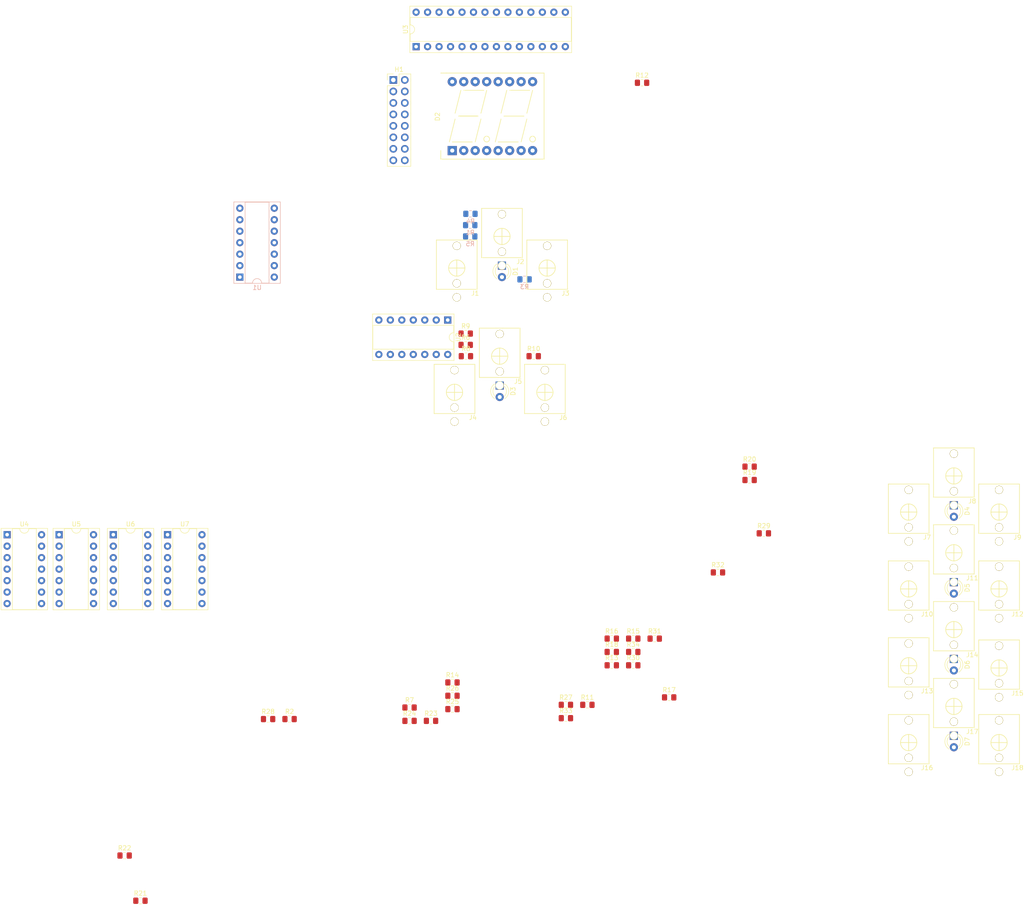
<source format=kicad_pcb>
(kicad_pcb (version 20171130) (host pcbnew "(5.1.2)-1")

  (general
    (thickness 1.6)
    (drawings 0)
    (tracks 0)
    (zones 0)
    (modules 67)
    (nets 96)
  )

  (page A4)
  (layers
    (0 F.Cu signal)
    (31 B.Cu signal)
    (32 B.Adhes user)
    (33 F.Adhes user)
    (34 B.Paste user)
    (35 F.Paste user)
    (36 B.SilkS user)
    (37 F.SilkS user)
    (38 B.Mask user)
    (39 F.Mask user)
    (40 Dwgs.User user)
    (41 Cmts.User user)
    (42 Eco1.User user)
    (43 Eco2.User user)
    (44 Edge.Cuts user)
    (45 Margin user)
    (46 B.CrtYd user)
    (47 F.CrtYd user)
    (48 B.Fab user)
    (49 F.Fab user)
  )

  (setup
    (last_trace_width 0.25)
    (trace_clearance 0.2)
    (zone_clearance 0.508)
    (zone_45_only no)
    (trace_min 0.2)
    (via_size 0.8)
    (via_drill 0.4)
    (via_min_size 0.4)
    (via_min_drill 0.3)
    (uvia_size 0.3)
    (uvia_drill 0.1)
    (uvias_allowed no)
    (uvia_min_size 0.2)
    (uvia_min_drill 0.1)
    (edge_width 0.05)
    (segment_width 0.2)
    (pcb_text_width 0.3)
    (pcb_text_size 1.5 1.5)
    (mod_edge_width 0.12)
    (mod_text_size 1 1)
    (mod_text_width 0.15)
    (pad_size 1.524 1.524)
    (pad_drill 0.762)
    (pad_to_mask_clearance 0.051)
    (solder_mask_min_width 0.25)
    (aux_axis_origin 0 0)
    (visible_elements FFFFFF7F)
    (pcbplotparams
      (layerselection 0x010fc_ffffffff)
      (usegerberextensions false)
      (usegerberattributes false)
      (usegerberadvancedattributes false)
      (creategerberjobfile false)
      (excludeedgelayer true)
      (linewidth 0.100000)
      (plotframeref false)
      (viasonmask false)
      (mode 1)
      (useauxorigin false)
      (hpglpennumber 1)
      (hpglpenspeed 20)
      (hpglpendiameter 15.000000)
      (psnegative false)
      (psa4output false)
      (plotreference true)
      (plotvalue true)
      (plotinvisibletext false)
      (padsonsilk false)
      (subtractmaskfromsilk false)
      (outputformat 1)
      (mirror false)
      (drillshape 1)
      (scaleselection 1)
      (outputdirectory ""))
  )

  (net 0 "")
  (net 1 "Net-(D1-Pad2)")
  (net 2 "Net-(D1-Pad1)")
  (net 3 "Net-(D2-Pad9)")
  (net 4 Lf)
  (net 5 La)
  (net 6 "Net-(D2-Pad12)")
  (net 7 "Net-(D2-Pad8)")
  (net 8 Lb)
  (net 9 "Net-(D2-Pad6)")
  (net 10 Lg)
  (net 11 Lc)
  (net 12 "Net-(D2-Pad3)")
  (net 13 Ld)
  (net 14 Le)
  (net 15 "Net-(D3-Pad2)")
  (net 16 "Net-(D3-Pad1)")
  (net 17 "Net-(D4-Pad2)")
  (net 18 "Net-(D4-Pad1)")
  (net 19 "Net-(D5-Pad2)")
  (net 20 "Net-(D5-Pad1)")
  (net 21 "Net-(D6-Pad2)")
  (net 22 "Net-(D6-Pad1)")
  (net 23 "Net-(D7-Pad2)")
  (net 24 "Net-(D7-Pad1)")
  (net 25 5V)
  (net 26 GND)
  (net 27 SDC)
  (net 28 SDA)
  (net 29 "Net-(H1-Pad10)")
  (net 30 Tr9)
  (net 31 Tr8)
  (net 32 Tr7)
  (net 33 Tr6)
  (net 34 Tr5)
  (net 35 Tr4)
  (net 36 Tr3)
  (net 37 Tr2)
  (net 38 Tr1)
  (net 39 "Net-(J1-Pad3)")
  (net 40 "Net-(J2-Pad3)")
  (net 41 "Net-(J3-Pad3)")
  (net 42 "Net-(J4-Pad3)")
  (net 43 "Net-(J5-Pad3)")
  (net 44 "Net-(J6-Pad3)")
  (net 45 "Net-(J7-Pad3)")
  (net 46 "Net-(J8-Pad3)")
  (net 47 "Net-(J9-Pad3)")
  (net 48 "Net-(J10-Pad3)")
  (net 49 "Net-(J11-Pad3)")
  (net 50 "Net-(J12-Pad3)")
  (net 51 "Net-(J13-Pad3)")
  (net 52 "Net-(J14-Pad3)")
  (net 53 "Net-(J15-Pad3)")
  (net 54 "Net-(J16-Pad3)")
  (net 55 "Net-(J17-Pad3)")
  (net 56 "Net-(J18-Pad3)")
  (net 57 "Net-(R1-Pad1)")
  (net 58 STr1)
  (net 59 "Net-(R4-Pad1)")
  (net 60 "Net-(R5-Pad1)")
  (net 61 "Net-(R6-Pad1)")
  (net 62 STr2)
  (net 63 "Net-(R9-Pad1)")
  (net 64 "Net-(R10-Pad1)")
  (net 65 C1)
  (net 66 C2)
  (net 67 C3)
  (net 68 C4)
  (net 69 "Net-(R15-Pad1)")
  (net 70 STr3)
  (net 71 "Net-(R18-Pad1)")
  (net 72 "Net-(R19-Pad1)")
  (net 73 "Net-(R20-Pad1)")
  (net 74 STr4)
  (net 75 "Net-(R23-Pad1)")
  (net 76 "Net-(R24-Pad1)")
  (net 77 "Net-(R25-Pad1)")
  (net 78 STr5)
  (net 79 "Net-(R28-Pad1)")
  (net 80 "Net-(R29-Pad1)")
  (net 81 "Net-(R30-Pad1)")
  (net 82 STr6)
  (net 83 "Net-(R33-Pad1)")
  (net 84 "Net-(R34-Pad1)")
  (net 85 "Net-(U3-Pad26)")
  (net 86 "Net-(U3-Pad25)")
  (net 87 "Net-(U3-Pad24)")
  (net 88 "Net-(U3-Pad10)")
  (net 89 "Net-(U3-Pad23)")
  (net 90 "Net-(U3-Pad9)")
  (net 91 "Net-(U3-Pad21)")
  (net 92 "Net-(U3-Pad19)")
  (net 93 "Net-(U3-Pad3)")
  (net 94 "Net-(U3-Pad2)")
  (net 95 "Net-(U3-Pad1)")

  (net_class Default "This is the default net class."
    (clearance 0.2)
    (trace_width 0.25)
    (via_dia 0.8)
    (via_drill 0.4)
    (uvia_dia 0.3)
    (uvia_drill 0.1)
    (add_net 5V)
    (add_net C1)
    (add_net C2)
    (add_net C3)
    (add_net C4)
    (add_net GND)
    (add_net La)
    (add_net Lb)
    (add_net Lc)
    (add_net Ld)
    (add_net Le)
    (add_net Lf)
    (add_net Lg)
    (add_net "Net-(D1-Pad1)")
    (add_net "Net-(D1-Pad2)")
    (add_net "Net-(D2-Pad12)")
    (add_net "Net-(D2-Pad3)")
    (add_net "Net-(D2-Pad6)")
    (add_net "Net-(D2-Pad8)")
    (add_net "Net-(D2-Pad9)")
    (add_net "Net-(D3-Pad1)")
    (add_net "Net-(D3-Pad2)")
    (add_net "Net-(D4-Pad1)")
    (add_net "Net-(D4-Pad2)")
    (add_net "Net-(D5-Pad1)")
    (add_net "Net-(D5-Pad2)")
    (add_net "Net-(D6-Pad1)")
    (add_net "Net-(D6-Pad2)")
    (add_net "Net-(D7-Pad1)")
    (add_net "Net-(D7-Pad2)")
    (add_net "Net-(H1-Pad10)")
    (add_net "Net-(J1-Pad3)")
    (add_net "Net-(J10-Pad3)")
    (add_net "Net-(J11-Pad3)")
    (add_net "Net-(J12-Pad3)")
    (add_net "Net-(J13-Pad3)")
    (add_net "Net-(J14-Pad3)")
    (add_net "Net-(J15-Pad3)")
    (add_net "Net-(J16-Pad3)")
    (add_net "Net-(J17-Pad3)")
    (add_net "Net-(J18-Pad3)")
    (add_net "Net-(J2-Pad3)")
    (add_net "Net-(J3-Pad3)")
    (add_net "Net-(J4-Pad3)")
    (add_net "Net-(J5-Pad3)")
    (add_net "Net-(J6-Pad3)")
    (add_net "Net-(J7-Pad3)")
    (add_net "Net-(J8-Pad3)")
    (add_net "Net-(J9-Pad3)")
    (add_net "Net-(R1-Pad1)")
    (add_net "Net-(R10-Pad1)")
    (add_net "Net-(R15-Pad1)")
    (add_net "Net-(R18-Pad1)")
    (add_net "Net-(R19-Pad1)")
    (add_net "Net-(R20-Pad1)")
    (add_net "Net-(R23-Pad1)")
    (add_net "Net-(R24-Pad1)")
    (add_net "Net-(R25-Pad1)")
    (add_net "Net-(R28-Pad1)")
    (add_net "Net-(R29-Pad1)")
    (add_net "Net-(R30-Pad1)")
    (add_net "Net-(R33-Pad1)")
    (add_net "Net-(R34-Pad1)")
    (add_net "Net-(R4-Pad1)")
    (add_net "Net-(R5-Pad1)")
    (add_net "Net-(R6-Pad1)")
    (add_net "Net-(R9-Pad1)")
    (add_net "Net-(U3-Pad1)")
    (add_net "Net-(U3-Pad10)")
    (add_net "Net-(U3-Pad19)")
    (add_net "Net-(U3-Pad2)")
    (add_net "Net-(U3-Pad21)")
    (add_net "Net-(U3-Pad23)")
    (add_net "Net-(U3-Pad24)")
    (add_net "Net-(U3-Pad25)")
    (add_net "Net-(U3-Pad26)")
    (add_net "Net-(U3-Pad3)")
    (add_net "Net-(U3-Pad9)")
    (add_net SDA)
    (add_net SDC)
    (add_net STr1)
    (add_net STr2)
    (add_net STr3)
    (add_net STr4)
    (add_net STr5)
    (add_net STr6)
    (add_net Tr1)
    (add_net Tr2)
    (add_net Tr3)
    (add_net Tr4)
    (add_net Tr5)
    (add_net Tr6)
    (add_net Tr7)
    (add_net Tr8)
    (add_net Tr9)
  )

  (module Package_DIP:DIP-14_W7.62mm_Socket (layer F.Cu) (tedit 5A02E8C5) (tstamp 5CCF7FEB)
    (at 81 91)
    (descr "14-lead though-hole mounted DIP package, row spacing 7.62 mm (300 mils), Socket")
    (tags "THT DIP DIL PDIP 2.54mm 7.62mm 300mil Socket")
    (path /5DE42BE8)
    (fp_text reference U7 (at 3.81 -2.33) (layer F.SilkS)
      (effects (font (size 1 1) (thickness 0.15)))
    )
    (fp_text value TL074 (at 3.81 17.57) (layer F.Fab)
      (effects (font (size 1 1) (thickness 0.15)))
    )
    (fp_text user %R (at 3.81 7.62) (layer F.Fab)
      (effects (font (size 1 1) (thickness 0.15)))
    )
    (fp_line (start 9.15 -1.6) (end -1.55 -1.6) (layer F.CrtYd) (width 0.05))
    (fp_line (start 9.15 16.85) (end 9.15 -1.6) (layer F.CrtYd) (width 0.05))
    (fp_line (start -1.55 16.85) (end 9.15 16.85) (layer F.CrtYd) (width 0.05))
    (fp_line (start -1.55 -1.6) (end -1.55 16.85) (layer F.CrtYd) (width 0.05))
    (fp_line (start 8.95 -1.39) (end -1.33 -1.39) (layer F.SilkS) (width 0.12))
    (fp_line (start 8.95 16.63) (end 8.95 -1.39) (layer F.SilkS) (width 0.12))
    (fp_line (start -1.33 16.63) (end 8.95 16.63) (layer F.SilkS) (width 0.12))
    (fp_line (start -1.33 -1.39) (end -1.33 16.63) (layer F.SilkS) (width 0.12))
    (fp_line (start 6.46 -1.33) (end 4.81 -1.33) (layer F.SilkS) (width 0.12))
    (fp_line (start 6.46 16.57) (end 6.46 -1.33) (layer F.SilkS) (width 0.12))
    (fp_line (start 1.16 16.57) (end 6.46 16.57) (layer F.SilkS) (width 0.12))
    (fp_line (start 1.16 -1.33) (end 1.16 16.57) (layer F.SilkS) (width 0.12))
    (fp_line (start 2.81 -1.33) (end 1.16 -1.33) (layer F.SilkS) (width 0.12))
    (fp_line (start 8.89 -1.33) (end -1.27 -1.33) (layer F.Fab) (width 0.1))
    (fp_line (start 8.89 16.57) (end 8.89 -1.33) (layer F.Fab) (width 0.1))
    (fp_line (start -1.27 16.57) (end 8.89 16.57) (layer F.Fab) (width 0.1))
    (fp_line (start -1.27 -1.33) (end -1.27 16.57) (layer F.Fab) (width 0.1))
    (fp_line (start 0.635 -0.27) (end 1.635 -1.27) (layer F.Fab) (width 0.1))
    (fp_line (start 0.635 16.51) (end 0.635 -0.27) (layer F.Fab) (width 0.1))
    (fp_line (start 6.985 16.51) (end 0.635 16.51) (layer F.Fab) (width 0.1))
    (fp_line (start 6.985 -1.27) (end 6.985 16.51) (layer F.Fab) (width 0.1))
    (fp_line (start 1.635 -1.27) (end 6.985 -1.27) (layer F.Fab) (width 0.1))
    (fp_arc (start 3.81 -1.33) (end 2.81 -1.33) (angle -180) (layer F.SilkS) (width 0.12))
    (pad 14 thru_hole oval (at 7.62 0) (size 1.6 1.6) (drill 0.8) (layers *.Cu *.Mask)
      (net 24 "Net-(D7-Pad1)"))
    (pad 7 thru_hole oval (at 0 15.24) (size 1.6 1.6) (drill 0.8) (layers *.Cu *.Mask)
      (net 83 "Net-(R33-Pad1)"))
    (pad 13 thru_hole oval (at 7.62 2.54) (size 1.6 1.6) (drill 0.8) (layers *.Cu *.Mask)
      (net 23 "Net-(D7-Pad2)"))
    (pad 6 thru_hole oval (at 0 12.7) (size 1.6 1.6) (drill 0.8) (layers *.Cu *.Mask)
      (net 83 "Net-(R33-Pad1)"))
    (pad 12 thru_hole oval (at 7.62 5.08) (size 1.6 1.6) (drill 0.8) (layers *.Cu *.Mask)
      (net 82 STr6))
    (pad 5 thru_hole oval (at 0 10.16) (size 1.6 1.6) (drill 0.8) (layers *.Cu *.Mask)
      (net 82 STr6))
    (pad 11 thru_hole oval (at 7.62 7.62) (size 1.6 1.6) (drill 0.8) (layers *.Cu *.Mask))
    (pad 4 thru_hole oval (at 0 7.62) (size 1.6 1.6) (drill 0.8) (layers *.Cu *.Mask))
    (pad 10 thru_hole oval (at 7.62 10.16) (size 1.6 1.6) (drill 0.8) (layers *.Cu *.Mask)
      (net 82 STr6))
    (pad 3 thru_hole oval (at 0 5.08) (size 1.6 1.6) (drill 0.8) (layers *.Cu *.Mask)
      (net 82 STr6))
    (pad 9 thru_hole oval (at 7.62 12.7) (size 1.6 1.6) (drill 0.8) (layers *.Cu *.Mask)
      (net 84 "Net-(R34-Pad1)"))
    (pad 2 thru_hole oval (at 0 2.54) (size 1.6 1.6) (drill 0.8) (layers *.Cu *.Mask)
      (net 81 "Net-(R30-Pad1)"))
    (pad 8 thru_hole oval (at 7.62 15.24) (size 1.6 1.6) (drill 0.8) (layers *.Cu *.Mask)
      (net 84 "Net-(R34-Pad1)"))
    (pad 1 thru_hole rect (at 0 0) (size 1.6 1.6) (drill 0.8) (layers *.Cu *.Mask)
      (net 81 "Net-(R30-Pad1)"))
    (model ${KISYS3DMOD}/Package_DIP.3dshapes/DIP-14_W7.62mm_Socket.wrl
      (at (xyz 0 0 0))
      (scale (xyz 1 1 1))
      (rotate (xyz 0 0 0))
    )
  )

  (module Package_DIP:DIP-14_W7.62mm_Socket (layer F.Cu) (tedit 5A02E8C5) (tstamp 5CCF7FC1)
    (at 69 91)
    (descr "14-lead though-hole mounted DIP package, row spacing 7.62 mm (300 mils), Socket")
    (tags "THT DIP DIL PDIP 2.54mm 7.62mm 300mil Socket")
    (path /5DE42B72)
    (fp_text reference U6 (at 3.81 -2.33) (layer F.SilkS)
      (effects (font (size 1 1) (thickness 0.15)))
    )
    (fp_text value TL074 (at 3.81 17.57) (layer F.Fab)
      (effects (font (size 1 1) (thickness 0.15)))
    )
    (fp_text user %R (at 3.81 7.62) (layer F.Fab)
      (effects (font (size 1 1) (thickness 0.15)))
    )
    (fp_line (start 9.15 -1.6) (end -1.55 -1.6) (layer F.CrtYd) (width 0.05))
    (fp_line (start 9.15 16.85) (end 9.15 -1.6) (layer F.CrtYd) (width 0.05))
    (fp_line (start -1.55 16.85) (end 9.15 16.85) (layer F.CrtYd) (width 0.05))
    (fp_line (start -1.55 -1.6) (end -1.55 16.85) (layer F.CrtYd) (width 0.05))
    (fp_line (start 8.95 -1.39) (end -1.33 -1.39) (layer F.SilkS) (width 0.12))
    (fp_line (start 8.95 16.63) (end 8.95 -1.39) (layer F.SilkS) (width 0.12))
    (fp_line (start -1.33 16.63) (end 8.95 16.63) (layer F.SilkS) (width 0.12))
    (fp_line (start -1.33 -1.39) (end -1.33 16.63) (layer F.SilkS) (width 0.12))
    (fp_line (start 6.46 -1.33) (end 4.81 -1.33) (layer F.SilkS) (width 0.12))
    (fp_line (start 6.46 16.57) (end 6.46 -1.33) (layer F.SilkS) (width 0.12))
    (fp_line (start 1.16 16.57) (end 6.46 16.57) (layer F.SilkS) (width 0.12))
    (fp_line (start 1.16 -1.33) (end 1.16 16.57) (layer F.SilkS) (width 0.12))
    (fp_line (start 2.81 -1.33) (end 1.16 -1.33) (layer F.SilkS) (width 0.12))
    (fp_line (start 8.89 -1.33) (end -1.27 -1.33) (layer F.Fab) (width 0.1))
    (fp_line (start 8.89 16.57) (end 8.89 -1.33) (layer F.Fab) (width 0.1))
    (fp_line (start -1.27 16.57) (end 8.89 16.57) (layer F.Fab) (width 0.1))
    (fp_line (start -1.27 -1.33) (end -1.27 16.57) (layer F.Fab) (width 0.1))
    (fp_line (start 0.635 -0.27) (end 1.635 -1.27) (layer F.Fab) (width 0.1))
    (fp_line (start 0.635 16.51) (end 0.635 -0.27) (layer F.Fab) (width 0.1))
    (fp_line (start 6.985 16.51) (end 0.635 16.51) (layer F.Fab) (width 0.1))
    (fp_line (start 6.985 -1.27) (end 6.985 16.51) (layer F.Fab) (width 0.1))
    (fp_line (start 1.635 -1.27) (end 6.985 -1.27) (layer F.Fab) (width 0.1))
    (fp_arc (start 3.81 -1.33) (end 2.81 -1.33) (angle -180) (layer F.SilkS) (width 0.12))
    (pad 14 thru_hole oval (at 7.62 0) (size 1.6 1.6) (drill 0.8) (layers *.Cu *.Mask)
      (net 22 "Net-(D6-Pad1)"))
    (pad 7 thru_hole oval (at 0 15.24) (size 1.6 1.6) (drill 0.8) (layers *.Cu *.Mask)
      (net 79 "Net-(R28-Pad1)"))
    (pad 13 thru_hole oval (at 7.62 2.54) (size 1.6 1.6) (drill 0.8) (layers *.Cu *.Mask)
      (net 21 "Net-(D6-Pad2)"))
    (pad 6 thru_hole oval (at 0 12.7) (size 1.6 1.6) (drill 0.8) (layers *.Cu *.Mask)
      (net 79 "Net-(R28-Pad1)"))
    (pad 12 thru_hole oval (at 7.62 5.08) (size 1.6 1.6) (drill 0.8) (layers *.Cu *.Mask)
      (net 78 STr5))
    (pad 5 thru_hole oval (at 0 10.16) (size 1.6 1.6) (drill 0.8) (layers *.Cu *.Mask)
      (net 78 STr5))
    (pad 11 thru_hole oval (at 7.62 7.62) (size 1.6 1.6) (drill 0.8) (layers *.Cu *.Mask))
    (pad 4 thru_hole oval (at 0 7.62) (size 1.6 1.6) (drill 0.8) (layers *.Cu *.Mask))
    (pad 10 thru_hole oval (at 7.62 10.16) (size 1.6 1.6) (drill 0.8) (layers *.Cu *.Mask)
      (net 78 STr5))
    (pad 3 thru_hole oval (at 0 5.08) (size 1.6 1.6) (drill 0.8) (layers *.Cu *.Mask)
      (net 78 STr5))
    (pad 9 thru_hole oval (at 7.62 12.7) (size 1.6 1.6) (drill 0.8) (layers *.Cu *.Mask)
      (net 80 "Net-(R29-Pad1)"))
    (pad 2 thru_hole oval (at 0 2.54) (size 1.6 1.6) (drill 0.8) (layers *.Cu *.Mask)
      (net 77 "Net-(R25-Pad1)"))
    (pad 8 thru_hole oval (at 7.62 15.24) (size 1.6 1.6) (drill 0.8) (layers *.Cu *.Mask)
      (net 80 "Net-(R29-Pad1)"))
    (pad 1 thru_hole rect (at 0 0) (size 1.6 1.6) (drill 0.8) (layers *.Cu *.Mask)
      (net 77 "Net-(R25-Pad1)"))
    (model ${KISYS3DMOD}/Package_DIP.3dshapes/DIP-14_W7.62mm_Socket.wrl
      (at (xyz 0 0 0))
      (scale (xyz 1 1 1))
      (rotate (xyz 0 0 0))
    )
  )

  (module Package_DIP:DIP-14_W7.62mm_Socket (layer F.Cu) (tedit 5A02E8C5) (tstamp 5CCF7F97)
    (at 57 91)
    (descr "14-lead though-hole mounted DIP package, row spacing 7.62 mm (300 mils), Socket")
    (tags "THT DIP DIL PDIP 2.54mm 7.62mm 300mil Socket")
    (path /5DE42AFC)
    (fp_text reference U5 (at 3.81 -2.33) (layer F.SilkS)
      (effects (font (size 1 1) (thickness 0.15)))
    )
    (fp_text value TL074 (at 3.81 17.57) (layer F.Fab)
      (effects (font (size 1 1) (thickness 0.15)))
    )
    (fp_text user %R (at 3.81 7.62) (layer F.Fab)
      (effects (font (size 1 1) (thickness 0.15)))
    )
    (fp_line (start 9.15 -1.6) (end -1.55 -1.6) (layer F.CrtYd) (width 0.05))
    (fp_line (start 9.15 16.85) (end 9.15 -1.6) (layer F.CrtYd) (width 0.05))
    (fp_line (start -1.55 16.85) (end 9.15 16.85) (layer F.CrtYd) (width 0.05))
    (fp_line (start -1.55 -1.6) (end -1.55 16.85) (layer F.CrtYd) (width 0.05))
    (fp_line (start 8.95 -1.39) (end -1.33 -1.39) (layer F.SilkS) (width 0.12))
    (fp_line (start 8.95 16.63) (end 8.95 -1.39) (layer F.SilkS) (width 0.12))
    (fp_line (start -1.33 16.63) (end 8.95 16.63) (layer F.SilkS) (width 0.12))
    (fp_line (start -1.33 -1.39) (end -1.33 16.63) (layer F.SilkS) (width 0.12))
    (fp_line (start 6.46 -1.33) (end 4.81 -1.33) (layer F.SilkS) (width 0.12))
    (fp_line (start 6.46 16.57) (end 6.46 -1.33) (layer F.SilkS) (width 0.12))
    (fp_line (start 1.16 16.57) (end 6.46 16.57) (layer F.SilkS) (width 0.12))
    (fp_line (start 1.16 -1.33) (end 1.16 16.57) (layer F.SilkS) (width 0.12))
    (fp_line (start 2.81 -1.33) (end 1.16 -1.33) (layer F.SilkS) (width 0.12))
    (fp_line (start 8.89 -1.33) (end -1.27 -1.33) (layer F.Fab) (width 0.1))
    (fp_line (start 8.89 16.57) (end 8.89 -1.33) (layer F.Fab) (width 0.1))
    (fp_line (start -1.27 16.57) (end 8.89 16.57) (layer F.Fab) (width 0.1))
    (fp_line (start -1.27 -1.33) (end -1.27 16.57) (layer F.Fab) (width 0.1))
    (fp_line (start 0.635 -0.27) (end 1.635 -1.27) (layer F.Fab) (width 0.1))
    (fp_line (start 0.635 16.51) (end 0.635 -0.27) (layer F.Fab) (width 0.1))
    (fp_line (start 6.985 16.51) (end 0.635 16.51) (layer F.Fab) (width 0.1))
    (fp_line (start 6.985 -1.27) (end 6.985 16.51) (layer F.Fab) (width 0.1))
    (fp_line (start 1.635 -1.27) (end 6.985 -1.27) (layer F.Fab) (width 0.1))
    (fp_arc (start 3.81 -1.33) (end 2.81 -1.33) (angle -180) (layer F.SilkS) (width 0.12))
    (pad 14 thru_hole oval (at 7.62 0) (size 1.6 1.6) (drill 0.8) (layers *.Cu *.Mask)
      (net 20 "Net-(D5-Pad1)"))
    (pad 7 thru_hole oval (at 0 15.24) (size 1.6 1.6) (drill 0.8) (layers *.Cu *.Mask)
      (net 75 "Net-(R23-Pad1)"))
    (pad 13 thru_hole oval (at 7.62 2.54) (size 1.6 1.6) (drill 0.8) (layers *.Cu *.Mask)
      (net 19 "Net-(D5-Pad2)"))
    (pad 6 thru_hole oval (at 0 12.7) (size 1.6 1.6) (drill 0.8) (layers *.Cu *.Mask)
      (net 75 "Net-(R23-Pad1)"))
    (pad 12 thru_hole oval (at 7.62 5.08) (size 1.6 1.6) (drill 0.8) (layers *.Cu *.Mask)
      (net 74 STr4))
    (pad 5 thru_hole oval (at 0 10.16) (size 1.6 1.6) (drill 0.8) (layers *.Cu *.Mask)
      (net 74 STr4))
    (pad 11 thru_hole oval (at 7.62 7.62) (size 1.6 1.6) (drill 0.8) (layers *.Cu *.Mask))
    (pad 4 thru_hole oval (at 0 7.62) (size 1.6 1.6) (drill 0.8) (layers *.Cu *.Mask))
    (pad 10 thru_hole oval (at 7.62 10.16) (size 1.6 1.6) (drill 0.8) (layers *.Cu *.Mask)
      (net 74 STr4))
    (pad 3 thru_hole oval (at 0 5.08) (size 1.6 1.6) (drill 0.8) (layers *.Cu *.Mask)
      (net 74 STr4))
    (pad 9 thru_hole oval (at 7.62 12.7) (size 1.6 1.6) (drill 0.8) (layers *.Cu *.Mask)
      (net 76 "Net-(R24-Pad1)"))
    (pad 2 thru_hole oval (at 0 2.54) (size 1.6 1.6) (drill 0.8) (layers *.Cu *.Mask)
      (net 73 "Net-(R20-Pad1)"))
    (pad 8 thru_hole oval (at 7.62 15.24) (size 1.6 1.6) (drill 0.8) (layers *.Cu *.Mask)
      (net 76 "Net-(R24-Pad1)"))
    (pad 1 thru_hole rect (at 0 0) (size 1.6 1.6) (drill 0.8) (layers *.Cu *.Mask)
      (net 73 "Net-(R20-Pad1)"))
    (model ${KISYS3DMOD}/Package_DIP.3dshapes/DIP-14_W7.62mm_Socket.wrl
      (at (xyz 0 0 0))
      (scale (xyz 1 1 1))
      (rotate (xyz 0 0 0))
    )
  )

  (module Package_DIP:DIP-14_W7.62mm_Socket (layer F.Cu) (tedit 5A02E8C5) (tstamp 5CCF7F6D)
    (at 45.5 91)
    (descr "14-lead though-hole mounted DIP package, row spacing 7.62 mm (300 mils), Socket")
    (tags "THT DIP DIL PDIP 2.54mm 7.62mm 300mil Socket")
    (path /5DD5B047)
    (fp_text reference U4 (at 3.81 -2.33) (layer F.SilkS)
      (effects (font (size 1 1) (thickness 0.15)))
    )
    (fp_text value TL074 (at 3.81 17.57) (layer F.Fab)
      (effects (font (size 1 1) (thickness 0.15)))
    )
    (fp_text user %R (at 3.81 7.62) (layer F.Fab)
      (effects (font (size 1 1) (thickness 0.15)))
    )
    (fp_line (start 9.15 -1.6) (end -1.55 -1.6) (layer F.CrtYd) (width 0.05))
    (fp_line (start 9.15 16.85) (end 9.15 -1.6) (layer F.CrtYd) (width 0.05))
    (fp_line (start -1.55 16.85) (end 9.15 16.85) (layer F.CrtYd) (width 0.05))
    (fp_line (start -1.55 -1.6) (end -1.55 16.85) (layer F.CrtYd) (width 0.05))
    (fp_line (start 8.95 -1.39) (end -1.33 -1.39) (layer F.SilkS) (width 0.12))
    (fp_line (start 8.95 16.63) (end 8.95 -1.39) (layer F.SilkS) (width 0.12))
    (fp_line (start -1.33 16.63) (end 8.95 16.63) (layer F.SilkS) (width 0.12))
    (fp_line (start -1.33 -1.39) (end -1.33 16.63) (layer F.SilkS) (width 0.12))
    (fp_line (start 6.46 -1.33) (end 4.81 -1.33) (layer F.SilkS) (width 0.12))
    (fp_line (start 6.46 16.57) (end 6.46 -1.33) (layer F.SilkS) (width 0.12))
    (fp_line (start 1.16 16.57) (end 6.46 16.57) (layer F.SilkS) (width 0.12))
    (fp_line (start 1.16 -1.33) (end 1.16 16.57) (layer F.SilkS) (width 0.12))
    (fp_line (start 2.81 -1.33) (end 1.16 -1.33) (layer F.SilkS) (width 0.12))
    (fp_line (start 8.89 -1.33) (end -1.27 -1.33) (layer F.Fab) (width 0.1))
    (fp_line (start 8.89 16.57) (end 8.89 -1.33) (layer F.Fab) (width 0.1))
    (fp_line (start -1.27 16.57) (end 8.89 16.57) (layer F.Fab) (width 0.1))
    (fp_line (start -1.27 -1.33) (end -1.27 16.57) (layer F.Fab) (width 0.1))
    (fp_line (start 0.635 -0.27) (end 1.635 -1.27) (layer F.Fab) (width 0.1))
    (fp_line (start 0.635 16.51) (end 0.635 -0.27) (layer F.Fab) (width 0.1))
    (fp_line (start 6.985 16.51) (end 0.635 16.51) (layer F.Fab) (width 0.1))
    (fp_line (start 6.985 -1.27) (end 6.985 16.51) (layer F.Fab) (width 0.1))
    (fp_line (start 1.635 -1.27) (end 6.985 -1.27) (layer F.Fab) (width 0.1))
    (fp_arc (start 3.81 -1.33) (end 2.81 -1.33) (angle -180) (layer F.SilkS) (width 0.12))
    (pad 14 thru_hole oval (at 7.62 0) (size 1.6 1.6) (drill 0.8) (layers *.Cu *.Mask)
      (net 18 "Net-(D4-Pad1)"))
    (pad 7 thru_hole oval (at 0 15.24) (size 1.6 1.6) (drill 0.8) (layers *.Cu *.Mask)
      (net 71 "Net-(R18-Pad1)"))
    (pad 13 thru_hole oval (at 7.62 2.54) (size 1.6 1.6) (drill 0.8) (layers *.Cu *.Mask)
      (net 17 "Net-(D4-Pad2)"))
    (pad 6 thru_hole oval (at 0 12.7) (size 1.6 1.6) (drill 0.8) (layers *.Cu *.Mask)
      (net 71 "Net-(R18-Pad1)"))
    (pad 12 thru_hole oval (at 7.62 5.08) (size 1.6 1.6) (drill 0.8) (layers *.Cu *.Mask)
      (net 70 STr3))
    (pad 5 thru_hole oval (at 0 10.16) (size 1.6 1.6) (drill 0.8) (layers *.Cu *.Mask)
      (net 70 STr3))
    (pad 11 thru_hole oval (at 7.62 7.62) (size 1.6 1.6) (drill 0.8) (layers *.Cu *.Mask))
    (pad 4 thru_hole oval (at 0 7.62) (size 1.6 1.6) (drill 0.8) (layers *.Cu *.Mask))
    (pad 10 thru_hole oval (at 7.62 10.16) (size 1.6 1.6) (drill 0.8) (layers *.Cu *.Mask)
      (net 70 STr3))
    (pad 3 thru_hole oval (at 0 5.08) (size 1.6 1.6) (drill 0.8) (layers *.Cu *.Mask)
      (net 70 STr3))
    (pad 9 thru_hole oval (at 7.62 12.7) (size 1.6 1.6) (drill 0.8) (layers *.Cu *.Mask)
      (net 72 "Net-(R19-Pad1)"))
    (pad 2 thru_hole oval (at 0 2.54) (size 1.6 1.6) (drill 0.8) (layers *.Cu *.Mask)
      (net 69 "Net-(R15-Pad1)"))
    (pad 8 thru_hole oval (at 7.62 15.24) (size 1.6 1.6) (drill 0.8) (layers *.Cu *.Mask)
      (net 72 "Net-(R19-Pad1)"))
    (pad 1 thru_hole rect (at 0 0) (size 1.6 1.6) (drill 0.8) (layers *.Cu *.Mask)
      (net 69 "Net-(R15-Pad1)"))
    (model ${KISYS3DMOD}/Package_DIP.3dshapes/DIP-14_W7.62mm_Socket.wrl
      (at (xyz 0 0 0))
      (scale (xyz 1 1 1))
      (rotate (xyz 0 0 0))
    )
  )

  (module Package_DIP:DIP-28_W7.62mm_Socket (layer F.Cu) (tedit 5A02E8C5) (tstamp 5CCF7F43)
    (at 136 -17 90)
    (descr "28-lead though-hole mounted DIP package, row spacing 7.62 mm (300 mils), Socket")
    (tags "THT DIP DIL PDIP 2.54mm 7.62mm 300mil Socket")
    (path /5C47859E)
    (fp_text reference U3 (at 3.81 -2.33 90) (layer F.SilkS)
      (effects (font (size 1 1) (thickness 0.15)))
    )
    (fp_text value ATmega328P-PU (at 3.81 35.35 90) (layer F.Fab)
      (effects (font (size 1 1) (thickness 0.15)))
    )
    (fp_text user %R (at 3.81 16.51 90) (layer F.Fab)
      (effects (font (size 1 1) (thickness 0.15)))
    )
    (fp_line (start 9.15 -1.6) (end -1.55 -1.6) (layer F.CrtYd) (width 0.05))
    (fp_line (start 9.15 34.65) (end 9.15 -1.6) (layer F.CrtYd) (width 0.05))
    (fp_line (start -1.55 34.65) (end 9.15 34.65) (layer F.CrtYd) (width 0.05))
    (fp_line (start -1.55 -1.6) (end -1.55 34.65) (layer F.CrtYd) (width 0.05))
    (fp_line (start 8.95 -1.39) (end -1.33 -1.39) (layer F.SilkS) (width 0.12))
    (fp_line (start 8.95 34.41) (end 8.95 -1.39) (layer F.SilkS) (width 0.12))
    (fp_line (start -1.33 34.41) (end 8.95 34.41) (layer F.SilkS) (width 0.12))
    (fp_line (start -1.33 -1.39) (end -1.33 34.41) (layer F.SilkS) (width 0.12))
    (fp_line (start 6.46 -1.33) (end 4.81 -1.33) (layer F.SilkS) (width 0.12))
    (fp_line (start 6.46 34.35) (end 6.46 -1.33) (layer F.SilkS) (width 0.12))
    (fp_line (start 1.16 34.35) (end 6.46 34.35) (layer F.SilkS) (width 0.12))
    (fp_line (start 1.16 -1.33) (end 1.16 34.35) (layer F.SilkS) (width 0.12))
    (fp_line (start 2.81 -1.33) (end 1.16 -1.33) (layer F.SilkS) (width 0.12))
    (fp_line (start 8.89 -1.33) (end -1.27 -1.33) (layer F.Fab) (width 0.1))
    (fp_line (start 8.89 34.35) (end 8.89 -1.33) (layer F.Fab) (width 0.1))
    (fp_line (start -1.27 34.35) (end 8.89 34.35) (layer F.Fab) (width 0.1))
    (fp_line (start -1.27 -1.33) (end -1.27 34.35) (layer F.Fab) (width 0.1))
    (fp_line (start 0.635 -0.27) (end 1.635 -1.27) (layer F.Fab) (width 0.1))
    (fp_line (start 0.635 34.29) (end 0.635 -0.27) (layer F.Fab) (width 0.1))
    (fp_line (start 6.985 34.29) (end 0.635 34.29) (layer F.Fab) (width 0.1))
    (fp_line (start 6.985 -1.27) (end 6.985 34.29) (layer F.Fab) (width 0.1))
    (fp_line (start 1.635 -1.27) (end 6.985 -1.27) (layer F.Fab) (width 0.1))
    (fp_arc (start 3.81 -1.33) (end 2.81 -1.33) (angle -180) (layer F.SilkS) (width 0.12))
    (pad 28 thru_hole oval (at 7.62 0 90) (size 1.6 1.6) (drill 0.8) (layers *.Cu *.Mask)
      (net 27 SDC))
    (pad 14 thru_hole oval (at 0 33.02 90) (size 1.6 1.6) (drill 0.8) (layers *.Cu *.Mask)
      (net 11 Lc))
    (pad 27 thru_hole oval (at 7.62 2.54 90) (size 1.6 1.6) (drill 0.8) (layers *.Cu *.Mask)
      (net 28 SDA))
    (pad 13 thru_hole oval (at 0 30.48 90) (size 1.6 1.6) (drill 0.8) (layers *.Cu *.Mask)
      (net 8 Lb))
    (pad 26 thru_hole oval (at 7.62 5.08 90) (size 1.6 1.6) (drill 0.8) (layers *.Cu *.Mask)
      (net 85 "Net-(U3-Pad26)"))
    (pad 12 thru_hole oval (at 0 27.94 90) (size 1.6 1.6) (drill 0.8) (layers *.Cu *.Mask)
      (net 5 La))
    (pad 25 thru_hole oval (at 7.62 7.62 90) (size 1.6 1.6) (drill 0.8) (layers *.Cu *.Mask)
      (net 86 "Net-(U3-Pad25)"))
    (pad 11 thru_hole oval (at 0 25.4 90) (size 1.6 1.6) (drill 0.8) (layers *.Cu *.Mask)
      (net 65 C1))
    (pad 24 thru_hole oval (at 7.62 10.16 90) (size 1.6 1.6) (drill 0.8) (layers *.Cu *.Mask)
      (net 87 "Net-(U3-Pad24)"))
    (pad 10 thru_hole oval (at 0 22.86 90) (size 1.6 1.6) (drill 0.8) (layers *.Cu *.Mask)
      (net 88 "Net-(U3-Pad10)"))
    (pad 23 thru_hole oval (at 7.62 12.7 90) (size 1.6 1.6) (drill 0.8) (layers *.Cu *.Mask)
      (net 89 "Net-(U3-Pad23)"))
    (pad 9 thru_hole oval (at 0 20.32 90) (size 1.6 1.6) (drill 0.8) (layers *.Cu *.Mask)
      (net 90 "Net-(U3-Pad9)"))
    (pad 22 thru_hole oval (at 7.62 15.24 90) (size 1.6 1.6) (drill 0.8) (layers *.Cu *.Mask)
      (net 26 GND))
    (pad 8 thru_hole oval (at 0 17.78 90) (size 1.6 1.6) (drill 0.8) (layers *.Cu *.Mask)
      (net 26 GND))
    (pad 21 thru_hole oval (at 7.62 17.78 90) (size 1.6 1.6) (drill 0.8) (layers *.Cu *.Mask)
      (net 91 "Net-(U3-Pad21)"))
    (pad 7 thru_hole oval (at 0 15.24 90) (size 1.6 1.6) (drill 0.8) (layers *.Cu *.Mask)
      (net 25 5V))
    (pad 20 thru_hole oval (at 7.62 20.32 90) (size 1.6 1.6) (drill 0.8) (layers *.Cu *.Mask)
      (net 25 5V))
    (pad 6 thru_hole oval (at 0 12.7 90) (size 1.6 1.6) (drill 0.8) (layers *.Cu *.Mask)
      (net 66 C2))
    (pad 19 thru_hole oval (at 7.62 22.86 90) (size 1.6 1.6) (drill 0.8) (layers *.Cu *.Mask)
      (net 92 "Net-(U3-Pad19)"))
    (pad 5 thru_hole oval (at 0 10.16 90) (size 1.6 1.6) (drill 0.8) (layers *.Cu *.Mask)
      (net 67 C3))
    (pad 18 thru_hole oval (at 7.62 25.4 90) (size 1.6 1.6) (drill 0.8) (layers *.Cu *.Mask)
      (net 10 Lg))
    (pad 4 thru_hole oval (at 0 7.62 90) (size 1.6 1.6) (drill 0.8) (layers *.Cu *.Mask)
      (net 68 C4))
    (pad 17 thru_hole oval (at 7.62 27.94 90) (size 1.6 1.6) (drill 0.8) (layers *.Cu *.Mask)
      (net 4 Lf))
    (pad 3 thru_hole oval (at 0 5.08 90) (size 1.6 1.6) (drill 0.8) (layers *.Cu *.Mask)
      (net 93 "Net-(U3-Pad3)"))
    (pad 16 thru_hole oval (at 7.62 30.48 90) (size 1.6 1.6) (drill 0.8) (layers *.Cu *.Mask)
      (net 14 Le))
    (pad 2 thru_hole oval (at 0 2.54 90) (size 1.6 1.6) (drill 0.8) (layers *.Cu *.Mask)
      (net 94 "Net-(U3-Pad2)"))
    (pad 15 thru_hole oval (at 7.62 33.02 90) (size 1.6 1.6) (drill 0.8) (layers *.Cu *.Mask)
      (net 13 Ld))
    (pad 1 thru_hole rect (at 0 0 90) (size 1.6 1.6) (drill 0.8) (layers *.Cu *.Mask)
      (net 95 "Net-(U3-Pad1)"))
    (model ${KISYS3DMOD}/Package_DIP.3dshapes/DIP-28_W7.62mm_Socket.wrl
      (at (xyz 0 0 0))
      (scale (xyz 1 1 1))
      (rotate (xyz 0 0 0))
    )
  )

  (module Package_DIP:DIP-14_W7.62mm_Socket (layer F.Cu) (tedit 5A02E8C5) (tstamp 5CCF7F0B)
    (at 143 43.5 270)
    (descr "14-lead though-hole mounted DIP package, row spacing 7.62 mm (300 mils), Socket")
    (tags "THT DIP DIL PDIP 2.54mm 7.62mm 300mil Socket")
    (path /5DD5417D)
    (fp_text reference U2 (at 3.81 -2.33 90) (layer F.SilkS)
      (effects (font (size 1 1) (thickness 0.15)))
    )
    (fp_text value TL074 (at 3.81 17.57 90) (layer F.Fab)
      (effects (font (size 1 1) (thickness 0.15)))
    )
    (fp_text user %R (at 3.81 7.62 90) (layer F.Fab)
      (effects (font (size 1 1) (thickness 0.15)))
    )
    (fp_line (start 9.15 -1.6) (end -1.55 -1.6) (layer F.CrtYd) (width 0.05))
    (fp_line (start 9.15 16.85) (end 9.15 -1.6) (layer F.CrtYd) (width 0.05))
    (fp_line (start -1.55 16.85) (end 9.15 16.85) (layer F.CrtYd) (width 0.05))
    (fp_line (start -1.55 -1.6) (end -1.55 16.85) (layer F.CrtYd) (width 0.05))
    (fp_line (start 8.95 -1.39) (end -1.33 -1.39) (layer F.SilkS) (width 0.12))
    (fp_line (start 8.95 16.63) (end 8.95 -1.39) (layer F.SilkS) (width 0.12))
    (fp_line (start -1.33 16.63) (end 8.95 16.63) (layer F.SilkS) (width 0.12))
    (fp_line (start -1.33 -1.39) (end -1.33 16.63) (layer F.SilkS) (width 0.12))
    (fp_line (start 6.46 -1.33) (end 4.81 -1.33) (layer F.SilkS) (width 0.12))
    (fp_line (start 6.46 16.57) (end 6.46 -1.33) (layer F.SilkS) (width 0.12))
    (fp_line (start 1.16 16.57) (end 6.46 16.57) (layer F.SilkS) (width 0.12))
    (fp_line (start 1.16 -1.33) (end 1.16 16.57) (layer F.SilkS) (width 0.12))
    (fp_line (start 2.81 -1.33) (end 1.16 -1.33) (layer F.SilkS) (width 0.12))
    (fp_line (start 8.89 -1.33) (end -1.27 -1.33) (layer F.Fab) (width 0.1))
    (fp_line (start 8.89 16.57) (end 8.89 -1.33) (layer F.Fab) (width 0.1))
    (fp_line (start -1.27 16.57) (end 8.89 16.57) (layer F.Fab) (width 0.1))
    (fp_line (start -1.27 -1.33) (end -1.27 16.57) (layer F.Fab) (width 0.1))
    (fp_line (start 0.635 -0.27) (end 1.635 -1.27) (layer F.Fab) (width 0.1))
    (fp_line (start 0.635 16.51) (end 0.635 -0.27) (layer F.Fab) (width 0.1))
    (fp_line (start 6.985 16.51) (end 0.635 16.51) (layer F.Fab) (width 0.1))
    (fp_line (start 6.985 -1.27) (end 6.985 16.51) (layer F.Fab) (width 0.1))
    (fp_line (start 1.635 -1.27) (end 6.985 -1.27) (layer F.Fab) (width 0.1))
    (fp_arc (start 3.81 -1.33) (end 2.81 -1.33) (angle -180) (layer F.SilkS) (width 0.12))
    (pad 14 thru_hole oval (at 7.62 0 270) (size 1.6 1.6) (drill 0.8) (layers *.Cu *.Mask)
      (net 16 "Net-(D3-Pad1)"))
    (pad 7 thru_hole oval (at 0 15.24 270) (size 1.6 1.6) (drill 0.8) (layers *.Cu *.Mask)
      (net 63 "Net-(R9-Pad1)"))
    (pad 13 thru_hole oval (at 7.62 2.54 270) (size 1.6 1.6) (drill 0.8) (layers *.Cu *.Mask)
      (net 15 "Net-(D3-Pad2)"))
    (pad 6 thru_hole oval (at 0 12.7 270) (size 1.6 1.6) (drill 0.8) (layers *.Cu *.Mask)
      (net 63 "Net-(R9-Pad1)"))
    (pad 12 thru_hole oval (at 7.62 5.08 270) (size 1.6 1.6) (drill 0.8) (layers *.Cu *.Mask)
      (net 62 STr2))
    (pad 5 thru_hole oval (at 0 10.16 270) (size 1.6 1.6) (drill 0.8) (layers *.Cu *.Mask)
      (net 62 STr2))
    (pad 11 thru_hole oval (at 7.62 7.62 270) (size 1.6 1.6) (drill 0.8) (layers *.Cu *.Mask))
    (pad 4 thru_hole oval (at 0 7.62 270) (size 1.6 1.6) (drill 0.8) (layers *.Cu *.Mask))
    (pad 10 thru_hole oval (at 7.62 10.16 270) (size 1.6 1.6) (drill 0.8) (layers *.Cu *.Mask)
      (net 62 STr2))
    (pad 3 thru_hole oval (at 0 5.08 270) (size 1.6 1.6) (drill 0.8) (layers *.Cu *.Mask)
      (net 62 STr2))
    (pad 9 thru_hole oval (at 7.62 12.7 270) (size 1.6 1.6) (drill 0.8) (layers *.Cu *.Mask)
      (net 64 "Net-(R10-Pad1)"))
    (pad 2 thru_hole oval (at 0 2.54 270) (size 1.6 1.6) (drill 0.8) (layers *.Cu *.Mask)
      (net 61 "Net-(R6-Pad1)"))
    (pad 8 thru_hole oval (at 7.62 15.24 270) (size 1.6 1.6) (drill 0.8) (layers *.Cu *.Mask)
      (net 64 "Net-(R10-Pad1)"))
    (pad 1 thru_hole rect (at 0 0 270) (size 1.6 1.6) (drill 0.8) (layers *.Cu *.Mask)
      (net 61 "Net-(R6-Pad1)"))
    (model ${KISYS3DMOD}/Package_DIP.3dshapes/DIP-14_W7.62mm_Socket.wrl
      (at (xyz 0 0 0))
      (scale (xyz 1 1 1))
      (rotate (xyz 0 0 0))
    )
  )

  (module Package_DIP:DIP-14_W7.62mm_Socket (layer B.Cu) (tedit 5A02E8C5) (tstamp 5CCFA0AB)
    (at 97 34)
    (descr "14-lead though-hole mounted DIP package, row spacing 7.62 mm (300 mils), Socket")
    (tags "THT DIP DIL PDIP 2.54mm 7.62mm 300mil Socket")
    (path /5DBC7338)
    (fp_text reference U1 (at 3.81 2.33) (layer B.SilkS)
      (effects (font (size 1 1) (thickness 0.15)) (justify mirror))
    )
    (fp_text value TL074 (at 3.81 -17.57) (layer B.Fab)
      (effects (font (size 1 1) (thickness 0.15)) (justify mirror))
    )
    (fp_text user %R (at 3.81 -7.62) (layer B.Fab)
      (effects (font (size 1 1) (thickness 0.15)) (justify mirror))
    )
    (fp_line (start 9.15 1.6) (end -1.55 1.6) (layer B.CrtYd) (width 0.05))
    (fp_line (start 9.15 -16.85) (end 9.15 1.6) (layer B.CrtYd) (width 0.05))
    (fp_line (start -1.55 -16.85) (end 9.15 -16.85) (layer B.CrtYd) (width 0.05))
    (fp_line (start -1.55 1.6) (end -1.55 -16.85) (layer B.CrtYd) (width 0.05))
    (fp_line (start 8.95 1.39) (end -1.33 1.39) (layer B.SilkS) (width 0.12))
    (fp_line (start 8.95 -16.63) (end 8.95 1.39) (layer B.SilkS) (width 0.12))
    (fp_line (start -1.33 -16.63) (end 8.95 -16.63) (layer B.SilkS) (width 0.12))
    (fp_line (start -1.33 1.39) (end -1.33 -16.63) (layer B.SilkS) (width 0.12))
    (fp_line (start 6.46 1.33) (end 4.81 1.33) (layer B.SilkS) (width 0.12))
    (fp_line (start 6.46 -16.57) (end 6.46 1.33) (layer B.SilkS) (width 0.12))
    (fp_line (start 1.16 -16.57) (end 6.46 -16.57) (layer B.SilkS) (width 0.12))
    (fp_line (start 1.16 1.33) (end 1.16 -16.57) (layer B.SilkS) (width 0.12))
    (fp_line (start 2.81 1.33) (end 1.16 1.33) (layer B.SilkS) (width 0.12))
    (fp_line (start 8.89 1.33) (end -1.27 1.33) (layer B.Fab) (width 0.1))
    (fp_line (start 8.89 -16.57) (end 8.89 1.33) (layer B.Fab) (width 0.1))
    (fp_line (start -1.27 -16.57) (end 8.89 -16.57) (layer B.Fab) (width 0.1))
    (fp_line (start -1.27 1.33) (end -1.27 -16.57) (layer B.Fab) (width 0.1))
    (fp_line (start 0.635 0.27) (end 1.635 1.27) (layer B.Fab) (width 0.1))
    (fp_line (start 0.635 -16.51) (end 0.635 0.27) (layer B.Fab) (width 0.1))
    (fp_line (start 6.985 -16.51) (end 0.635 -16.51) (layer B.Fab) (width 0.1))
    (fp_line (start 6.985 1.27) (end 6.985 -16.51) (layer B.Fab) (width 0.1))
    (fp_line (start 1.635 1.27) (end 6.985 1.27) (layer B.Fab) (width 0.1))
    (fp_arc (start 3.81 1.33) (end 2.81 1.33) (angle 180) (layer B.SilkS) (width 0.12))
    (pad 14 thru_hole oval (at 7.62 0) (size 1.6 1.6) (drill 0.8) (layers *.Cu *.Mask)
      (net 2 "Net-(D1-Pad1)"))
    (pad 7 thru_hole oval (at 0 -15.24) (size 1.6 1.6) (drill 0.8) (layers *.Cu *.Mask)
      (net 59 "Net-(R4-Pad1)"))
    (pad 13 thru_hole oval (at 7.62 -2.54) (size 1.6 1.6) (drill 0.8) (layers *.Cu *.Mask)
      (net 1 "Net-(D1-Pad2)"))
    (pad 6 thru_hole oval (at 0 -12.7) (size 1.6 1.6) (drill 0.8) (layers *.Cu *.Mask)
      (net 59 "Net-(R4-Pad1)"))
    (pad 12 thru_hole oval (at 7.62 -5.08) (size 1.6 1.6) (drill 0.8) (layers *.Cu *.Mask)
      (net 58 STr1))
    (pad 5 thru_hole oval (at 0 -10.16) (size 1.6 1.6) (drill 0.8) (layers *.Cu *.Mask)
      (net 58 STr1))
    (pad 11 thru_hole oval (at 7.62 -7.62) (size 1.6 1.6) (drill 0.8) (layers *.Cu *.Mask)
      (net 26 GND))
    (pad 4 thru_hole oval (at 0 -7.62) (size 1.6 1.6) (drill 0.8) (layers *.Cu *.Mask)
      (net 25 5V))
    (pad 10 thru_hole oval (at 7.62 -10.16) (size 1.6 1.6) (drill 0.8) (layers *.Cu *.Mask)
      (net 58 STr1))
    (pad 3 thru_hole oval (at 0 -5.08) (size 1.6 1.6) (drill 0.8) (layers *.Cu *.Mask)
      (net 58 STr1))
    (pad 9 thru_hole oval (at 7.62 -12.7) (size 1.6 1.6) (drill 0.8) (layers *.Cu *.Mask)
      (net 60 "Net-(R5-Pad1)"))
    (pad 2 thru_hole oval (at 0 -2.54) (size 1.6 1.6) (drill 0.8) (layers *.Cu *.Mask)
      (net 57 "Net-(R1-Pad1)"))
    (pad 8 thru_hole oval (at 7.62 -15.24) (size 1.6 1.6) (drill 0.8) (layers *.Cu *.Mask)
      (net 60 "Net-(R5-Pad1)"))
    (pad 1 thru_hole rect (at 0 0) (size 1.6 1.6) (drill 0.8) (layers *.Cu *.Mask)
      (net 57 "Net-(R1-Pad1)"))
    (model ${KISYS3DMOD}/Package_DIP.3dshapes/DIP-14_W7.62mm_Socket.wrl
      (at (xyz 0 0 0))
      (scale (xyz 1 1 1))
      (rotate (xyz 0 0 0))
    )
  )

  (module Resistor_SMD:R_0805_2012Metric_Pad1.15x1.40mm_HandSolder (layer F.Cu) (tedit 5B36C52B) (tstamp 5CCF7E7F)
    (at 184.05 116.95)
    (descr "Resistor SMD 0805 (2012 Metric), square (rectangular) end terminal, IPC_7351 nominal with elongated pad for handsoldering. (Body size source: https://docs.google.com/spreadsheets/d/1BsfQQcO9C6DZCsRaXUlFlo91Tg2WpOkGARC1WS5S8t0/edit?usp=sharing), generated with kicad-footprint-generator")
    (tags "resistor handsolder")
    (path /5DE42C0C)
    (attr smd)
    (fp_text reference R34 (at 0 -1.65) (layer F.SilkS)
      (effects (font (size 1 1) (thickness 0.15)))
    )
    (fp_text value 51 (at 0 1.65) (layer F.Fab)
      (effects (font (size 1 1) (thickness 0.15)))
    )
    (fp_text user %R (at 0 0) (layer F.Fab)
      (effects (font (size 0.5 0.5) (thickness 0.08)))
    )
    (fp_line (start 1.85 0.95) (end -1.85 0.95) (layer F.CrtYd) (width 0.05))
    (fp_line (start 1.85 -0.95) (end 1.85 0.95) (layer F.CrtYd) (width 0.05))
    (fp_line (start -1.85 -0.95) (end 1.85 -0.95) (layer F.CrtYd) (width 0.05))
    (fp_line (start -1.85 0.95) (end -1.85 -0.95) (layer F.CrtYd) (width 0.05))
    (fp_line (start -0.261252 0.71) (end 0.261252 0.71) (layer F.SilkS) (width 0.12))
    (fp_line (start -0.261252 -0.71) (end 0.261252 -0.71) (layer F.SilkS) (width 0.12))
    (fp_line (start 1 0.6) (end -1 0.6) (layer F.Fab) (width 0.1))
    (fp_line (start 1 -0.6) (end 1 0.6) (layer F.Fab) (width 0.1))
    (fp_line (start -1 -0.6) (end 1 -0.6) (layer F.Fab) (width 0.1))
    (fp_line (start -1 0.6) (end -1 -0.6) (layer F.Fab) (width 0.1))
    (pad 2 smd roundrect (at 1.025 0) (size 1.15 1.4) (layers F.Cu F.Paste F.Mask) (roundrect_rratio 0.217391)
      (net 56 "Net-(J18-Pad3)"))
    (pad 1 smd roundrect (at -1.025 0) (size 1.15 1.4) (layers F.Cu F.Paste F.Mask) (roundrect_rratio 0.217391)
      (net 84 "Net-(R34-Pad1)"))
    (model ${KISYS3DMOD}/Resistor_SMD.3dshapes/R_0805_2012Metric.wrl
      (at (xyz 0 0 0))
      (scale (xyz 1 1 1))
      (rotate (xyz 0 0 0))
    )
  )

  (module Resistor_SMD:R_0805_2012Metric_Pad1.15x1.40mm_HandSolder (layer F.Cu) (tedit 5B36C52B) (tstamp 5CCF7E6E)
    (at 169.15 131.6)
    (descr "Resistor SMD 0805 (2012 Metric), square (rectangular) end terminal, IPC_7351 nominal with elongated pad for handsoldering. (Body size source: https://docs.google.com/spreadsheets/d/1BsfQQcO9C6DZCsRaXUlFlo91Tg2WpOkGARC1WS5S8t0/edit?usp=sharing), generated with kicad-footprint-generator")
    (tags "resistor handsolder")
    (path /5DE42C06)
    (attr smd)
    (fp_text reference R33 (at 0 -1.65) (layer F.SilkS)
      (effects (font (size 1 1) (thickness 0.15)))
    )
    (fp_text value 51 (at 0 1.65) (layer F.Fab)
      (effects (font (size 1 1) (thickness 0.15)))
    )
    (fp_text user %R (at 0 0) (layer F.Fab)
      (effects (font (size 0.5 0.5) (thickness 0.08)))
    )
    (fp_line (start 1.85 0.95) (end -1.85 0.95) (layer F.CrtYd) (width 0.05))
    (fp_line (start 1.85 -0.95) (end 1.85 0.95) (layer F.CrtYd) (width 0.05))
    (fp_line (start -1.85 -0.95) (end 1.85 -0.95) (layer F.CrtYd) (width 0.05))
    (fp_line (start -1.85 0.95) (end -1.85 -0.95) (layer F.CrtYd) (width 0.05))
    (fp_line (start -0.261252 0.71) (end 0.261252 0.71) (layer F.SilkS) (width 0.12))
    (fp_line (start -0.261252 -0.71) (end 0.261252 -0.71) (layer F.SilkS) (width 0.12))
    (fp_line (start 1 0.6) (end -1 0.6) (layer F.Fab) (width 0.1))
    (fp_line (start 1 -0.6) (end 1 0.6) (layer F.Fab) (width 0.1))
    (fp_line (start -1 -0.6) (end 1 -0.6) (layer F.Fab) (width 0.1))
    (fp_line (start -1 0.6) (end -1 -0.6) (layer F.Fab) (width 0.1))
    (pad 2 smd roundrect (at 1.025 0) (size 1.15 1.4) (layers F.Cu F.Paste F.Mask) (roundrect_rratio 0.217391)
      (net 55 "Net-(J17-Pad3)"))
    (pad 1 smd roundrect (at -1.025 0) (size 1.15 1.4) (layers F.Cu F.Paste F.Mask) (roundrect_rratio 0.217391)
      (net 83 "Net-(R33-Pad1)"))
    (model ${KISYS3DMOD}/Resistor_SMD.3dshapes/R_0805_2012Metric.wrl
      (at (xyz 0 0 0))
      (scale (xyz 1 1 1))
      (rotate (xyz 0 0 0))
    )
  )

  (module Resistor_SMD:R_0805_2012Metric_Pad1.15x1.40mm_HandSolder (layer F.Cu) (tedit 5B36C52B) (tstamp 5CCF7E5D)
    (at 202.8 99.35)
    (descr "Resistor SMD 0805 (2012 Metric), square (rectangular) end terminal, IPC_7351 nominal with elongated pad for handsoldering. (Body size source: https://docs.google.com/spreadsheets/d/1BsfQQcO9C6DZCsRaXUlFlo91Tg2WpOkGARC1WS5S8t0/edit?usp=sharing), generated with kicad-footprint-generator")
    (tags "resistor handsolder")
    (path /5DE42C29)
    (attr smd)
    (fp_text reference R32 (at 0 -1.65) (layer F.SilkS)
      (effects (font (size 1 1) (thickness 0.15)))
    )
    (fp_text value 1k (at 0 1.65) (layer F.Fab)
      (effects (font (size 1 1) (thickness 0.15)))
    )
    (fp_text user %R (at 0 0) (layer F.Fab)
      (effects (font (size 0.5 0.5) (thickness 0.08)))
    )
    (fp_line (start 1.85 0.95) (end -1.85 0.95) (layer F.CrtYd) (width 0.05))
    (fp_line (start 1.85 -0.95) (end 1.85 0.95) (layer F.CrtYd) (width 0.05))
    (fp_line (start -1.85 -0.95) (end 1.85 -0.95) (layer F.CrtYd) (width 0.05))
    (fp_line (start -1.85 0.95) (end -1.85 -0.95) (layer F.CrtYd) (width 0.05))
    (fp_line (start -0.261252 0.71) (end 0.261252 0.71) (layer F.SilkS) (width 0.12))
    (fp_line (start -0.261252 -0.71) (end 0.261252 -0.71) (layer F.SilkS) (width 0.12))
    (fp_line (start 1 0.6) (end -1 0.6) (layer F.Fab) (width 0.1))
    (fp_line (start 1 -0.6) (end 1 0.6) (layer F.Fab) (width 0.1))
    (fp_line (start -1 -0.6) (end 1 -0.6) (layer F.Fab) (width 0.1))
    (fp_line (start -1 0.6) (end -1 -0.6) (layer F.Fab) (width 0.1))
    (pad 2 smd roundrect (at 1.025 0) (size 1.15 1.4) (layers F.Cu F.Paste F.Mask) (roundrect_rratio 0.217391)
      (net 26 GND))
    (pad 1 smd roundrect (at -1.025 0) (size 1.15 1.4) (layers F.Cu F.Paste F.Mask) (roundrect_rratio 0.217391)
      (net 23 "Net-(D7-Pad2)"))
    (model ${KISYS3DMOD}/Resistor_SMD.3dshapes/R_0805_2012Metric.wrl
      (at (xyz 0 0 0))
      (scale (xyz 1 1 1))
      (rotate (xyz 0 0 0))
    )
  )

  (module Resistor_SMD:R_0805_2012Metric_Pad1.15x1.40mm_HandSolder (layer F.Cu) (tedit 5B36C52B) (tstamp 5CCF7E4C)
    (at 188.8 114)
    (descr "Resistor SMD 0805 (2012 Metric), square (rectangular) end terminal, IPC_7351 nominal with elongated pad for handsoldering. (Body size source: https://docs.google.com/spreadsheets/d/1BsfQQcO9C6DZCsRaXUlFlo91Tg2WpOkGARC1WS5S8t0/edit?usp=sharing), generated with kicad-footprint-generator")
    (tags "resistor handsolder")
    (path /5DE42BD0)
    (attr smd)
    (fp_text reference R31 (at 0 -1.65) (layer F.SilkS)
      (effects (font (size 1 1) (thickness 0.15)))
    )
    (fp_text value 10m (at 0 1.65) (layer F.Fab)
      (effects (font (size 1 1) (thickness 0.15)))
    )
    (fp_text user %R (at 0 0) (layer F.Fab)
      (effects (font (size 0.5 0.5) (thickness 0.08)))
    )
    (fp_line (start 1.85 0.95) (end -1.85 0.95) (layer F.CrtYd) (width 0.05))
    (fp_line (start 1.85 -0.95) (end 1.85 0.95) (layer F.CrtYd) (width 0.05))
    (fp_line (start -1.85 -0.95) (end 1.85 -0.95) (layer F.CrtYd) (width 0.05))
    (fp_line (start -1.85 0.95) (end -1.85 -0.95) (layer F.CrtYd) (width 0.05))
    (fp_line (start -0.261252 0.71) (end 0.261252 0.71) (layer F.SilkS) (width 0.12))
    (fp_line (start -0.261252 -0.71) (end 0.261252 -0.71) (layer F.SilkS) (width 0.12))
    (fp_line (start 1 0.6) (end -1 0.6) (layer F.Fab) (width 0.1))
    (fp_line (start 1 -0.6) (end 1 0.6) (layer F.Fab) (width 0.1))
    (fp_line (start -1 -0.6) (end 1 -0.6) (layer F.Fab) (width 0.1))
    (fp_line (start -1 0.6) (end -1 -0.6) (layer F.Fab) (width 0.1))
    (pad 2 smd roundrect (at 1.025 0) (size 1.15 1.4) (layers F.Cu F.Paste F.Mask) (roundrect_rratio 0.217391)
      (net 82 STr6))
    (pad 1 smd roundrect (at -1.025 0) (size 1.15 1.4) (layers F.Cu F.Paste F.Mask) (roundrect_rratio 0.217391)
      (net 26 GND))
    (model ${KISYS3DMOD}/Resistor_SMD.3dshapes/R_0805_2012Metric.wrl
      (at (xyz 0 0 0))
      (scale (xyz 1 1 1))
      (rotate (xyz 0 0 0))
    )
  )

  (module Resistor_SMD:R_0805_2012Metric_Pad1.15x1.40mm_HandSolder (layer F.Cu) (tedit 5B36C52B) (tstamp 5CCF7E3B)
    (at 184.05 119.9)
    (descr "Resistor SMD 0805 (2012 Metric), square (rectangular) end terminal, IPC_7351 nominal with elongated pad for handsoldering. (Body size source: https://docs.google.com/spreadsheets/d/1BsfQQcO9C6DZCsRaXUlFlo91Tg2WpOkGARC1WS5S8t0/edit?usp=sharing), generated with kicad-footprint-generator")
    (tags "resistor handsolder")
    (path /5DE42C00)
    (attr smd)
    (fp_text reference R30 (at 0 -1.65) (layer F.SilkS)
      (effects (font (size 1 1) (thickness 0.15)))
    )
    (fp_text value 51 (at 0 1.65) (layer F.Fab)
      (effects (font (size 1 1) (thickness 0.15)))
    )
    (fp_text user %R (at 0 0) (layer F.Fab)
      (effects (font (size 0.5 0.5) (thickness 0.08)))
    )
    (fp_line (start 1.85 0.95) (end -1.85 0.95) (layer F.CrtYd) (width 0.05))
    (fp_line (start 1.85 -0.95) (end 1.85 0.95) (layer F.CrtYd) (width 0.05))
    (fp_line (start -1.85 -0.95) (end 1.85 -0.95) (layer F.CrtYd) (width 0.05))
    (fp_line (start -1.85 0.95) (end -1.85 -0.95) (layer F.CrtYd) (width 0.05))
    (fp_line (start -0.261252 0.71) (end 0.261252 0.71) (layer F.SilkS) (width 0.12))
    (fp_line (start -0.261252 -0.71) (end 0.261252 -0.71) (layer F.SilkS) (width 0.12))
    (fp_line (start 1 0.6) (end -1 0.6) (layer F.Fab) (width 0.1))
    (fp_line (start 1 -0.6) (end 1 0.6) (layer F.Fab) (width 0.1))
    (fp_line (start -1 -0.6) (end 1 -0.6) (layer F.Fab) (width 0.1))
    (fp_line (start -1 0.6) (end -1 -0.6) (layer F.Fab) (width 0.1))
    (pad 2 smd roundrect (at 1.025 0) (size 1.15 1.4) (layers F.Cu F.Paste F.Mask) (roundrect_rratio 0.217391)
      (net 54 "Net-(J16-Pad3)"))
    (pad 1 smd roundrect (at -1.025 0) (size 1.15 1.4) (layers F.Cu F.Paste F.Mask) (roundrect_rratio 0.217391)
      (net 81 "Net-(R30-Pad1)"))
    (model ${KISYS3DMOD}/Resistor_SMD.3dshapes/R_0805_2012Metric.wrl
      (at (xyz 0 0 0))
      (scale (xyz 1 1 1))
      (rotate (xyz 0 0 0))
    )
  )

  (module Resistor_SMD:R_0805_2012Metric_Pad1.15x1.40mm_HandSolder (layer F.Cu) (tedit 5B36C52B) (tstamp 5CCF7E2A)
    (at 212.95 90.7)
    (descr "Resistor SMD 0805 (2012 Metric), square (rectangular) end terminal, IPC_7351 nominal with elongated pad for handsoldering. (Body size source: https://docs.google.com/spreadsheets/d/1BsfQQcO9C6DZCsRaXUlFlo91Tg2WpOkGARC1WS5S8t0/edit?usp=sharing), generated with kicad-footprint-generator")
    (tags "resistor handsolder")
    (path /5DE42B96)
    (attr smd)
    (fp_text reference R29 (at 0 -1.65) (layer F.SilkS)
      (effects (font (size 1 1) (thickness 0.15)))
    )
    (fp_text value 51 (at 0 1.65) (layer F.Fab)
      (effects (font (size 1 1) (thickness 0.15)))
    )
    (fp_text user %R (at 0 0) (layer F.Fab)
      (effects (font (size 0.5 0.5) (thickness 0.08)))
    )
    (fp_line (start 1.85 0.95) (end -1.85 0.95) (layer F.CrtYd) (width 0.05))
    (fp_line (start 1.85 -0.95) (end 1.85 0.95) (layer F.CrtYd) (width 0.05))
    (fp_line (start -1.85 -0.95) (end 1.85 -0.95) (layer F.CrtYd) (width 0.05))
    (fp_line (start -1.85 0.95) (end -1.85 -0.95) (layer F.CrtYd) (width 0.05))
    (fp_line (start -0.261252 0.71) (end 0.261252 0.71) (layer F.SilkS) (width 0.12))
    (fp_line (start -0.261252 -0.71) (end 0.261252 -0.71) (layer F.SilkS) (width 0.12))
    (fp_line (start 1 0.6) (end -1 0.6) (layer F.Fab) (width 0.1))
    (fp_line (start 1 -0.6) (end 1 0.6) (layer F.Fab) (width 0.1))
    (fp_line (start -1 -0.6) (end 1 -0.6) (layer F.Fab) (width 0.1))
    (fp_line (start -1 0.6) (end -1 -0.6) (layer F.Fab) (width 0.1))
    (pad 2 smd roundrect (at 1.025 0) (size 1.15 1.4) (layers F.Cu F.Paste F.Mask) (roundrect_rratio 0.217391)
      (net 53 "Net-(J15-Pad3)"))
    (pad 1 smd roundrect (at -1.025 0) (size 1.15 1.4) (layers F.Cu F.Paste F.Mask) (roundrect_rratio 0.217391)
      (net 80 "Net-(R29-Pad1)"))
    (model ${KISYS3DMOD}/Resistor_SMD.3dshapes/R_0805_2012Metric.wrl
      (at (xyz 0 0 0))
      (scale (xyz 1 1 1))
      (rotate (xyz 0 0 0))
    )
  )

  (module Resistor_SMD:R_0805_2012Metric_Pad1.15x1.40mm_HandSolder (layer F.Cu) (tedit 5B36C52B) (tstamp 5CCF7E19)
    (at 103.25 131.8)
    (descr "Resistor SMD 0805 (2012 Metric), square (rectangular) end terminal, IPC_7351 nominal with elongated pad for handsoldering. (Body size source: https://docs.google.com/spreadsheets/d/1BsfQQcO9C6DZCsRaXUlFlo91Tg2WpOkGARC1WS5S8t0/edit?usp=sharing), generated with kicad-footprint-generator")
    (tags "resistor handsolder")
    (path /5DE42B90)
    (attr smd)
    (fp_text reference R28 (at 0 -1.65) (layer F.SilkS)
      (effects (font (size 1 1) (thickness 0.15)))
    )
    (fp_text value 51 (at 0 1.65) (layer F.Fab)
      (effects (font (size 1 1) (thickness 0.15)))
    )
    (fp_text user %R (at 0 0) (layer F.Fab)
      (effects (font (size 0.5 0.5) (thickness 0.08)))
    )
    (fp_line (start 1.85 0.95) (end -1.85 0.95) (layer F.CrtYd) (width 0.05))
    (fp_line (start 1.85 -0.95) (end 1.85 0.95) (layer F.CrtYd) (width 0.05))
    (fp_line (start -1.85 -0.95) (end 1.85 -0.95) (layer F.CrtYd) (width 0.05))
    (fp_line (start -1.85 0.95) (end -1.85 -0.95) (layer F.CrtYd) (width 0.05))
    (fp_line (start -0.261252 0.71) (end 0.261252 0.71) (layer F.SilkS) (width 0.12))
    (fp_line (start -0.261252 -0.71) (end 0.261252 -0.71) (layer F.SilkS) (width 0.12))
    (fp_line (start 1 0.6) (end -1 0.6) (layer F.Fab) (width 0.1))
    (fp_line (start 1 -0.6) (end 1 0.6) (layer F.Fab) (width 0.1))
    (fp_line (start -1 -0.6) (end 1 -0.6) (layer F.Fab) (width 0.1))
    (fp_line (start -1 0.6) (end -1 -0.6) (layer F.Fab) (width 0.1))
    (pad 2 smd roundrect (at 1.025 0) (size 1.15 1.4) (layers F.Cu F.Paste F.Mask) (roundrect_rratio 0.217391)
      (net 52 "Net-(J14-Pad3)"))
    (pad 1 smd roundrect (at -1.025 0) (size 1.15 1.4) (layers F.Cu F.Paste F.Mask) (roundrect_rratio 0.217391)
      (net 79 "Net-(R28-Pad1)"))
    (model ${KISYS3DMOD}/Resistor_SMD.3dshapes/R_0805_2012Metric.wrl
      (at (xyz 0 0 0))
      (scale (xyz 1 1 1))
      (rotate (xyz 0 0 0))
    )
  )

  (module Resistor_SMD:R_0805_2012Metric_Pad1.15x1.40mm_HandSolder (layer F.Cu) (tedit 5B36C52B) (tstamp 5CCF7E08)
    (at 169.15 128.65)
    (descr "Resistor SMD 0805 (2012 Metric), square (rectangular) end terminal, IPC_7351 nominal with elongated pad for handsoldering. (Body size source: https://docs.google.com/spreadsheets/d/1BsfQQcO9C6DZCsRaXUlFlo91Tg2WpOkGARC1WS5S8t0/edit?usp=sharing), generated with kicad-footprint-generator")
    (tags "resistor handsolder")
    (path /5DE42BB3)
    (attr smd)
    (fp_text reference R27 (at 0 -1.65) (layer F.SilkS)
      (effects (font (size 1 1) (thickness 0.15)))
    )
    (fp_text value 1k (at 0 1.65) (layer F.Fab)
      (effects (font (size 1 1) (thickness 0.15)))
    )
    (fp_text user %R (at 0 0) (layer F.Fab)
      (effects (font (size 0.5 0.5) (thickness 0.08)))
    )
    (fp_line (start 1.85 0.95) (end -1.85 0.95) (layer F.CrtYd) (width 0.05))
    (fp_line (start 1.85 -0.95) (end 1.85 0.95) (layer F.CrtYd) (width 0.05))
    (fp_line (start -1.85 -0.95) (end 1.85 -0.95) (layer F.CrtYd) (width 0.05))
    (fp_line (start -1.85 0.95) (end -1.85 -0.95) (layer F.CrtYd) (width 0.05))
    (fp_line (start -0.261252 0.71) (end 0.261252 0.71) (layer F.SilkS) (width 0.12))
    (fp_line (start -0.261252 -0.71) (end 0.261252 -0.71) (layer F.SilkS) (width 0.12))
    (fp_line (start 1 0.6) (end -1 0.6) (layer F.Fab) (width 0.1))
    (fp_line (start 1 -0.6) (end 1 0.6) (layer F.Fab) (width 0.1))
    (fp_line (start -1 -0.6) (end 1 -0.6) (layer F.Fab) (width 0.1))
    (fp_line (start -1 0.6) (end -1 -0.6) (layer F.Fab) (width 0.1))
    (pad 2 smd roundrect (at 1.025 0) (size 1.15 1.4) (layers F.Cu F.Paste F.Mask) (roundrect_rratio 0.217391)
      (net 26 GND))
    (pad 1 smd roundrect (at -1.025 0) (size 1.15 1.4) (layers F.Cu F.Paste F.Mask) (roundrect_rratio 0.217391)
      (net 21 "Net-(D6-Pad2)"))
    (model ${KISYS3DMOD}/Resistor_SMD.3dshapes/R_0805_2012Metric.wrl
      (at (xyz 0 0 0))
      (scale (xyz 1 1 1))
      (rotate (xyz 0 0 0))
    )
  )

  (module Resistor_SMD:R_0805_2012Metric_Pad1.15x1.40mm_HandSolder (layer F.Cu) (tedit 5B36C52B) (tstamp 5CCF7DF7)
    (at 144.05 126.65)
    (descr "Resistor SMD 0805 (2012 Metric), square (rectangular) end terminal, IPC_7351 nominal with elongated pad for handsoldering. (Body size source: https://docs.google.com/spreadsheets/d/1BsfQQcO9C6DZCsRaXUlFlo91Tg2WpOkGARC1WS5S8t0/edit?usp=sharing), generated with kicad-footprint-generator")
    (tags "resistor handsolder")
    (path /5DE42B5A)
    (attr smd)
    (fp_text reference R26 (at 0 -1.65) (layer F.SilkS)
      (effects (font (size 1 1) (thickness 0.15)))
    )
    (fp_text value 10m (at 0 1.65) (layer F.Fab)
      (effects (font (size 1 1) (thickness 0.15)))
    )
    (fp_text user %R (at 0 0) (layer F.Fab)
      (effects (font (size 0.5 0.5) (thickness 0.08)))
    )
    (fp_line (start 1.85 0.95) (end -1.85 0.95) (layer F.CrtYd) (width 0.05))
    (fp_line (start 1.85 -0.95) (end 1.85 0.95) (layer F.CrtYd) (width 0.05))
    (fp_line (start -1.85 -0.95) (end 1.85 -0.95) (layer F.CrtYd) (width 0.05))
    (fp_line (start -1.85 0.95) (end -1.85 -0.95) (layer F.CrtYd) (width 0.05))
    (fp_line (start -0.261252 0.71) (end 0.261252 0.71) (layer F.SilkS) (width 0.12))
    (fp_line (start -0.261252 -0.71) (end 0.261252 -0.71) (layer F.SilkS) (width 0.12))
    (fp_line (start 1 0.6) (end -1 0.6) (layer F.Fab) (width 0.1))
    (fp_line (start 1 -0.6) (end 1 0.6) (layer F.Fab) (width 0.1))
    (fp_line (start -1 -0.6) (end 1 -0.6) (layer F.Fab) (width 0.1))
    (fp_line (start -1 0.6) (end -1 -0.6) (layer F.Fab) (width 0.1))
    (pad 2 smd roundrect (at 1.025 0) (size 1.15 1.4) (layers F.Cu F.Paste F.Mask) (roundrect_rratio 0.217391)
      (net 78 STr5))
    (pad 1 smd roundrect (at -1.025 0) (size 1.15 1.4) (layers F.Cu F.Paste F.Mask) (roundrect_rratio 0.217391)
      (net 26 GND))
    (model ${KISYS3DMOD}/Resistor_SMD.3dshapes/R_0805_2012Metric.wrl
      (at (xyz 0 0 0))
      (scale (xyz 1 1 1))
      (rotate (xyz 0 0 0))
    )
  )

  (module Resistor_SMD:R_0805_2012Metric_Pad1.15x1.40mm_HandSolder (layer F.Cu) (tedit 5B36C52B) (tstamp 5CCF7DE6)
    (at 144.05 129.6)
    (descr "Resistor SMD 0805 (2012 Metric), square (rectangular) end terminal, IPC_7351 nominal with elongated pad for handsoldering. (Body size source: https://docs.google.com/spreadsheets/d/1BsfQQcO9C6DZCsRaXUlFlo91Tg2WpOkGARC1WS5S8t0/edit?usp=sharing), generated with kicad-footprint-generator")
    (tags "resistor handsolder")
    (path /5DE42B8A)
    (attr smd)
    (fp_text reference R25 (at 0 -1.65) (layer F.SilkS)
      (effects (font (size 1 1) (thickness 0.15)))
    )
    (fp_text value 51 (at 0 1.65) (layer F.Fab)
      (effects (font (size 1 1) (thickness 0.15)))
    )
    (fp_text user %R (at 0 0) (layer F.Fab)
      (effects (font (size 0.5 0.5) (thickness 0.08)))
    )
    (fp_line (start 1.85 0.95) (end -1.85 0.95) (layer F.CrtYd) (width 0.05))
    (fp_line (start 1.85 -0.95) (end 1.85 0.95) (layer F.CrtYd) (width 0.05))
    (fp_line (start -1.85 -0.95) (end 1.85 -0.95) (layer F.CrtYd) (width 0.05))
    (fp_line (start -1.85 0.95) (end -1.85 -0.95) (layer F.CrtYd) (width 0.05))
    (fp_line (start -0.261252 0.71) (end 0.261252 0.71) (layer F.SilkS) (width 0.12))
    (fp_line (start -0.261252 -0.71) (end 0.261252 -0.71) (layer F.SilkS) (width 0.12))
    (fp_line (start 1 0.6) (end -1 0.6) (layer F.Fab) (width 0.1))
    (fp_line (start 1 -0.6) (end 1 0.6) (layer F.Fab) (width 0.1))
    (fp_line (start -1 -0.6) (end 1 -0.6) (layer F.Fab) (width 0.1))
    (fp_line (start -1 0.6) (end -1 -0.6) (layer F.Fab) (width 0.1))
    (pad 2 smd roundrect (at 1.025 0) (size 1.15 1.4) (layers F.Cu F.Paste F.Mask) (roundrect_rratio 0.217391)
      (net 51 "Net-(J13-Pad3)"))
    (pad 1 smd roundrect (at -1.025 0) (size 1.15 1.4) (layers F.Cu F.Paste F.Mask) (roundrect_rratio 0.217391)
      (net 77 "Net-(R25-Pad1)"))
    (model ${KISYS3DMOD}/Resistor_SMD.3dshapes/R_0805_2012Metric.wrl
      (at (xyz 0 0 0))
      (scale (xyz 1 1 1))
      (rotate (xyz 0 0 0))
    )
  )

  (module Resistor_SMD:R_0805_2012Metric_Pad1.15x1.40mm_HandSolder (layer F.Cu) (tedit 5B36C52B) (tstamp 5CCF7DD5)
    (at 134.55 132.2)
    (descr "Resistor SMD 0805 (2012 Metric), square (rectangular) end terminal, IPC_7351 nominal with elongated pad for handsoldering. (Body size source: https://docs.google.com/spreadsheets/d/1BsfQQcO9C6DZCsRaXUlFlo91Tg2WpOkGARC1WS5S8t0/edit?usp=sharing), generated with kicad-footprint-generator")
    (tags "resistor handsolder")
    (path /5DE42B20)
    (attr smd)
    (fp_text reference R24 (at 0 -1.65) (layer F.SilkS)
      (effects (font (size 1 1) (thickness 0.15)))
    )
    (fp_text value 51 (at 0 1.65) (layer F.Fab)
      (effects (font (size 1 1) (thickness 0.15)))
    )
    (fp_text user %R (at 0 0) (layer F.Fab)
      (effects (font (size 0.5 0.5) (thickness 0.08)))
    )
    (fp_line (start 1.85 0.95) (end -1.85 0.95) (layer F.CrtYd) (width 0.05))
    (fp_line (start 1.85 -0.95) (end 1.85 0.95) (layer F.CrtYd) (width 0.05))
    (fp_line (start -1.85 -0.95) (end 1.85 -0.95) (layer F.CrtYd) (width 0.05))
    (fp_line (start -1.85 0.95) (end -1.85 -0.95) (layer F.CrtYd) (width 0.05))
    (fp_line (start -0.261252 0.71) (end 0.261252 0.71) (layer F.SilkS) (width 0.12))
    (fp_line (start -0.261252 -0.71) (end 0.261252 -0.71) (layer F.SilkS) (width 0.12))
    (fp_line (start 1 0.6) (end -1 0.6) (layer F.Fab) (width 0.1))
    (fp_line (start 1 -0.6) (end 1 0.6) (layer F.Fab) (width 0.1))
    (fp_line (start -1 -0.6) (end 1 -0.6) (layer F.Fab) (width 0.1))
    (fp_line (start -1 0.6) (end -1 -0.6) (layer F.Fab) (width 0.1))
    (pad 2 smd roundrect (at 1.025 0) (size 1.15 1.4) (layers F.Cu F.Paste F.Mask) (roundrect_rratio 0.217391)
      (net 50 "Net-(J12-Pad3)"))
    (pad 1 smd roundrect (at -1.025 0) (size 1.15 1.4) (layers F.Cu F.Paste F.Mask) (roundrect_rratio 0.217391)
      (net 76 "Net-(R24-Pad1)"))
    (model ${KISYS3DMOD}/Resistor_SMD.3dshapes/R_0805_2012Metric.wrl
      (at (xyz 0 0 0))
      (scale (xyz 1 1 1))
      (rotate (xyz 0 0 0))
    )
  )

  (module Resistor_SMD:R_0805_2012Metric_Pad1.15x1.40mm_HandSolder (layer F.Cu) (tedit 5B36C52B) (tstamp 5CCF7DC4)
    (at 139.3 132.2)
    (descr "Resistor SMD 0805 (2012 Metric), square (rectangular) end terminal, IPC_7351 nominal with elongated pad for handsoldering. (Body size source: https://docs.google.com/spreadsheets/d/1BsfQQcO9C6DZCsRaXUlFlo91Tg2WpOkGARC1WS5S8t0/edit?usp=sharing), generated with kicad-footprint-generator")
    (tags "resistor handsolder")
    (path /5DE42B1A)
    (attr smd)
    (fp_text reference R23 (at 0 -1.65) (layer F.SilkS)
      (effects (font (size 1 1) (thickness 0.15)))
    )
    (fp_text value 51 (at 0 1.65) (layer F.Fab)
      (effects (font (size 1 1) (thickness 0.15)))
    )
    (fp_text user %R (at 0 0) (layer F.Fab)
      (effects (font (size 0.5 0.5) (thickness 0.08)))
    )
    (fp_line (start 1.85 0.95) (end -1.85 0.95) (layer F.CrtYd) (width 0.05))
    (fp_line (start 1.85 -0.95) (end 1.85 0.95) (layer F.CrtYd) (width 0.05))
    (fp_line (start -1.85 -0.95) (end 1.85 -0.95) (layer F.CrtYd) (width 0.05))
    (fp_line (start -1.85 0.95) (end -1.85 -0.95) (layer F.CrtYd) (width 0.05))
    (fp_line (start -0.261252 0.71) (end 0.261252 0.71) (layer F.SilkS) (width 0.12))
    (fp_line (start -0.261252 -0.71) (end 0.261252 -0.71) (layer F.SilkS) (width 0.12))
    (fp_line (start 1 0.6) (end -1 0.6) (layer F.Fab) (width 0.1))
    (fp_line (start 1 -0.6) (end 1 0.6) (layer F.Fab) (width 0.1))
    (fp_line (start -1 -0.6) (end 1 -0.6) (layer F.Fab) (width 0.1))
    (fp_line (start -1 0.6) (end -1 -0.6) (layer F.Fab) (width 0.1))
    (pad 2 smd roundrect (at 1.025 0) (size 1.15 1.4) (layers F.Cu F.Paste F.Mask) (roundrect_rratio 0.217391)
      (net 49 "Net-(J11-Pad3)"))
    (pad 1 smd roundrect (at -1.025 0) (size 1.15 1.4) (layers F.Cu F.Paste F.Mask) (roundrect_rratio 0.217391)
      (net 75 "Net-(R23-Pad1)"))
    (model ${KISYS3DMOD}/Resistor_SMD.3dshapes/R_0805_2012Metric.wrl
      (at (xyz 0 0 0))
      (scale (xyz 1 1 1))
      (rotate (xyz 0 0 0))
    )
  )

  (module Resistor_SMD:R_0805_2012Metric_Pad1.15x1.40mm_HandSolder (layer F.Cu) (tedit 5B36C52B) (tstamp 5CCF7DB3)
    (at 71.5 162)
    (descr "Resistor SMD 0805 (2012 Metric), square (rectangular) end terminal, IPC_7351 nominal with elongated pad for handsoldering. (Body size source: https://docs.google.com/spreadsheets/d/1BsfQQcO9C6DZCsRaXUlFlo91Tg2WpOkGARC1WS5S8t0/edit?usp=sharing), generated with kicad-footprint-generator")
    (tags "resistor handsolder")
    (path /5DE42B3D)
    (attr smd)
    (fp_text reference R22 (at 0 -1.65) (layer F.SilkS)
      (effects (font (size 1 1) (thickness 0.15)))
    )
    (fp_text value 1k (at 0 1.65) (layer F.Fab)
      (effects (font (size 1 1) (thickness 0.15)))
    )
    (fp_text user %R (at 0 0) (layer F.Fab)
      (effects (font (size 0.5 0.5) (thickness 0.08)))
    )
    (fp_line (start 1.85 0.95) (end -1.85 0.95) (layer F.CrtYd) (width 0.05))
    (fp_line (start 1.85 -0.95) (end 1.85 0.95) (layer F.CrtYd) (width 0.05))
    (fp_line (start -1.85 -0.95) (end 1.85 -0.95) (layer F.CrtYd) (width 0.05))
    (fp_line (start -1.85 0.95) (end -1.85 -0.95) (layer F.CrtYd) (width 0.05))
    (fp_line (start -0.261252 0.71) (end 0.261252 0.71) (layer F.SilkS) (width 0.12))
    (fp_line (start -0.261252 -0.71) (end 0.261252 -0.71) (layer F.SilkS) (width 0.12))
    (fp_line (start 1 0.6) (end -1 0.6) (layer F.Fab) (width 0.1))
    (fp_line (start 1 -0.6) (end 1 0.6) (layer F.Fab) (width 0.1))
    (fp_line (start -1 -0.6) (end 1 -0.6) (layer F.Fab) (width 0.1))
    (fp_line (start -1 0.6) (end -1 -0.6) (layer F.Fab) (width 0.1))
    (pad 2 smd roundrect (at 1.025 0) (size 1.15 1.4) (layers F.Cu F.Paste F.Mask) (roundrect_rratio 0.217391)
      (net 26 GND))
    (pad 1 smd roundrect (at -1.025 0) (size 1.15 1.4) (layers F.Cu F.Paste F.Mask) (roundrect_rratio 0.217391)
      (net 19 "Net-(D5-Pad2)"))
    (model ${KISYS3DMOD}/Resistor_SMD.3dshapes/R_0805_2012Metric.wrl
      (at (xyz 0 0 0))
      (scale (xyz 1 1 1))
      (rotate (xyz 0 0 0))
    )
  )

  (module Resistor_SMD:R_0805_2012Metric_Pad1.15x1.40mm_HandSolder (layer F.Cu) (tedit 5B36C52B) (tstamp 5CCF7DA2)
    (at 75 172)
    (descr "Resistor SMD 0805 (2012 Metric), square (rectangular) end terminal, IPC_7351 nominal with elongated pad for handsoldering. (Body size source: https://docs.google.com/spreadsheets/d/1BsfQQcO9C6DZCsRaXUlFlo91Tg2WpOkGARC1WS5S8t0/edit?usp=sharing), generated with kicad-footprint-generator")
    (tags "resistor handsolder")
    (path /5DE42AE3)
    (attr smd)
    (fp_text reference R21 (at 0 -1.65) (layer F.SilkS)
      (effects (font (size 1 1) (thickness 0.15)))
    )
    (fp_text value 10m (at 0 1.65) (layer F.Fab)
      (effects (font (size 1 1) (thickness 0.15)))
    )
    (fp_text user %R (at -0.3 0) (layer F.Fab)
      (effects (font (size 0.5 0.5) (thickness 0.08)))
    )
    (fp_line (start 1.85 0.95) (end -1.85 0.95) (layer F.CrtYd) (width 0.05))
    (fp_line (start 1.85 -0.95) (end 1.85 0.95) (layer F.CrtYd) (width 0.05))
    (fp_line (start -1.85 -0.95) (end 1.85 -0.95) (layer F.CrtYd) (width 0.05))
    (fp_line (start -1.85 0.95) (end -1.85 -0.95) (layer F.CrtYd) (width 0.05))
    (fp_line (start -0.261252 0.71) (end 0.261252 0.71) (layer F.SilkS) (width 0.12))
    (fp_line (start -0.261252 -0.71) (end 0.261252 -0.71) (layer F.SilkS) (width 0.12))
    (fp_line (start 1 0.6) (end -1 0.6) (layer F.Fab) (width 0.1))
    (fp_line (start 1 -0.6) (end 1 0.6) (layer F.Fab) (width 0.1))
    (fp_line (start -1 -0.6) (end 1 -0.6) (layer F.Fab) (width 0.1))
    (fp_line (start -1 0.6) (end -1 -0.6) (layer F.Fab) (width 0.1))
    (pad 2 smd roundrect (at 1.025 0) (size 1.15 1.4) (layers F.Cu F.Paste F.Mask) (roundrect_rratio 0.217391)
      (net 74 STr4))
    (pad 1 smd roundrect (at -1.025 0) (size 1.15 1.4) (layers F.Cu F.Paste F.Mask) (roundrect_rratio 0.217391)
      (net 26 GND))
    (model ${KISYS3DMOD}/Resistor_SMD.3dshapes/R_0805_2012Metric.wrl
      (at (xyz 0 0 0))
      (scale (xyz 1 1 1))
      (rotate (xyz 0 0 0))
    )
  )

  (module Resistor_SMD:R_0805_2012Metric_Pad1.15x1.40mm_HandSolder (layer F.Cu) (tedit 5B36C52B) (tstamp 5CCF7D91)
    (at 209.8 75.95)
    (descr "Resistor SMD 0805 (2012 Metric), square (rectangular) end terminal, IPC_7351 nominal with elongated pad for handsoldering. (Body size source: https://docs.google.com/spreadsheets/d/1BsfQQcO9C6DZCsRaXUlFlo91Tg2WpOkGARC1WS5S8t0/edit?usp=sharing), generated with kicad-footprint-generator")
    (tags "resistor handsolder")
    (path /5DE42B14)
    (attr smd)
    (fp_text reference R20 (at 0 -1.65) (layer F.SilkS)
      (effects (font (size 1 1) (thickness 0.15)))
    )
    (fp_text value 51 (at 0 1.65) (layer F.Fab)
      (effects (font (size 1 1) (thickness 0.15)))
    )
    (fp_text user %R (at 0 0) (layer F.Fab)
      (effects (font (size 0.5 0.5) (thickness 0.08)))
    )
    (fp_line (start 1.85 0.95) (end -1.85 0.95) (layer F.CrtYd) (width 0.05))
    (fp_line (start 1.85 -0.95) (end 1.85 0.95) (layer F.CrtYd) (width 0.05))
    (fp_line (start -1.85 -0.95) (end 1.85 -0.95) (layer F.CrtYd) (width 0.05))
    (fp_line (start -1.85 0.95) (end -1.85 -0.95) (layer F.CrtYd) (width 0.05))
    (fp_line (start -0.261252 0.71) (end 0.261252 0.71) (layer F.SilkS) (width 0.12))
    (fp_line (start -0.261252 -0.71) (end 0.261252 -0.71) (layer F.SilkS) (width 0.12))
    (fp_line (start 1 0.6) (end -1 0.6) (layer F.Fab) (width 0.1))
    (fp_line (start 1 -0.6) (end 1 0.6) (layer F.Fab) (width 0.1))
    (fp_line (start -1 -0.6) (end 1 -0.6) (layer F.Fab) (width 0.1))
    (fp_line (start -1 0.6) (end -1 -0.6) (layer F.Fab) (width 0.1))
    (pad 2 smd roundrect (at 1.025 0) (size 1.15 1.4) (layers F.Cu F.Paste F.Mask) (roundrect_rratio 0.217391)
      (net 48 "Net-(J10-Pad3)"))
    (pad 1 smd roundrect (at -1.025 0) (size 1.15 1.4) (layers F.Cu F.Paste F.Mask) (roundrect_rratio 0.217391)
      (net 73 "Net-(R20-Pad1)"))
    (model ${KISYS3DMOD}/Resistor_SMD.3dshapes/R_0805_2012Metric.wrl
      (at (xyz 0 0 0))
      (scale (xyz 1 1 1))
      (rotate (xyz 0 0 0))
    )
  )

  (module Resistor_SMD:R_0805_2012Metric_Pad1.15x1.40mm_HandSolder (layer F.Cu) (tedit 5B36C52B) (tstamp 5CCF7D80)
    (at 209.8 78.9)
    (descr "Resistor SMD 0805 (2012 Metric), square (rectangular) end terminal, IPC_7351 nominal with elongated pad for handsoldering. (Body size source: https://docs.google.com/spreadsheets/d/1BsfQQcO9C6DZCsRaXUlFlo91Tg2WpOkGARC1WS5S8t0/edit?usp=sharing), generated with kicad-footprint-generator")
    (tags "resistor handsolder")
    (path /5DD5B06B)
    (attr smd)
    (fp_text reference R19 (at 0 -1.65) (layer F.SilkS)
      (effects (font (size 1 1) (thickness 0.15)))
    )
    (fp_text value 51 (at 0 1.65) (layer F.Fab)
      (effects (font (size 1 1) (thickness 0.15)))
    )
    (fp_text user %R (at 0 0) (layer F.Fab)
      (effects (font (size 0.5 0.5) (thickness 0.08)))
    )
    (fp_line (start 1.85 0.95) (end -1.85 0.95) (layer F.CrtYd) (width 0.05))
    (fp_line (start 1.85 -0.95) (end 1.85 0.95) (layer F.CrtYd) (width 0.05))
    (fp_line (start -1.85 -0.95) (end 1.85 -0.95) (layer F.CrtYd) (width 0.05))
    (fp_line (start -1.85 0.95) (end -1.85 -0.95) (layer F.CrtYd) (width 0.05))
    (fp_line (start -0.261252 0.71) (end 0.261252 0.71) (layer F.SilkS) (width 0.12))
    (fp_line (start -0.261252 -0.71) (end 0.261252 -0.71) (layer F.SilkS) (width 0.12))
    (fp_line (start 1 0.6) (end -1 0.6) (layer F.Fab) (width 0.1))
    (fp_line (start 1 -0.6) (end 1 0.6) (layer F.Fab) (width 0.1))
    (fp_line (start -1 -0.6) (end 1 -0.6) (layer F.Fab) (width 0.1))
    (fp_line (start -1 0.6) (end -1 -0.6) (layer F.Fab) (width 0.1))
    (pad 2 smd roundrect (at 1.025 0) (size 1.15 1.4) (layers F.Cu F.Paste F.Mask) (roundrect_rratio 0.217391)
      (net 47 "Net-(J9-Pad3)"))
    (pad 1 smd roundrect (at -1.025 0) (size 1.15 1.4) (layers F.Cu F.Paste F.Mask) (roundrect_rratio 0.217391)
      (net 72 "Net-(R19-Pad1)"))
    (model ${KISYS3DMOD}/Resistor_SMD.3dshapes/R_0805_2012Metric.wrl
      (at (xyz 0 0 0))
      (scale (xyz 1 1 1))
      (rotate (xyz 0 0 0))
    )
  )

  (module Resistor_SMD:R_0805_2012Metric_Pad1.15x1.40mm_HandSolder (layer F.Cu) (tedit 5B36C52B) (tstamp 5CCF7D6F)
    (at 179.3 116.95)
    (descr "Resistor SMD 0805 (2012 Metric), square (rectangular) end terminal, IPC_7351 nominal with elongated pad for handsoldering. (Body size source: https://docs.google.com/spreadsheets/d/1BsfQQcO9C6DZCsRaXUlFlo91Tg2WpOkGARC1WS5S8t0/edit?usp=sharing), generated with kicad-footprint-generator")
    (tags "resistor handsolder")
    (path /5DD5B065)
    (attr smd)
    (fp_text reference R18 (at 0 -1.65) (layer F.SilkS)
      (effects (font (size 1 1) (thickness 0.15)))
    )
    (fp_text value 51 (at 0 1.65) (layer F.Fab)
      (effects (font (size 1 1) (thickness 0.15)))
    )
    (fp_text user %R (at 0 0) (layer F.Fab)
      (effects (font (size 0.5 0.5) (thickness 0.08)))
    )
    (fp_line (start 1.85 0.95) (end -1.85 0.95) (layer F.CrtYd) (width 0.05))
    (fp_line (start 1.85 -0.95) (end 1.85 0.95) (layer F.CrtYd) (width 0.05))
    (fp_line (start -1.85 -0.95) (end 1.85 -0.95) (layer F.CrtYd) (width 0.05))
    (fp_line (start -1.85 0.95) (end -1.85 -0.95) (layer F.CrtYd) (width 0.05))
    (fp_line (start -0.261252 0.71) (end 0.261252 0.71) (layer F.SilkS) (width 0.12))
    (fp_line (start -0.261252 -0.71) (end 0.261252 -0.71) (layer F.SilkS) (width 0.12))
    (fp_line (start 1 0.6) (end -1 0.6) (layer F.Fab) (width 0.1))
    (fp_line (start 1 -0.6) (end 1 0.6) (layer F.Fab) (width 0.1))
    (fp_line (start -1 -0.6) (end 1 -0.6) (layer F.Fab) (width 0.1))
    (fp_line (start -1 0.6) (end -1 -0.6) (layer F.Fab) (width 0.1))
    (pad 2 smd roundrect (at 1.025 0) (size 1.15 1.4) (layers F.Cu F.Paste F.Mask) (roundrect_rratio 0.217391)
      (net 46 "Net-(J8-Pad3)"))
    (pad 1 smd roundrect (at -1.025 0) (size 1.15 1.4) (layers F.Cu F.Paste F.Mask) (roundrect_rratio 0.217391)
      (net 71 "Net-(R18-Pad1)"))
    (model ${KISYS3DMOD}/Resistor_SMD.3dshapes/R_0805_2012Metric.wrl
      (at (xyz 0 0 0))
      (scale (xyz 1 1 1))
      (rotate (xyz 0 0 0))
    )
  )

  (module Resistor_SMD:R_0805_2012Metric_Pad1.15x1.40mm_HandSolder (layer F.Cu) (tedit 5B36C52B) (tstamp 5CCF7D5E)
    (at 192 127)
    (descr "Resistor SMD 0805 (2012 Metric), square (rectangular) end terminal, IPC_7351 nominal with elongated pad for handsoldering. (Body size source: https://docs.google.com/spreadsheets/d/1BsfQQcO9C6DZCsRaXUlFlo91Tg2WpOkGARC1WS5S8t0/edit?usp=sharing), generated with kicad-footprint-generator")
    (tags "resistor handsolder")
    (path /5DD5B088)
    (attr smd)
    (fp_text reference R17 (at 0 -1.65) (layer F.SilkS)
      (effects (font (size 1 1) (thickness 0.15)))
    )
    (fp_text value 1k (at 0 1.65) (layer F.Fab)
      (effects (font (size 1 1) (thickness 0.15)))
    )
    (fp_text user %R (at 0 0) (layer F.Fab)
      (effects (font (size 0.5 0.5) (thickness 0.08)))
    )
    (fp_line (start 1.85 0.95) (end -1.85 0.95) (layer F.CrtYd) (width 0.05))
    (fp_line (start 1.85 -0.95) (end 1.85 0.95) (layer F.CrtYd) (width 0.05))
    (fp_line (start -1.85 -0.95) (end 1.85 -0.95) (layer F.CrtYd) (width 0.05))
    (fp_line (start -1.85 0.95) (end -1.85 -0.95) (layer F.CrtYd) (width 0.05))
    (fp_line (start -0.261252 0.71) (end 0.261252 0.71) (layer F.SilkS) (width 0.12))
    (fp_line (start -0.261252 -0.71) (end 0.261252 -0.71) (layer F.SilkS) (width 0.12))
    (fp_line (start 1 0.6) (end -1 0.6) (layer F.Fab) (width 0.1))
    (fp_line (start 1 -0.6) (end 1 0.6) (layer F.Fab) (width 0.1))
    (fp_line (start -1 -0.6) (end 1 -0.6) (layer F.Fab) (width 0.1))
    (fp_line (start -1 0.6) (end -1 -0.6) (layer F.Fab) (width 0.1))
    (pad 2 smd roundrect (at 1.025 0) (size 1.15 1.4) (layers F.Cu F.Paste F.Mask) (roundrect_rratio 0.217391)
      (net 26 GND))
    (pad 1 smd roundrect (at -1.025 0) (size 1.15 1.4) (layers F.Cu F.Paste F.Mask) (roundrect_rratio 0.217391)
      (net 17 "Net-(D4-Pad2)"))
    (model ${KISYS3DMOD}/Resistor_SMD.3dshapes/R_0805_2012Metric.wrl
      (at (xyz 0 0 0))
      (scale (xyz 1 1 1))
      (rotate (xyz 0 0 0))
    )
  )

  (module Resistor_SMD:R_0805_2012Metric_Pad1.15x1.40mm_HandSolder (layer F.Cu) (tedit 5B36C52B) (tstamp 5CCF7D4D)
    (at 179.3 114)
    (descr "Resistor SMD 0805 (2012 Metric), square (rectangular) end terminal, IPC_7351 nominal with elongated pad for handsoldering. (Body size source: https://docs.google.com/spreadsheets/d/1BsfQQcO9C6DZCsRaXUlFlo91Tg2WpOkGARC1WS5S8t0/edit?usp=sharing), generated with kicad-footprint-generator")
    (tags "resistor handsolder")
    (path /5DD5B02E)
    (attr smd)
    (fp_text reference R16 (at 0 -1.65) (layer F.SilkS)
      (effects (font (size 1 1) (thickness 0.15)))
    )
    (fp_text value 10m (at 0 1.65) (layer F.Fab)
      (effects (font (size 1 1) (thickness 0.15)))
    )
    (fp_text user %R (at 0 0) (layer F.Fab)
      (effects (font (size 0.5 0.5) (thickness 0.08)))
    )
    (fp_line (start 1.85 0.95) (end -1.85 0.95) (layer F.CrtYd) (width 0.05))
    (fp_line (start 1.85 -0.95) (end 1.85 0.95) (layer F.CrtYd) (width 0.05))
    (fp_line (start -1.85 -0.95) (end 1.85 -0.95) (layer F.CrtYd) (width 0.05))
    (fp_line (start -1.85 0.95) (end -1.85 -0.95) (layer F.CrtYd) (width 0.05))
    (fp_line (start -0.261252 0.71) (end 0.261252 0.71) (layer F.SilkS) (width 0.12))
    (fp_line (start -0.261252 -0.71) (end 0.261252 -0.71) (layer F.SilkS) (width 0.12))
    (fp_line (start 1 0.6) (end -1 0.6) (layer F.Fab) (width 0.1))
    (fp_line (start 1 -0.6) (end 1 0.6) (layer F.Fab) (width 0.1))
    (fp_line (start -1 -0.6) (end 1 -0.6) (layer F.Fab) (width 0.1))
    (fp_line (start -1 0.6) (end -1 -0.6) (layer F.Fab) (width 0.1))
    (pad 2 smd roundrect (at 1.025 0) (size 1.15 1.4) (layers F.Cu F.Paste F.Mask) (roundrect_rratio 0.217391)
      (net 70 STr3))
    (pad 1 smd roundrect (at -1.025 0) (size 1.15 1.4) (layers F.Cu F.Paste F.Mask) (roundrect_rratio 0.217391)
      (net 26 GND))
    (model ${KISYS3DMOD}/Resistor_SMD.3dshapes/R_0805_2012Metric.wrl
      (at (xyz 0 0 0))
      (scale (xyz 1 1 1))
      (rotate (xyz 0 0 0))
    )
  )

  (module Resistor_SMD:R_0805_2012Metric_Pad1.15x1.40mm_HandSolder (layer F.Cu) (tedit 5B36C52B) (tstamp 5CCF7D3C)
    (at 184.05 114)
    (descr "Resistor SMD 0805 (2012 Metric), square (rectangular) end terminal, IPC_7351 nominal with elongated pad for handsoldering. (Body size source: https://docs.google.com/spreadsheets/d/1BsfQQcO9C6DZCsRaXUlFlo91Tg2WpOkGARC1WS5S8t0/edit?usp=sharing), generated with kicad-footprint-generator")
    (tags "resistor handsolder")
    (path /5DD5B05F)
    (attr smd)
    (fp_text reference R15 (at 0 -1.65) (layer F.SilkS)
      (effects (font (size 1 1) (thickness 0.15)))
    )
    (fp_text value 51 (at 0 1.65) (layer F.Fab)
      (effects (font (size 1 1) (thickness 0.15)))
    )
    (fp_text user %R (at 0 0) (layer F.Fab)
      (effects (font (size 0.5 0.5) (thickness 0.08)))
    )
    (fp_line (start 1.85 0.95) (end -1.85 0.95) (layer F.CrtYd) (width 0.05))
    (fp_line (start 1.85 -0.95) (end 1.85 0.95) (layer F.CrtYd) (width 0.05))
    (fp_line (start -1.85 -0.95) (end 1.85 -0.95) (layer F.CrtYd) (width 0.05))
    (fp_line (start -1.85 0.95) (end -1.85 -0.95) (layer F.CrtYd) (width 0.05))
    (fp_line (start -0.261252 0.71) (end 0.261252 0.71) (layer F.SilkS) (width 0.12))
    (fp_line (start -0.261252 -0.71) (end 0.261252 -0.71) (layer F.SilkS) (width 0.12))
    (fp_line (start 1 0.6) (end -1 0.6) (layer F.Fab) (width 0.1))
    (fp_line (start 1 -0.6) (end 1 0.6) (layer F.Fab) (width 0.1))
    (fp_line (start -1 -0.6) (end 1 -0.6) (layer F.Fab) (width 0.1))
    (fp_line (start -1 0.6) (end -1 -0.6) (layer F.Fab) (width 0.1))
    (pad 2 smd roundrect (at 1.025 0) (size 1.15 1.4) (layers F.Cu F.Paste F.Mask) (roundrect_rratio 0.217391)
      (net 45 "Net-(J7-Pad3)"))
    (pad 1 smd roundrect (at -1.025 0) (size 1.15 1.4) (layers F.Cu F.Paste F.Mask) (roundrect_rratio 0.217391)
      (net 69 "Net-(R15-Pad1)"))
    (model ${KISYS3DMOD}/Resistor_SMD.3dshapes/R_0805_2012Metric.wrl
      (at (xyz 0 0 0))
      (scale (xyz 1 1 1))
      (rotate (xyz 0 0 0))
    )
  )

  (module Resistor_SMD:R_0805_2012Metric_Pad1.15x1.40mm_HandSolder (layer F.Cu) (tedit 5B36C52B) (tstamp 5CCF7D2B)
    (at 144.05 123.7)
    (descr "Resistor SMD 0805 (2012 Metric), square (rectangular) end terminal, IPC_7351 nominal with elongated pad for handsoldering. (Body size source: https://docs.google.com/spreadsheets/d/1BsfQQcO9C6DZCsRaXUlFlo91Tg2WpOkGARC1WS5S8t0/edit?usp=sharing), generated with kicad-footprint-generator")
    (tags "resistor handsolder")
    (path /5D9D50AB)
    (attr smd)
    (fp_text reference R14 (at 0 -1.65) (layer F.SilkS)
      (effects (font (size 1 1) (thickness 0.15)))
    )
    (fp_text value 200 (at 0 1.65) (layer F.Fab)
      (effects (font (size 1 1) (thickness 0.15)))
    )
    (fp_text user %R (at 0 0) (layer F.Fab)
      (effects (font (size 0.5 0.5) (thickness 0.08)))
    )
    (fp_line (start 1.85 0.95) (end -1.85 0.95) (layer F.CrtYd) (width 0.05))
    (fp_line (start 1.85 -0.95) (end 1.85 0.95) (layer F.CrtYd) (width 0.05))
    (fp_line (start -1.85 -0.95) (end 1.85 -0.95) (layer F.CrtYd) (width 0.05))
    (fp_line (start -1.85 0.95) (end -1.85 -0.95) (layer F.CrtYd) (width 0.05))
    (fp_line (start -0.261252 0.71) (end 0.261252 0.71) (layer F.SilkS) (width 0.12))
    (fp_line (start -0.261252 -0.71) (end 0.261252 -0.71) (layer F.SilkS) (width 0.12))
    (fp_line (start 1 0.6) (end -1 0.6) (layer F.Fab) (width 0.1))
    (fp_line (start 1 -0.6) (end 1 0.6) (layer F.Fab) (width 0.1))
    (fp_line (start -1 -0.6) (end 1 -0.6) (layer F.Fab) (width 0.1))
    (fp_line (start -1 0.6) (end -1 -0.6) (layer F.Fab) (width 0.1))
    (pad 2 smd roundrect (at 1.025 0) (size 1.15 1.4) (layers F.Cu F.Paste F.Mask) (roundrect_rratio 0.217391)
      (net 9 "Net-(D2-Pad6)"))
    (pad 1 smd roundrect (at -1.025 0) (size 1.15 1.4) (layers F.Cu F.Paste F.Mask) (roundrect_rratio 0.217391)
      (net 68 C4))
    (model ${KISYS3DMOD}/Resistor_SMD.3dshapes/R_0805_2012Metric.wrl
      (at (xyz 0 0 0))
      (scale (xyz 1 1 1))
      (rotate (xyz 0 0 0))
    )
  )

  (module Resistor_SMD:R_0805_2012Metric_Pad1.15x1.40mm_HandSolder (layer F.Cu) (tedit 5B36C52B) (tstamp 5CCF7D1A)
    (at 179.3 119.9)
    (descr "Resistor SMD 0805 (2012 Metric), square (rectangular) end terminal, IPC_7351 nominal with elongated pad for handsoldering. (Body size source: https://docs.google.com/spreadsheets/d/1BsfQQcO9C6DZCsRaXUlFlo91Tg2WpOkGARC1WS5S8t0/edit?usp=sharing), generated with kicad-footprint-generator")
    (tags "resistor handsolder")
    (path /5D9D4E3A)
    (attr smd)
    (fp_text reference R13 (at 0 -1.65) (layer F.SilkS)
      (effects (font (size 1 1) (thickness 0.15)))
    )
    (fp_text value 200 (at 0 1.65) (layer F.Fab)
      (effects (font (size 1 1) (thickness 0.15)))
    )
    (fp_text user %R (at 0 0) (layer F.Fab)
      (effects (font (size 0.5 0.5) (thickness 0.08)))
    )
    (fp_line (start 1.85 0.95) (end -1.85 0.95) (layer F.CrtYd) (width 0.05))
    (fp_line (start 1.85 -0.95) (end 1.85 0.95) (layer F.CrtYd) (width 0.05))
    (fp_line (start -1.85 -0.95) (end 1.85 -0.95) (layer F.CrtYd) (width 0.05))
    (fp_line (start -1.85 0.95) (end -1.85 -0.95) (layer F.CrtYd) (width 0.05))
    (fp_line (start -0.261252 0.71) (end 0.261252 0.71) (layer F.SilkS) (width 0.12))
    (fp_line (start -0.261252 -0.71) (end 0.261252 -0.71) (layer F.SilkS) (width 0.12))
    (fp_line (start 1 0.6) (end -1 0.6) (layer F.Fab) (width 0.1))
    (fp_line (start 1 -0.6) (end 1 0.6) (layer F.Fab) (width 0.1))
    (fp_line (start -1 -0.6) (end 1 -0.6) (layer F.Fab) (width 0.1))
    (fp_line (start -1 0.6) (end -1 -0.6) (layer F.Fab) (width 0.1))
    (pad 2 smd roundrect (at 1.025 0) (size 1.15 1.4) (layers F.Cu F.Paste F.Mask) (roundrect_rratio 0.217391)
      (net 7 "Net-(D2-Pad8)"))
    (pad 1 smd roundrect (at -1.025 0) (size 1.15 1.4) (layers F.Cu F.Paste F.Mask) (roundrect_rratio 0.217391)
      (net 67 C3))
    (model ${KISYS3DMOD}/Resistor_SMD.3dshapes/R_0805_2012Metric.wrl
      (at (xyz 0 0 0))
      (scale (xyz 1 1 1))
      (rotate (xyz 0 0 0))
    )
  )

  (module Resistor_SMD:R_0805_2012Metric_Pad1.15x1.40mm_HandSolder (layer F.Cu) (tedit 5B36C52B) (tstamp 5CCF7D09)
    (at 186 -9)
    (descr "Resistor SMD 0805 (2012 Metric), square (rectangular) end terminal, IPC_7351 nominal with elongated pad for handsoldering. (Body size source: https://docs.google.com/spreadsheets/d/1BsfQQcO9C6DZCsRaXUlFlo91Tg2WpOkGARC1WS5S8t0/edit?usp=sharing), generated with kicad-footprint-generator")
    (tags "resistor handsolder")
    (path /5D9D494B)
    (attr smd)
    (fp_text reference R12 (at 0 -1.65) (layer F.SilkS)
      (effects (font (size 1 1) (thickness 0.15)))
    )
    (fp_text value 200 (at 0 1.65) (layer F.Fab)
      (effects (font (size 1 1) (thickness 0.15)))
    )
    (fp_text user %R (at 0 0) (layer F.Fab)
      (effects (font (size 0.5 0.5) (thickness 0.08)))
    )
    (fp_line (start 1.85 0.95) (end -1.85 0.95) (layer F.CrtYd) (width 0.05))
    (fp_line (start 1.85 -0.95) (end 1.85 0.95) (layer F.CrtYd) (width 0.05))
    (fp_line (start -1.85 -0.95) (end 1.85 -0.95) (layer F.CrtYd) (width 0.05))
    (fp_line (start -1.85 0.95) (end -1.85 -0.95) (layer F.CrtYd) (width 0.05))
    (fp_line (start -0.261252 0.71) (end 0.261252 0.71) (layer F.SilkS) (width 0.12))
    (fp_line (start -0.261252 -0.71) (end 0.261252 -0.71) (layer F.SilkS) (width 0.12))
    (fp_line (start 1 0.6) (end -1 0.6) (layer F.Fab) (width 0.1))
    (fp_line (start 1 -0.6) (end 1 0.6) (layer F.Fab) (width 0.1))
    (fp_line (start -1 -0.6) (end 1 -0.6) (layer F.Fab) (width 0.1))
    (fp_line (start -1 0.6) (end -1 -0.6) (layer F.Fab) (width 0.1))
    (pad 2 smd roundrect (at 1.025 0) (size 1.15 1.4) (layers F.Cu F.Paste F.Mask) (roundrect_rratio 0.217391)
      (net 3 "Net-(D2-Pad9)"))
    (pad 1 smd roundrect (at -1.025 0) (size 1.15 1.4) (layers F.Cu F.Paste F.Mask) (roundrect_rratio 0.217391)
      (net 66 C2))
    (model ${KISYS3DMOD}/Resistor_SMD.3dshapes/R_0805_2012Metric.wrl
      (at (xyz 0 0 0))
      (scale (xyz 1 1 1))
      (rotate (xyz 0 0 0))
    )
  )

  (module Resistor_SMD:R_0805_2012Metric_Pad1.15x1.40mm_HandSolder (layer F.Cu) (tedit 5B36C52B) (tstamp 5CCF7CF8)
    (at 173.9 128.65)
    (descr "Resistor SMD 0805 (2012 Metric), square (rectangular) end terminal, IPC_7351 nominal with elongated pad for handsoldering. (Body size source: https://docs.google.com/spreadsheets/d/1BsfQQcO9C6DZCsRaXUlFlo91Tg2WpOkGARC1WS5S8t0/edit?usp=sharing), generated with kicad-footprint-generator")
    (tags "resistor handsolder")
    (path /5C58135C)
    (attr smd)
    (fp_text reference R11 (at 0 -1.65) (layer F.SilkS)
      (effects (font (size 1 1) (thickness 0.15)))
    )
    (fp_text value 200 (at 0 1.65) (layer F.Fab)
      (effects (font (size 1 1) (thickness 0.15)))
    )
    (fp_text user %R (at 0 0) (layer F.Fab)
      (effects (font (size 0.5 0.5) (thickness 0.08)))
    )
    (fp_line (start 1.85 0.95) (end -1.85 0.95) (layer F.CrtYd) (width 0.05))
    (fp_line (start 1.85 -0.95) (end 1.85 0.95) (layer F.CrtYd) (width 0.05))
    (fp_line (start -1.85 -0.95) (end 1.85 -0.95) (layer F.CrtYd) (width 0.05))
    (fp_line (start -1.85 0.95) (end -1.85 -0.95) (layer F.CrtYd) (width 0.05))
    (fp_line (start -0.261252 0.71) (end 0.261252 0.71) (layer F.SilkS) (width 0.12))
    (fp_line (start -0.261252 -0.71) (end 0.261252 -0.71) (layer F.SilkS) (width 0.12))
    (fp_line (start 1 0.6) (end -1 0.6) (layer F.Fab) (width 0.1))
    (fp_line (start 1 -0.6) (end 1 0.6) (layer F.Fab) (width 0.1))
    (fp_line (start -1 -0.6) (end 1 -0.6) (layer F.Fab) (width 0.1))
    (fp_line (start -1 0.6) (end -1 -0.6) (layer F.Fab) (width 0.1))
    (pad 2 smd roundrect (at 1.025 0) (size 1.15 1.4) (layers F.Cu F.Paste F.Mask) (roundrect_rratio 0.217391)
      (net 6 "Net-(D2-Pad12)"))
    (pad 1 smd roundrect (at -1.025 0) (size 1.15 1.4) (layers F.Cu F.Paste F.Mask) (roundrect_rratio 0.217391)
      (net 65 C1))
    (model ${KISYS3DMOD}/Resistor_SMD.3dshapes/R_0805_2012Metric.wrl
      (at (xyz 0 0 0))
      (scale (xyz 1 1 1))
      (rotate (xyz 0 0 0))
    )
  )

  (module Resistor_SMD:R_0805_2012Metric_Pad1.15x1.40mm_HandSolder (layer F.Cu) (tedit 5B36C52B) (tstamp 5CCF7CE7)
    (at 162.025 51.5)
    (descr "Resistor SMD 0805 (2012 Metric), square (rectangular) end terminal, IPC_7351 nominal with elongated pad for handsoldering. (Body size source: https://docs.google.com/spreadsheets/d/1BsfQQcO9C6DZCsRaXUlFlo91Tg2WpOkGARC1WS5S8t0/edit?usp=sharing), generated with kicad-footprint-generator")
    (tags "resistor handsolder")
    (path /5DD541A1)
    (attr smd)
    (fp_text reference R10 (at 0 -1.65) (layer F.SilkS)
      (effects (font (size 1 1) (thickness 0.15)))
    )
    (fp_text value 51 (at 0 1.65) (layer F.Fab)
      (effects (font (size 1 1) (thickness 0.15)))
    )
    (fp_text user %R (at 0 0) (layer F.Fab)
      (effects (font (size 0.5 0.5) (thickness 0.08)))
    )
    (fp_line (start 1.85 0.95) (end -1.85 0.95) (layer F.CrtYd) (width 0.05))
    (fp_line (start 1.85 -0.95) (end 1.85 0.95) (layer F.CrtYd) (width 0.05))
    (fp_line (start -1.85 -0.95) (end 1.85 -0.95) (layer F.CrtYd) (width 0.05))
    (fp_line (start -1.85 0.95) (end -1.85 -0.95) (layer F.CrtYd) (width 0.05))
    (fp_line (start -0.261252 0.71) (end 0.261252 0.71) (layer F.SilkS) (width 0.12))
    (fp_line (start -0.261252 -0.71) (end 0.261252 -0.71) (layer F.SilkS) (width 0.12))
    (fp_line (start 1 0.6) (end -1 0.6) (layer F.Fab) (width 0.1))
    (fp_line (start 1 -0.6) (end 1 0.6) (layer F.Fab) (width 0.1))
    (fp_line (start -1 -0.6) (end 1 -0.6) (layer F.Fab) (width 0.1))
    (fp_line (start -1 0.6) (end -1 -0.6) (layer F.Fab) (width 0.1))
    (pad 2 smd roundrect (at 1.025 0) (size 1.15 1.4) (layers F.Cu F.Paste F.Mask) (roundrect_rratio 0.217391)
      (net 44 "Net-(J6-Pad3)"))
    (pad 1 smd roundrect (at -1.025 0) (size 1.15 1.4) (layers F.Cu F.Paste F.Mask) (roundrect_rratio 0.217391)
      (net 64 "Net-(R10-Pad1)"))
    (model ${KISYS3DMOD}/Resistor_SMD.3dshapes/R_0805_2012Metric.wrl
      (at (xyz 0 0 0))
      (scale (xyz 1 1 1))
      (rotate (xyz 0 0 0))
    )
  )

  (module Resistor_SMD:R_0805_2012Metric_Pad1.15x1.40mm_HandSolder (layer F.Cu) (tedit 5B36C52B) (tstamp 5CCF7CD6)
    (at 146.975 46.5)
    (descr "Resistor SMD 0805 (2012 Metric), square (rectangular) end terminal, IPC_7351 nominal with elongated pad for handsoldering. (Body size source: https://docs.google.com/spreadsheets/d/1BsfQQcO9C6DZCsRaXUlFlo91Tg2WpOkGARC1WS5S8t0/edit?usp=sharing), generated with kicad-footprint-generator")
    (tags "resistor handsolder")
    (path /5DD5419B)
    (attr smd)
    (fp_text reference R9 (at 0 -1.65) (layer F.SilkS)
      (effects (font (size 1 1) (thickness 0.15)))
    )
    (fp_text value 51 (at 0 1.65) (layer F.Fab)
      (effects (font (size 1 1) (thickness 0.15)))
    )
    (fp_text user %R (at 0 0) (layer F.Fab)
      (effects (font (size 0.5 0.5) (thickness 0.08)))
    )
    (fp_line (start 1.85 0.95) (end -1.85 0.95) (layer F.CrtYd) (width 0.05))
    (fp_line (start 1.85 -0.95) (end 1.85 0.95) (layer F.CrtYd) (width 0.05))
    (fp_line (start -1.85 -0.95) (end 1.85 -0.95) (layer F.CrtYd) (width 0.05))
    (fp_line (start -1.85 0.95) (end -1.85 -0.95) (layer F.CrtYd) (width 0.05))
    (fp_line (start -0.261252 0.71) (end 0.261252 0.71) (layer F.SilkS) (width 0.12))
    (fp_line (start -0.261252 -0.71) (end 0.261252 -0.71) (layer F.SilkS) (width 0.12))
    (fp_line (start 1 0.6) (end -1 0.6) (layer F.Fab) (width 0.1))
    (fp_line (start 1 -0.6) (end 1 0.6) (layer F.Fab) (width 0.1))
    (fp_line (start -1 -0.6) (end 1 -0.6) (layer F.Fab) (width 0.1))
    (fp_line (start -1 0.6) (end -1 -0.6) (layer F.Fab) (width 0.1))
    (pad 2 smd roundrect (at 1.025 0) (size 1.15 1.4) (layers F.Cu F.Paste F.Mask) (roundrect_rratio 0.217391)
      (net 43 "Net-(J5-Pad3)"))
    (pad 1 smd roundrect (at -1.025 0) (size 1.15 1.4) (layers F.Cu F.Paste F.Mask) (roundrect_rratio 0.217391)
      (net 63 "Net-(R9-Pad1)"))
    (model ${KISYS3DMOD}/Resistor_SMD.3dshapes/R_0805_2012Metric.wrl
      (at (xyz 0 0 0))
      (scale (xyz 1 1 1))
      (rotate (xyz 0 0 0))
    )
  )

  (module Resistor_SMD:R_0805_2012Metric_Pad1.15x1.40mm_HandSolder (layer F.Cu) (tedit 5B36C52B) (tstamp 5CCF7CC5)
    (at 147.025 51.5)
    (descr "Resistor SMD 0805 (2012 Metric), square (rectangular) end terminal, IPC_7351 nominal with elongated pad for handsoldering. (Body size source: https://docs.google.com/spreadsheets/d/1BsfQQcO9C6DZCsRaXUlFlo91Tg2WpOkGARC1WS5S8t0/edit?usp=sharing), generated with kicad-footprint-generator")
    (tags "resistor handsolder")
    (path /5DD541BE)
    (attr smd)
    (fp_text reference R8 (at 0 -1.65) (layer F.SilkS)
      (effects (font (size 1 1) (thickness 0.15)))
    )
    (fp_text value 1k (at 0 1.65) (layer F.Fab)
      (effects (font (size 1 1) (thickness 0.15)))
    )
    (fp_text user %R (at 0 0) (layer F.Fab)
      (effects (font (size 0.5 0.5) (thickness 0.08)))
    )
    (fp_line (start 1.85 0.95) (end -1.85 0.95) (layer F.CrtYd) (width 0.05))
    (fp_line (start 1.85 -0.95) (end 1.85 0.95) (layer F.CrtYd) (width 0.05))
    (fp_line (start -1.85 -0.95) (end 1.85 -0.95) (layer F.CrtYd) (width 0.05))
    (fp_line (start -1.85 0.95) (end -1.85 -0.95) (layer F.CrtYd) (width 0.05))
    (fp_line (start -0.261252 0.71) (end 0.261252 0.71) (layer F.SilkS) (width 0.12))
    (fp_line (start -0.261252 -0.71) (end 0.261252 -0.71) (layer F.SilkS) (width 0.12))
    (fp_line (start 1 0.6) (end -1 0.6) (layer F.Fab) (width 0.1))
    (fp_line (start 1 -0.6) (end 1 0.6) (layer F.Fab) (width 0.1))
    (fp_line (start -1 -0.6) (end 1 -0.6) (layer F.Fab) (width 0.1))
    (fp_line (start -1 0.6) (end -1 -0.6) (layer F.Fab) (width 0.1))
    (pad 2 smd roundrect (at 1.025 0) (size 1.15 1.4) (layers F.Cu F.Paste F.Mask) (roundrect_rratio 0.217391)
      (net 26 GND))
    (pad 1 smd roundrect (at -1.025 0) (size 1.15 1.4) (layers F.Cu F.Paste F.Mask) (roundrect_rratio 0.217391)
      (net 15 "Net-(D3-Pad2)"))
    (model ${KISYS3DMOD}/Resistor_SMD.3dshapes/R_0805_2012Metric.wrl
      (at (xyz 0 0 0))
      (scale (xyz 1 1 1))
      (rotate (xyz 0 0 0))
    )
  )

  (module Resistor_SMD:R_0805_2012Metric_Pad1.15x1.40mm_HandSolder (layer F.Cu) (tedit 5B36C52B) (tstamp 5CCF7CB4)
    (at 134.55 129.25)
    (descr "Resistor SMD 0805 (2012 Metric), square (rectangular) end terminal, IPC_7351 nominal with elongated pad for handsoldering. (Body size source: https://docs.google.com/spreadsheets/d/1BsfQQcO9C6DZCsRaXUlFlo91Tg2WpOkGARC1WS5S8t0/edit?usp=sharing), generated with kicad-footprint-generator")
    (tags "resistor handsolder")
    (path /5DD54164)
    (attr smd)
    (fp_text reference R7 (at 0 -1.65) (layer F.SilkS)
      (effects (font (size 1 1) (thickness 0.15)))
    )
    (fp_text value 10m (at 0 1.65) (layer F.Fab)
      (effects (font (size 1 1) (thickness 0.15)))
    )
    (fp_text user %R (at 0 0) (layer F.Fab)
      (effects (font (size 0.5 0.5) (thickness 0.08)))
    )
    (fp_line (start 1.85 0.95) (end -1.85 0.95) (layer F.CrtYd) (width 0.05))
    (fp_line (start 1.85 -0.95) (end 1.85 0.95) (layer F.CrtYd) (width 0.05))
    (fp_line (start -1.85 -0.95) (end 1.85 -0.95) (layer F.CrtYd) (width 0.05))
    (fp_line (start -1.85 0.95) (end -1.85 -0.95) (layer F.CrtYd) (width 0.05))
    (fp_line (start -0.261252 0.71) (end 0.261252 0.71) (layer F.SilkS) (width 0.12))
    (fp_line (start -0.261252 -0.71) (end 0.261252 -0.71) (layer F.SilkS) (width 0.12))
    (fp_line (start 1 0.6) (end -1 0.6) (layer F.Fab) (width 0.1))
    (fp_line (start 1 -0.6) (end 1 0.6) (layer F.Fab) (width 0.1))
    (fp_line (start -1 -0.6) (end 1 -0.6) (layer F.Fab) (width 0.1))
    (fp_line (start -1 0.6) (end -1 -0.6) (layer F.Fab) (width 0.1))
    (pad 2 smd roundrect (at 1.025 0) (size 1.15 1.4) (layers F.Cu F.Paste F.Mask) (roundrect_rratio 0.217391)
      (net 62 STr2))
    (pad 1 smd roundrect (at -1.025 0) (size 1.15 1.4) (layers F.Cu F.Paste F.Mask) (roundrect_rratio 0.217391)
      (net 26 GND))
    (model ${KISYS3DMOD}/Resistor_SMD.3dshapes/R_0805_2012Metric.wrl
      (at (xyz 0 0 0))
      (scale (xyz 1 1 1))
      (rotate (xyz 0 0 0))
    )
  )

  (module Resistor_SMD:R_0805_2012Metric_Pad1.15x1.40mm_HandSolder (layer F.Cu) (tedit 5B36C52B) (tstamp 5CCF7CA3)
    (at 146.975 49)
    (descr "Resistor SMD 0805 (2012 Metric), square (rectangular) end terminal, IPC_7351 nominal with elongated pad for handsoldering. (Body size source: https://docs.google.com/spreadsheets/d/1BsfQQcO9C6DZCsRaXUlFlo91Tg2WpOkGARC1WS5S8t0/edit?usp=sharing), generated with kicad-footprint-generator")
    (tags "resistor handsolder")
    (path /5DD54195)
    (attr smd)
    (fp_text reference R6 (at 0 -1.65) (layer F.SilkS)
      (effects (font (size 1 1) (thickness 0.15)))
    )
    (fp_text value 51 (at 0 1.65) (layer F.Fab)
      (effects (font (size 1 1) (thickness 0.15)))
    )
    (fp_text user %R (at 0 0) (layer F.Fab)
      (effects (font (size 0.5 0.5) (thickness 0.08)))
    )
    (fp_line (start 1.85 0.95) (end -1.85 0.95) (layer F.CrtYd) (width 0.05))
    (fp_line (start 1.85 -0.95) (end 1.85 0.95) (layer F.CrtYd) (width 0.05))
    (fp_line (start -1.85 -0.95) (end 1.85 -0.95) (layer F.CrtYd) (width 0.05))
    (fp_line (start -1.85 0.95) (end -1.85 -0.95) (layer F.CrtYd) (width 0.05))
    (fp_line (start -0.261252 0.71) (end 0.261252 0.71) (layer F.SilkS) (width 0.12))
    (fp_line (start -0.261252 -0.71) (end 0.261252 -0.71) (layer F.SilkS) (width 0.12))
    (fp_line (start 1 0.6) (end -1 0.6) (layer F.Fab) (width 0.1))
    (fp_line (start 1 -0.6) (end 1 0.6) (layer F.Fab) (width 0.1))
    (fp_line (start -1 -0.6) (end 1 -0.6) (layer F.Fab) (width 0.1))
    (fp_line (start -1 0.6) (end -1 -0.6) (layer F.Fab) (width 0.1))
    (pad 2 smd roundrect (at 1.025 0) (size 1.15 1.4) (layers F.Cu F.Paste F.Mask) (roundrect_rratio 0.217391)
      (net 42 "Net-(J4-Pad3)"))
    (pad 1 smd roundrect (at -1.025 0) (size 1.15 1.4) (layers F.Cu F.Paste F.Mask) (roundrect_rratio 0.217391)
      (net 61 "Net-(R6-Pad1)"))
    (model ${KISYS3DMOD}/Resistor_SMD.3dshapes/R_0805_2012Metric.wrl
      (at (xyz 0 0 0))
      (scale (xyz 1 1 1))
      (rotate (xyz 0 0 0))
    )
  )

  (module Resistor_SMD:R_0805_2012Metric_Pad1.15x1.40mm_HandSolder (layer B.Cu) (tedit 5B36C52B) (tstamp 5CCF7C92)
    (at 147.975 25)
    (descr "Resistor SMD 0805 (2012 Metric), square (rectangular) end terminal, IPC_7351 nominal with elongated pad for handsoldering. (Body size source: https://docs.google.com/spreadsheets/d/1BsfQQcO9C6DZCsRaXUlFlo91Tg2WpOkGARC1WS5S8t0/edit?usp=sharing), generated with kicad-footprint-generator")
    (tags "resistor handsolder")
    (path /5DC3C64F)
    (attr smd)
    (fp_text reference R5 (at 0 1.65) (layer B.SilkS)
      (effects (font (size 1 1) (thickness 0.15)) (justify mirror))
    )
    (fp_text value 51 (at 0 -1.65) (layer B.Fab)
      (effects (font (size 1 1) (thickness 0.15)) (justify mirror))
    )
    (fp_text user %R (at 0 0) (layer B.Fab)
      (effects (font (size 0.5 0.5) (thickness 0.08)) (justify mirror))
    )
    (fp_line (start 1.85 -0.95) (end -1.85 -0.95) (layer B.CrtYd) (width 0.05))
    (fp_line (start 1.85 0.95) (end 1.85 -0.95) (layer B.CrtYd) (width 0.05))
    (fp_line (start -1.85 0.95) (end 1.85 0.95) (layer B.CrtYd) (width 0.05))
    (fp_line (start -1.85 -0.95) (end -1.85 0.95) (layer B.CrtYd) (width 0.05))
    (fp_line (start -0.261252 -0.71) (end 0.261252 -0.71) (layer B.SilkS) (width 0.12))
    (fp_line (start -0.261252 0.71) (end 0.261252 0.71) (layer B.SilkS) (width 0.12))
    (fp_line (start 1 -0.6) (end -1 -0.6) (layer B.Fab) (width 0.1))
    (fp_line (start 1 0.6) (end 1 -0.6) (layer B.Fab) (width 0.1))
    (fp_line (start -1 0.6) (end 1 0.6) (layer B.Fab) (width 0.1))
    (fp_line (start -1 -0.6) (end -1 0.6) (layer B.Fab) (width 0.1))
    (pad 2 smd roundrect (at 1.025 0) (size 1.15 1.4) (layers B.Cu B.Paste B.Mask) (roundrect_rratio 0.217391)
      (net 41 "Net-(J3-Pad3)"))
    (pad 1 smd roundrect (at -1.025 0) (size 1.15 1.4) (layers B.Cu B.Paste B.Mask) (roundrect_rratio 0.217391)
      (net 60 "Net-(R5-Pad1)"))
    (model ${KISYS3DMOD}/Resistor_SMD.3dshapes/R_0805_2012Metric.wrl
      (at (xyz 0 0 0))
      (scale (xyz 1 1 1))
      (rotate (xyz 0 0 0))
    )
  )

  (module Resistor_SMD:R_0805_2012Metric_Pad1.15x1.40mm_HandSolder (layer B.Cu) (tedit 5B36C52B) (tstamp 5CCF7C81)
    (at 148.025 20)
    (descr "Resistor SMD 0805 (2012 Metric), square (rectangular) end terminal, IPC_7351 nominal with elongated pad for handsoldering. (Body size source: https://docs.google.com/spreadsheets/d/1BsfQQcO9C6DZCsRaXUlFlo91Tg2WpOkGARC1WS5S8t0/edit?usp=sharing), generated with kicad-footprint-generator")
    (tags "resistor handsolder")
    (path /5DC3BE09)
    (attr smd)
    (fp_text reference R4 (at 0 1.65) (layer B.SilkS)
      (effects (font (size 1 1) (thickness 0.15)) (justify mirror))
    )
    (fp_text value 51 (at 0 -1.65) (layer B.Fab)
      (effects (font (size 1 1) (thickness 0.15)) (justify mirror))
    )
    (fp_text user %R (at 0 0) (layer B.Fab)
      (effects (font (size 0.5 0.5) (thickness 0.08)) (justify mirror))
    )
    (fp_line (start 1.85 -0.95) (end -1.85 -0.95) (layer B.CrtYd) (width 0.05))
    (fp_line (start 1.85 0.95) (end 1.85 -0.95) (layer B.CrtYd) (width 0.05))
    (fp_line (start -1.85 0.95) (end 1.85 0.95) (layer B.CrtYd) (width 0.05))
    (fp_line (start -1.85 -0.95) (end -1.85 0.95) (layer B.CrtYd) (width 0.05))
    (fp_line (start -0.261252 -0.71) (end 0.261252 -0.71) (layer B.SilkS) (width 0.12))
    (fp_line (start -0.261252 0.71) (end 0.261252 0.71) (layer B.SilkS) (width 0.12))
    (fp_line (start 1 -0.6) (end -1 -0.6) (layer B.Fab) (width 0.1))
    (fp_line (start 1 0.6) (end 1 -0.6) (layer B.Fab) (width 0.1))
    (fp_line (start -1 0.6) (end 1 0.6) (layer B.Fab) (width 0.1))
    (fp_line (start -1 -0.6) (end -1 0.6) (layer B.Fab) (width 0.1))
    (pad 2 smd roundrect (at 1.025 0) (size 1.15 1.4) (layers B.Cu B.Paste B.Mask) (roundrect_rratio 0.217391)
      (net 40 "Net-(J2-Pad3)"))
    (pad 1 smd roundrect (at -1.025 0) (size 1.15 1.4) (layers B.Cu B.Paste B.Mask) (roundrect_rratio 0.217391)
      (net 59 "Net-(R4-Pad1)"))
    (model ${KISYS3DMOD}/Resistor_SMD.3dshapes/R_0805_2012Metric.wrl
      (at (xyz 0 0 0))
      (scale (xyz 1 1 1))
      (rotate (xyz 0 0 0))
    )
  )

  (module Resistor_SMD:R_0805_2012Metric_Pad1.15x1.40mm_HandSolder (layer B.Cu) (tedit 5B36C52B) (tstamp 5CCFB6CE)
    (at 160 34.5)
    (descr "Resistor SMD 0805 (2012 Metric), square (rectangular) end terminal, IPC_7351 nominal with elongated pad for handsoldering. (Body size source: https://docs.google.com/spreadsheets/d/1BsfQQcO9C6DZCsRaXUlFlo91Tg2WpOkGARC1WS5S8t0/edit?usp=sharing), generated with kicad-footprint-generator")
    (tags "resistor handsolder")
    (path /5DC8D932)
    (attr smd)
    (fp_text reference R3 (at 0 1.65) (layer B.SilkS)
      (effects (font (size 1 1) (thickness 0.15)) (justify mirror))
    )
    (fp_text value 1k (at 0 -1.65) (layer B.Fab)
      (effects (font (size 1 1) (thickness 0.15)) (justify mirror))
    )
    (fp_text user %R (at -0.025 0) (layer B.Fab)
      (effects (font (size 0.5 0.5) (thickness 0.08)) (justify mirror))
    )
    (fp_line (start 1.85 -0.95) (end -1.85 -0.95) (layer B.CrtYd) (width 0.05))
    (fp_line (start 1.85 0.95) (end 1.85 -0.95) (layer B.CrtYd) (width 0.05))
    (fp_line (start -1.85 0.95) (end 1.85 0.95) (layer B.CrtYd) (width 0.05))
    (fp_line (start -1.85 -0.95) (end -1.85 0.95) (layer B.CrtYd) (width 0.05))
    (fp_line (start -0.261252 -0.71) (end 0.261252 -0.71) (layer B.SilkS) (width 0.12))
    (fp_line (start -0.261252 0.71) (end 0.261252 0.71) (layer B.SilkS) (width 0.12))
    (fp_line (start 1 -0.6) (end -1 -0.6) (layer B.Fab) (width 0.1))
    (fp_line (start 1 0.6) (end 1 -0.6) (layer B.Fab) (width 0.1))
    (fp_line (start -1 0.6) (end 1 0.6) (layer B.Fab) (width 0.1))
    (fp_line (start -1 -0.6) (end -1 0.6) (layer B.Fab) (width 0.1))
    (pad 2 smd roundrect (at 1.025 0) (size 1.15 1.4) (layers B.Cu B.Paste B.Mask) (roundrect_rratio 0.217391)
      (net 26 GND))
    (pad 1 smd roundrect (at -1.025 0) (size 1.15 1.4) (layers B.Cu B.Paste B.Mask) (roundrect_rratio 0.217391)
      (net 1 "Net-(D1-Pad2)"))
    (model ${KISYS3DMOD}/Resistor_SMD.3dshapes/R_0805_2012Metric.wrl
      (at (xyz 0 0 0))
      (scale (xyz 1 1 1))
      (rotate (xyz 0 0 0))
    )
  )

  (module Resistor_SMD:R_0805_2012Metric_Pad1.15x1.40mm_HandSolder (layer F.Cu) (tedit 5B36C52B) (tstamp 5CCF7C5F)
    (at 108 131.8)
    (descr "Resistor SMD 0805 (2012 Metric), square (rectangular) end terminal, IPC_7351 nominal with elongated pad for handsoldering. (Body size source: https://docs.google.com/spreadsheets/d/1BsfQQcO9C6DZCsRaXUlFlo91Tg2WpOkGARC1WS5S8t0/edit?usp=sharing), generated with kicad-footprint-generator")
    (tags "resistor handsolder")
    (path /5CD40C06)
    (attr smd)
    (fp_text reference R2 (at 0 -1.65) (layer F.SilkS)
      (effects (font (size 1 1) (thickness 0.15)))
    )
    (fp_text value 10m (at 0 1.65) (layer F.Fab)
      (effects (font (size 1 1) (thickness 0.15)))
    )
    (fp_text user %R (at 0 0) (layer F.Fab)
      (effects (font (size 0.5 0.5) (thickness 0.08)))
    )
    (fp_line (start 1.85 0.95) (end -1.85 0.95) (layer F.CrtYd) (width 0.05))
    (fp_line (start 1.85 -0.95) (end 1.85 0.95) (layer F.CrtYd) (width 0.05))
    (fp_line (start -1.85 -0.95) (end 1.85 -0.95) (layer F.CrtYd) (width 0.05))
    (fp_line (start -1.85 0.95) (end -1.85 -0.95) (layer F.CrtYd) (width 0.05))
    (fp_line (start -0.261252 0.71) (end 0.261252 0.71) (layer F.SilkS) (width 0.12))
    (fp_line (start -0.261252 -0.71) (end 0.261252 -0.71) (layer F.SilkS) (width 0.12))
    (fp_line (start 1 0.6) (end -1 0.6) (layer F.Fab) (width 0.1))
    (fp_line (start 1 -0.6) (end 1 0.6) (layer F.Fab) (width 0.1))
    (fp_line (start -1 -0.6) (end 1 -0.6) (layer F.Fab) (width 0.1))
    (fp_line (start -1 0.6) (end -1 -0.6) (layer F.Fab) (width 0.1))
    (pad 2 smd roundrect (at 1.025 0) (size 1.15 1.4) (layers F.Cu F.Paste F.Mask) (roundrect_rratio 0.217391)
      (net 58 STr1))
    (pad 1 smd roundrect (at -1.025 0) (size 1.15 1.4) (layers F.Cu F.Paste F.Mask) (roundrect_rratio 0.217391)
      (net 26 GND))
    (model ${KISYS3DMOD}/Resistor_SMD.3dshapes/R_0805_2012Metric.wrl
      (at (xyz 0 0 0))
      (scale (xyz 1 1 1))
      (rotate (xyz 0 0 0))
    )
  )

  (module Resistor_SMD:R_0805_2012Metric_Pad1.15x1.40mm_HandSolder (layer B.Cu) (tedit 5B36C52B) (tstamp 5CCFB854)
    (at 147.975 22.5)
    (descr "Resistor SMD 0805 (2012 Metric), square (rectangular) end terminal, IPC_7351 nominal with elongated pad for handsoldering. (Body size source: https://docs.google.com/spreadsheets/d/1BsfQQcO9C6DZCsRaXUlFlo91Tg2WpOkGARC1WS5S8t0/edit?usp=sharing), generated with kicad-footprint-generator")
    (tags "resistor handsolder")
    (path /5DC39065)
    (attr smd)
    (fp_text reference R1 (at 0 1.65) (layer B.SilkS)
      (effects (font (size 1 1) (thickness 0.15)) (justify mirror))
    )
    (fp_text value 51 (at 0 -1.65) (layer B.Fab)
      (effects (font (size 1 1) (thickness 0.15)) (justify mirror))
    )
    (fp_text user %R (at 0 0) (layer B.Fab)
      (effects (font (size 0.5 0.5) (thickness 0.08)) (justify mirror))
    )
    (fp_line (start 1.85 -0.95) (end -1.85 -0.95) (layer B.CrtYd) (width 0.05))
    (fp_line (start 1.85 0.95) (end 1.85 -0.95) (layer B.CrtYd) (width 0.05))
    (fp_line (start -1.85 0.95) (end 1.85 0.95) (layer B.CrtYd) (width 0.05))
    (fp_line (start -1.85 -0.95) (end -1.85 0.95) (layer B.CrtYd) (width 0.05))
    (fp_line (start -0.261252 -0.71) (end 0.261252 -0.71) (layer B.SilkS) (width 0.12))
    (fp_line (start -0.261252 0.71) (end 0.261252 0.71) (layer B.SilkS) (width 0.12))
    (fp_line (start 1 -0.6) (end -1 -0.6) (layer B.Fab) (width 0.1))
    (fp_line (start 1 0.6) (end 1 -0.6) (layer B.Fab) (width 0.1))
    (fp_line (start -1 0.6) (end 1 0.6) (layer B.Fab) (width 0.1))
    (fp_line (start -1 -0.6) (end -1 0.6) (layer B.Fab) (width 0.1))
    (pad 2 smd roundrect (at 1.025 0) (size 1.15 1.4) (layers B.Cu B.Paste B.Mask) (roundrect_rratio 0.217391)
      (net 39 "Net-(J1-Pad3)"))
    (pad 1 smd roundrect (at -1.025 0) (size 1.15 1.4) (layers B.Cu B.Paste B.Mask) (roundrect_rratio 0.217391)
      (net 57 "Net-(R1-Pad1)"))
    (model ${KISYS3DMOD}/Resistor_SMD.3dshapes/R_0805_2012Metric.wrl
      (at (xyz 0 0 0))
      (scale (xyz 1 1 1))
      (rotate (xyz 0 0 0))
    )
  )

  (module eurorack:PJ301M-12 (layer F.Cu) (tedit 5819F691) (tstamp 5CCF7C3D)
    (at 265 137)
    (path /5DE42BD6)
    (fp_text reference J18 (at 4.064 5.588) (layer F.SilkS)
      (effects (font (size 1 1) (thickness 0.15)))
    )
    (fp_text value PJ301M-12 (at 0 -7.112) (layer F.Fab)
      (effects (font (size 1 1) (thickness 0.15)))
    )
    (fp_line (start -4.5 -6.2) (end 4.5 -6.2) (layer F.SilkS) (width 0.15))
    (fp_line (start -4.5 4.7) (end 4.5 4.7) (layer F.SilkS) (width 0.15))
    (fp_line (start -4.5 -6.2) (end -4.5 4.7) (layer F.SilkS) (width 0.15))
    (fp_line (start 4.5 -6.2) (end 4.5 4.7) (layer F.SilkS) (width 0.15))
    (fp_circle (center 0 0) (end 1.8 0) (layer F.SilkS) (width 0.15))
    (fp_line (start 0 -1.8) (end 0 1.8) (layer F.SilkS) (width 0.15))
    (fp_line (start -1.8 0) (end 1.8 0) (layer F.SilkS) (width 0.15))
    (pad 3 thru_hole circle (at 0 -4.92) (size 1.8 1.8) (drill 1.6) (layers *.Cu *.Mask F.SilkS)
      (net 56 "Net-(J18-Pad3)"))
    (pad 1 thru_hole circle (at 0 6.48) (size 1.8 1.8) (drill 1.6) (layers *.Cu *.Mask F.SilkS)
      (net 26 GND))
    (pad 2 thru_hole circle (at 0 3.38) (size 1.8 1.8) (drill 1.6) (layers *.Cu *.Mask F.SilkS)
      (net 26 GND))
  )

  (module eurorack:PJ301M-12 (layer F.Cu) (tedit 5819F691) (tstamp 5CCF7C2F)
    (at 255 129)
    (path /5DE42BE2)
    (fp_text reference J17 (at 4.064 5.588) (layer F.SilkS)
      (effects (font (size 1 1) (thickness 0.15)))
    )
    (fp_text value PJ301M-12 (at 0 -7.112) (layer F.Fab)
      (effects (font (size 1 1) (thickness 0.15)))
    )
    (fp_line (start -4.5 -6.2) (end 4.5 -6.2) (layer F.SilkS) (width 0.15))
    (fp_line (start -4.5 4.7) (end 4.5 4.7) (layer F.SilkS) (width 0.15))
    (fp_line (start -4.5 -6.2) (end -4.5 4.7) (layer F.SilkS) (width 0.15))
    (fp_line (start 4.5 -6.2) (end 4.5 4.7) (layer F.SilkS) (width 0.15))
    (fp_circle (center 0 0) (end 1.8 0) (layer F.SilkS) (width 0.15))
    (fp_line (start 0 -1.8) (end 0 1.8) (layer F.SilkS) (width 0.15))
    (fp_line (start -1.8 0) (end 1.8 0) (layer F.SilkS) (width 0.15))
    (pad 3 thru_hole circle (at 0 -4.92) (size 1.8 1.8) (drill 1.6) (layers *.Cu *.Mask F.SilkS)
      (net 55 "Net-(J17-Pad3)"))
    (pad 1 thru_hole circle (at 0 6.48) (size 1.8 1.8) (drill 1.6) (layers *.Cu *.Mask F.SilkS)
      (net 26 GND))
    (pad 2 thru_hole circle (at 0 3.38) (size 1.8 1.8) (drill 1.6) (layers *.Cu *.Mask F.SilkS)
      (net 26 GND))
  )

  (module eurorack:PJ301M-12 (layer F.Cu) (tedit 5819F691) (tstamp 5CCF7C21)
    (at 245 137)
    (path /5DE42BDC)
    (fp_text reference J16 (at 4.064 5.588) (layer F.SilkS)
      (effects (font (size 1 1) (thickness 0.15)))
    )
    (fp_text value PJ301M-12 (at 0 -7.112) (layer F.Fab)
      (effects (font (size 1 1) (thickness 0.15)))
    )
    (fp_line (start -4.5 -6.2) (end 4.5 -6.2) (layer F.SilkS) (width 0.15))
    (fp_line (start -4.5 4.7) (end 4.5 4.7) (layer F.SilkS) (width 0.15))
    (fp_line (start -4.5 -6.2) (end -4.5 4.7) (layer F.SilkS) (width 0.15))
    (fp_line (start 4.5 -6.2) (end 4.5 4.7) (layer F.SilkS) (width 0.15))
    (fp_circle (center 0 0) (end 1.8 0) (layer F.SilkS) (width 0.15))
    (fp_line (start 0 -1.8) (end 0 1.8) (layer F.SilkS) (width 0.15))
    (fp_line (start -1.8 0) (end 1.8 0) (layer F.SilkS) (width 0.15))
    (pad 3 thru_hole circle (at 0 -4.92) (size 1.8 1.8) (drill 1.6) (layers *.Cu *.Mask F.SilkS)
      (net 54 "Net-(J16-Pad3)"))
    (pad 1 thru_hole circle (at 0 6.48) (size 1.8 1.8) (drill 1.6) (layers *.Cu *.Mask F.SilkS)
      (net 26 GND))
    (pad 2 thru_hole circle (at 0 3.38) (size 1.8 1.8) (drill 1.6) (layers *.Cu *.Mask F.SilkS)
      (net 26 GND))
  )

  (module eurorack:PJ301M-12 (layer F.Cu) (tedit 5819F691) (tstamp 5CCF7C13)
    (at 265 120.5)
    (path /5DE42B60)
    (fp_text reference J15 (at 4.064 5.588) (layer F.SilkS)
      (effects (font (size 1 1) (thickness 0.15)))
    )
    (fp_text value PJ301M-12 (at 0 -7.112) (layer F.Fab)
      (effects (font (size 1 1) (thickness 0.15)))
    )
    (fp_line (start -4.5 -6.2) (end 4.5 -6.2) (layer F.SilkS) (width 0.15))
    (fp_line (start -4.5 4.7) (end 4.5 4.7) (layer F.SilkS) (width 0.15))
    (fp_line (start -4.5 -6.2) (end -4.5 4.7) (layer F.SilkS) (width 0.15))
    (fp_line (start 4.5 -6.2) (end 4.5 4.7) (layer F.SilkS) (width 0.15))
    (fp_circle (center 0 0) (end 1.8 0) (layer F.SilkS) (width 0.15))
    (fp_line (start 0 -1.8) (end 0 1.8) (layer F.SilkS) (width 0.15))
    (fp_line (start -1.8 0) (end 1.8 0) (layer F.SilkS) (width 0.15))
    (pad 3 thru_hole circle (at 0 -4.92) (size 1.8 1.8) (drill 1.6) (layers *.Cu *.Mask F.SilkS)
      (net 53 "Net-(J15-Pad3)"))
    (pad 1 thru_hole circle (at 0 6.48) (size 1.8 1.8) (drill 1.6) (layers *.Cu *.Mask F.SilkS)
      (net 26 GND))
    (pad 2 thru_hole circle (at 0 3.38) (size 1.8 1.8) (drill 1.6) (layers *.Cu *.Mask F.SilkS)
      (net 26 GND))
  )

  (module eurorack:PJ301M-12 (layer F.Cu) (tedit 5819F691) (tstamp 5CCF7C05)
    (at 255 112)
    (path /5DE42B6C)
    (fp_text reference J14 (at 4.064 5.588) (layer F.SilkS)
      (effects (font (size 1 1) (thickness 0.15)))
    )
    (fp_text value PJ301M-12 (at 0 -7.112) (layer F.Fab)
      (effects (font (size 1 1) (thickness 0.15)))
    )
    (fp_line (start -4.5 -6.2) (end 4.5 -6.2) (layer F.SilkS) (width 0.15))
    (fp_line (start -4.5 4.7) (end 4.5 4.7) (layer F.SilkS) (width 0.15))
    (fp_line (start -4.5 -6.2) (end -4.5 4.7) (layer F.SilkS) (width 0.15))
    (fp_line (start 4.5 -6.2) (end 4.5 4.7) (layer F.SilkS) (width 0.15))
    (fp_circle (center 0 0) (end 1.8 0) (layer F.SilkS) (width 0.15))
    (fp_line (start 0 -1.8) (end 0 1.8) (layer F.SilkS) (width 0.15))
    (fp_line (start -1.8 0) (end 1.8 0) (layer F.SilkS) (width 0.15))
    (pad 3 thru_hole circle (at 0 -4.92) (size 1.8 1.8) (drill 1.6) (layers *.Cu *.Mask F.SilkS)
      (net 52 "Net-(J14-Pad3)"))
    (pad 1 thru_hole circle (at 0 6.48) (size 1.8 1.8) (drill 1.6) (layers *.Cu *.Mask F.SilkS)
      (net 26 GND))
    (pad 2 thru_hole circle (at 0 3.38) (size 1.8 1.8) (drill 1.6) (layers *.Cu *.Mask F.SilkS)
      (net 26 GND))
  )

  (module eurorack:PJ301M-12 (layer F.Cu) (tedit 5819F691) (tstamp 5CCF7BF7)
    (at 245 120)
    (path /5DE42B66)
    (fp_text reference J13 (at 4.064 5.588) (layer F.SilkS)
      (effects (font (size 1 1) (thickness 0.15)))
    )
    (fp_text value PJ301M-12 (at 0 -7.112) (layer F.Fab)
      (effects (font (size 1 1) (thickness 0.15)))
    )
    (fp_line (start -4.5 -6.2) (end 4.5 -6.2) (layer F.SilkS) (width 0.15))
    (fp_line (start -4.5 4.7) (end 4.5 4.7) (layer F.SilkS) (width 0.15))
    (fp_line (start -4.5 -6.2) (end -4.5 4.7) (layer F.SilkS) (width 0.15))
    (fp_line (start 4.5 -6.2) (end 4.5 4.7) (layer F.SilkS) (width 0.15))
    (fp_circle (center 0 0) (end 1.8 0) (layer F.SilkS) (width 0.15))
    (fp_line (start 0 -1.8) (end 0 1.8) (layer F.SilkS) (width 0.15))
    (fp_line (start -1.8 0) (end 1.8 0) (layer F.SilkS) (width 0.15))
    (pad 3 thru_hole circle (at 0 -4.92) (size 1.8 1.8) (drill 1.6) (layers *.Cu *.Mask F.SilkS)
      (net 51 "Net-(J13-Pad3)"))
    (pad 1 thru_hole circle (at 0 6.48) (size 1.8 1.8) (drill 1.6) (layers *.Cu *.Mask F.SilkS)
      (net 26 GND))
    (pad 2 thru_hole circle (at 0 3.38) (size 1.8 1.8) (drill 1.6) (layers *.Cu *.Mask F.SilkS)
      (net 26 GND))
  )

  (module eurorack:PJ301M-12 (layer F.Cu) (tedit 5819F691) (tstamp 5CCF7BE9)
    (at 265 103)
    (path /5DE42AE9)
    (fp_text reference J12 (at 4.064 5.588) (layer F.SilkS)
      (effects (font (size 1 1) (thickness 0.15)))
    )
    (fp_text value PJ301M-12 (at 0 -7.112) (layer F.Fab)
      (effects (font (size 1 1) (thickness 0.15)))
    )
    (fp_line (start -4.5 -6.2) (end 4.5 -6.2) (layer F.SilkS) (width 0.15))
    (fp_line (start -4.5 4.7) (end 4.5 4.7) (layer F.SilkS) (width 0.15))
    (fp_line (start -4.5 -6.2) (end -4.5 4.7) (layer F.SilkS) (width 0.15))
    (fp_line (start 4.5 -6.2) (end 4.5 4.7) (layer F.SilkS) (width 0.15))
    (fp_circle (center 0 0) (end 1.8 0) (layer F.SilkS) (width 0.15))
    (fp_line (start 0 -1.8) (end 0 1.8) (layer F.SilkS) (width 0.15))
    (fp_line (start -1.8 0) (end 1.8 0) (layer F.SilkS) (width 0.15))
    (pad 3 thru_hole circle (at 0 -4.92) (size 1.8 1.8) (drill 1.6) (layers *.Cu *.Mask F.SilkS)
      (net 50 "Net-(J12-Pad3)"))
    (pad 1 thru_hole circle (at 0 6.48) (size 1.8 1.8) (drill 1.6) (layers *.Cu *.Mask F.SilkS)
      (net 26 GND))
    (pad 2 thru_hole circle (at 0 3.38) (size 1.8 1.8) (drill 1.6) (layers *.Cu *.Mask F.SilkS)
      (net 26 GND))
  )

  (module eurorack:PJ301M-12 (layer F.Cu) (tedit 5819F691) (tstamp 5CCF7BDB)
    (at 255 95)
    (path /5DE42AF5)
    (fp_text reference J11 (at 4.064 5.588) (layer F.SilkS)
      (effects (font (size 1 1) (thickness 0.15)))
    )
    (fp_text value PJ301M-12 (at 0 -7.112) (layer F.Fab)
      (effects (font (size 1 1) (thickness 0.15)))
    )
    (fp_line (start -4.5 -6.2) (end 4.5 -6.2) (layer F.SilkS) (width 0.15))
    (fp_line (start -4.5 4.7) (end 4.5 4.7) (layer F.SilkS) (width 0.15))
    (fp_line (start -4.5 -6.2) (end -4.5 4.7) (layer F.SilkS) (width 0.15))
    (fp_line (start 4.5 -6.2) (end 4.5 4.7) (layer F.SilkS) (width 0.15))
    (fp_circle (center 0 0) (end 1.8 0) (layer F.SilkS) (width 0.15))
    (fp_line (start 0 -1.8) (end 0 1.8) (layer F.SilkS) (width 0.15))
    (fp_line (start -1.8 0) (end 1.8 0) (layer F.SilkS) (width 0.15))
    (pad 3 thru_hole circle (at 0 -4.92) (size 1.8 1.8) (drill 1.6) (layers *.Cu *.Mask F.SilkS)
      (net 49 "Net-(J11-Pad3)"))
    (pad 1 thru_hole circle (at 0 6.48) (size 1.8 1.8) (drill 1.6) (layers *.Cu *.Mask F.SilkS)
      (net 26 GND))
    (pad 2 thru_hole circle (at 0 3.38) (size 1.8 1.8) (drill 1.6) (layers *.Cu *.Mask F.SilkS)
      (net 26 GND))
  )

  (module eurorack:PJ301M-12 (layer F.Cu) (tedit 5819F691) (tstamp 5CCF7BCD)
    (at 245 103)
    (path /5DE42AEF)
    (fp_text reference J10 (at 4.064 5.588) (layer F.SilkS)
      (effects (font (size 1 1) (thickness 0.15)))
    )
    (fp_text value PJ301M-12 (at 0 -7.112) (layer F.Fab)
      (effects (font (size 1 1) (thickness 0.15)))
    )
    (fp_line (start -4.5 -6.2) (end 4.5 -6.2) (layer F.SilkS) (width 0.15))
    (fp_line (start -4.5 4.7) (end 4.5 4.7) (layer F.SilkS) (width 0.15))
    (fp_line (start -4.5 -6.2) (end -4.5 4.7) (layer F.SilkS) (width 0.15))
    (fp_line (start 4.5 -6.2) (end 4.5 4.7) (layer F.SilkS) (width 0.15))
    (fp_circle (center 0 0) (end 1.8 0) (layer F.SilkS) (width 0.15))
    (fp_line (start 0 -1.8) (end 0 1.8) (layer F.SilkS) (width 0.15))
    (fp_line (start -1.8 0) (end 1.8 0) (layer F.SilkS) (width 0.15))
    (pad 3 thru_hole circle (at 0 -4.92) (size 1.8 1.8) (drill 1.6) (layers *.Cu *.Mask F.SilkS)
      (net 48 "Net-(J10-Pad3)"))
    (pad 1 thru_hole circle (at 0 6.48) (size 1.8 1.8) (drill 1.6) (layers *.Cu *.Mask F.SilkS)
      (net 26 GND))
    (pad 2 thru_hole circle (at 0 3.38) (size 1.8 1.8) (drill 1.6) (layers *.Cu *.Mask F.SilkS)
      (net 26 GND))
  )

  (module eurorack:PJ301M-12 (layer F.Cu) (tedit 5819F691) (tstamp 5CCF7BBF)
    (at 265 86)
    (path /5DD5B034)
    (fp_text reference J9 (at 4.064 5.588) (layer F.SilkS)
      (effects (font (size 1 1) (thickness 0.15)))
    )
    (fp_text value PJ301M-12 (at 0 -7.112) (layer F.Fab)
      (effects (font (size 1 1) (thickness 0.15)))
    )
    (fp_line (start -4.5 -6.2) (end 4.5 -6.2) (layer F.SilkS) (width 0.15))
    (fp_line (start -4.5 4.7) (end 4.5 4.7) (layer F.SilkS) (width 0.15))
    (fp_line (start -4.5 -6.2) (end -4.5 4.7) (layer F.SilkS) (width 0.15))
    (fp_line (start 4.5 -6.2) (end 4.5 4.7) (layer F.SilkS) (width 0.15))
    (fp_circle (center 0 0) (end 1.8 0) (layer F.SilkS) (width 0.15))
    (fp_line (start 0 -1.8) (end 0 1.8) (layer F.SilkS) (width 0.15))
    (fp_line (start -1.8 0) (end 1.8 0) (layer F.SilkS) (width 0.15))
    (pad 3 thru_hole circle (at 0 -4.92) (size 1.8 1.8) (drill 1.6) (layers *.Cu *.Mask F.SilkS)
      (net 47 "Net-(J9-Pad3)"))
    (pad 1 thru_hole circle (at 0 6.48) (size 1.8 1.8) (drill 1.6) (layers *.Cu *.Mask F.SilkS)
      (net 26 GND))
    (pad 2 thru_hole circle (at 0 3.38) (size 1.8 1.8) (drill 1.6) (layers *.Cu *.Mask F.SilkS)
      (net 26 GND))
  )

  (module eurorack:PJ301M-12 (layer F.Cu) (tedit 5819F691) (tstamp 5CCF7BB1)
    (at 255 78)
    (path /5DD5B040)
    (fp_text reference J8 (at 4.064 5.588) (layer F.SilkS)
      (effects (font (size 1 1) (thickness 0.15)))
    )
    (fp_text value PJ301M-12 (at 0 -7.112) (layer F.Fab)
      (effects (font (size 1 1) (thickness 0.15)))
    )
    (fp_line (start -4.5 -6.2) (end 4.5 -6.2) (layer F.SilkS) (width 0.15))
    (fp_line (start -4.5 4.7) (end 4.5 4.7) (layer F.SilkS) (width 0.15))
    (fp_line (start -4.5 -6.2) (end -4.5 4.7) (layer F.SilkS) (width 0.15))
    (fp_line (start 4.5 -6.2) (end 4.5 4.7) (layer F.SilkS) (width 0.15))
    (fp_circle (center 0 0) (end 1.8 0) (layer F.SilkS) (width 0.15))
    (fp_line (start 0 -1.8) (end 0 1.8) (layer F.SilkS) (width 0.15))
    (fp_line (start -1.8 0) (end 1.8 0) (layer F.SilkS) (width 0.15))
    (pad 3 thru_hole circle (at 0 -4.92) (size 1.8 1.8) (drill 1.6) (layers *.Cu *.Mask F.SilkS)
      (net 46 "Net-(J8-Pad3)"))
    (pad 1 thru_hole circle (at 0 6.48) (size 1.8 1.8) (drill 1.6) (layers *.Cu *.Mask F.SilkS)
      (net 26 GND))
    (pad 2 thru_hole circle (at 0 3.38) (size 1.8 1.8) (drill 1.6) (layers *.Cu *.Mask F.SilkS)
      (net 26 GND))
  )

  (module eurorack:PJ301M-12 (layer F.Cu) (tedit 5819F691) (tstamp 5CCF7BA3)
    (at 245 86)
    (path /5DD5B03A)
    (fp_text reference J7 (at 4.064 5.588) (layer F.SilkS)
      (effects (font (size 1 1) (thickness 0.15)))
    )
    (fp_text value PJ301M-12 (at 0 -7.112) (layer F.Fab)
      (effects (font (size 1 1) (thickness 0.15)))
    )
    (fp_line (start -4.5 -6.2) (end 4.5 -6.2) (layer F.SilkS) (width 0.15))
    (fp_line (start -4.5 4.7) (end 4.5 4.7) (layer F.SilkS) (width 0.15))
    (fp_line (start -4.5 -6.2) (end -4.5 4.7) (layer F.SilkS) (width 0.15))
    (fp_line (start 4.5 -6.2) (end 4.5 4.7) (layer F.SilkS) (width 0.15))
    (fp_circle (center 0 0) (end 1.8 0) (layer F.SilkS) (width 0.15))
    (fp_line (start 0 -1.8) (end 0 1.8) (layer F.SilkS) (width 0.15))
    (fp_line (start -1.8 0) (end 1.8 0) (layer F.SilkS) (width 0.15))
    (pad 3 thru_hole circle (at 0 -4.92) (size 1.8 1.8) (drill 1.6) (layers *.Cu *.Mask F.SilkS)
      (net 45 "Net-(J7-Pad3)"))
    (pad 1 thru_hole circle (at 0 6.48) (size 1.8 1.8) (drill 1.6) (layers *.Cu *.Mask F.SilkS)
      (net 26 GND))
    (pad 2 thru_hole circle (at 0 3.38) (size 1.8 1.8) (drill 1.6) (layers *.Cu *.Mask F.SilkS)
      (net 26 GND))
  )

  (module eurorack:PJ301M-12 (layer F.Cu) (tedit 5819F691) (tstamp 5CCF7B95)
    (at 164.5 59.5)
    (path /5DD5416A)
    (fp_text reference J6 (at 4.064 5.588) (layer F.SilkS)
      (effects (font (size 1 1) (thickness 0.15)))
    )
    (fp_text value PJ301M-12 (at 0 -7.112) (layer F.Fab)
      (effects (font (size 1 1) (thickness 0.15)))
    )
    (fp_line (start -4.5 -6.2) (end 4.5 -6.2) (layer F.SilkS) (width 0.15))
    (fp_line (start -4.5 4.7) (end 4.5 4.7) (layer F.SilkS) (width 0.15))
    (fp_line (start -4.5 -6.2) (end -4.5 4.7) (layer F.SilkS) (width 0.15))
    (fp_line (start 4.5 -6.2) (end 4.5 4.7) (layer F.SilkS) (width 0.15))
    (fp_circle (center 0 0) (end 1.8 0) (layer F.SilkS) (width 0.15))
    (fp_line (start 0 -1.8) (end 0 1.8) (layer F.SilkS) (width 0.15))
    (fp_line (start -1.8 0) (end 1.8 0) (layer F.SilkS) (width 0.15))
    (pad 3 thru_hole circle (at 0 -4.92) (size 1.8 1.8) (drill 1.6) (layers *.Cu *.Mask F.SilkS)
      (net 44 "Net-(J6-Pad3)"))
    (pad 1 thru_hole circle (at 0 6.48) (size 1.8 1.8) (drill 1.6) (layers *.Cu *.Mask F.SilkS)
      (net 26 GND))
    (pad 2 thru_hole circle (at 0 3.38) (size 1.8 1.8) (drill 1.6) (layers *.Cu *.Mask F.SilkS)
      (net 26 GND))
  )

  (module eurorack:PJ301M-12 (layer F.Cu) (tedit 5819F691) (tstamp 5CCF7B87)
    (at 154.5 51.5)
    (path /5DD54176)
    (fp_text reference J5 (at 4.064 5.588) (layer F.SilkS)
      (effects (font (size 1 1) (thickness 0.15)))
    )
    (fp_text value PJ301M-12 (at 0 -7.112) (layer F.Fab)
      (effects (font (size 1 1) (thickness 0.15)))
    )
    (fp_line (start -4.5 -6.2) (end 4.5 -6.2) (layer F.SilkS) (width 0.15))
    (fp_line (start -4.5 4.7) (end 4.5 4.7) (layer F.SilkS) (width 0.15))
    (fp_line (start -4.5 -6.2) (end -4.5 4.7) (layer F.SilkS) (width 0.15))
    (fp_line (start 4.5 -6.2) (end 4.5 4.7) (layer F.SilkS) (width 0.15))
    (fp_circle (center 0 0) (end 1.8 0) (layer F.SilkS) (width 0.15))
    (fp_line (start 0 -1.8) (end 0 1.8) (layer F.SilkS) (width 0.15))
    (fp_line (start -1.8 0) (end 1.8 0) (layer F.SilkS) (width 0.15))
    (pad 3 thru_hole circle (at 0 -4.92) (size 1.8 1.8) (drill 1.6) (layers *.Cu *.Mask F.SilkS)
      (net 43 "Net-(J5-Pad3)"))
    (pad 1 thru_hole circle (at 0 6.48) (size 1.8 1.8) (drill 1.6) (layers *.Cu *.Mask F.SilkS)
      (net 26 GND))
    (pad 2 thru_hole circle (at 0 3.38) (size 1.8 1.8) (drill 1.6) (layers *.Cu *.Mask F.SilkS)
      (net 26 GND))
  )

  (module eurorack:PJ301M-12 (layer F.Cu) (tedit 5819F691) (tstamp 5CCF7B79)
    (at 144.5 59.5)
    (path /5DD54170)
    (fp_text reference J4 (at 4.064 5.588) (layer F.SilkS)
      (effects (font (size 1 1) (thickness 0.15)))
    )
    (fp_text value PJ301M-12 (at 0 -7.112) (layer F.Fab)
      (effects (font (size 1 1) (thickness 0.15)))
    )
    (fp_line (start -4.5 -6.2) (end 4.5 -6.2) (layer F.SilkS) (width 0.15))
    (fp_line (start -4.5 4.7) (end 4.5 4.7) (layer F.SilkS) (width 0.15))
    (fp_line (start -4.5 -6.2) (end -4.5 4.7) (layer F.SilkS) (width 0.15))
    (fp_line (start 4.5 -6.2) (end 4.5 4.7) (layer F.SilkS) (width 0.15))
    (fp_circle (center 0 0) (end 1.8 0) (layer F.SilkS) (width 0.15))
    (fp_line (start 0 -1.8) (end 0 1.8) (layer F.SilkS) (width 0.15))
    (fp_line (start -1.8 0) (end 1.8 0) (layer F.SilkS) (width 0.15))
    (pad 3 thru_hole circle (at 0 -4.92) (size 1.8 1.8) (drill 1.6) (layers *.Cu *.Mask F.SilkS)
      (net 42 "Net-(J4-Pad3)"))
    (pad 1 thru_hole circle (at 0 6.48) (size 1.8 1.8) (drill 1.6) (layers *.Cu *.Mask F.SilkS)
      (net 26 GND))
    (pad 2 thru_hole circle (at 0 3.38) (size 1.8 1.8) (drill 1.6) (layers *.Cu *.Mask F.SilkS)
      (net 26 GND))
  )

  (module eurorack:PJ301M-12 (layer F.Cu) (tedit 5819F691) (tstamp 5CCFB4B2)
    (at 165 32)
    (path /5CD49F47)
    (fp_text reference J3 (at 4.064 5.588) (layer F.SilkS)
      (effects (font (size 1 1) (thickness 0.15)))
    )
    (fp_text value PJ301M-12 (at 0 -7.112) (layer F.Fab)
      (effects (font (size 1 1) (thickness 0.15)))
    )
    (fp_line (start -4.5 -6.2) (end 4.5 -6.2) (layer F.SilkS) (width 0.15))
    (fp_line (start -4.5 4.7) (end 4.5 4.7) (layer F.SilkS) (width 0.15))
    (fp_line (start -4.5 -6.2) (end -4.5 4.7) (layer F.SilkS) (width 0.15))
    (fp_line (start 4.5 -6.2) (end 4.5 4.7) (layer F.SilkS) (width 0.15))
    (fp_circle (center 0 0) (end 1.8 0) (layer F.SilkS) (width 0.15))
    (fp_line (start 0 -1.8) (end 0 1.8) (layer F.SilkS) (width 0.15))
    (fp_line (start -1.8 0) (end 1.8 0) (layer F.SilkS) (width 0.15))
    (pad 3 thru_hole circle (at 0 -4.92) (size 1.8 1.8) (drill 1.6) (layers *.Cu *.Mask F.SilkS)
      (net 41 "Net-(J3-Pad3)"))
    (pad 1 thru_hole circle (at 0 6.48) (size 1.8 1.8) (drill 1.6) (layers *.Cu *.Mask F.SilkS)
      (net 26 GND))
    (pad 2 thru_hole circle (at 0 3.38) (size 1.8 1.8) (drill 1.6) (layers *.Cu *.Mask F.SilkS)
      (net 26 GND))
  )

  (module eurorack:PJ301M-12 (layer F.Cu) (tedit 5819F691) (tstamp 5CCFB464)
    (at 155 25)
    (path /5CD4CB30)
    (fp_text reference J2 (at 4.064 5.588) (layer F.SilkS)
      (effects (font (size 1 1) (thickness 0.15)))
    )
    (fp_text value PJ301M-12 (at 0 -7.112) (layer F.Fab)
      (effects (font (size 1 1) (thickness 0.15)))
    )
    (fp_line (start -4.5 -6.2) (end 4.5 -6.2) (layer F.SilkS) (width 0.15))
    (fp_line (start -4.5 4.7) (end 4.5 4.7) (layer F.SilkS) (width 0.15))
    (fp_line (start -4.5 -6.2) (end -4.5 4.7) (layer F.SilkS) (width 0.15))
    (fp_line (start 4.5 -6.2) (end 4.5 4.7) (layer F.SilkS) (width 0.15))
    (fp_circle (center 0 0) (end 1.8 0) (layer F.SilkS) (width 0.15))
    (fp_line (start 0 -1.8) (end 0 1.8) (layer F.SilkS) (width 0.15))
    (fp_line (start -1.8 0) (end 1.8 0) (layer F.SilkS) (width 0.15))
    (pad 3 thru_hole circle (at 0 -4.92) (size 1.8 1.8) (drill 1.6) (layers *.Cu *.Mask F.SilkS)
      (net 40 "Net-(J2-Pad3)"))
    (pad 1 thru_hole circle (at 0 6.48) (size 1.8 1.8) (drill 1.6) (layers *.Cu *.Mask F.SilkS)
      (net 26 GND))
    (pad 2 thru_hole circle (at 0 3.38) (size 1.8 1.8) (drill 1.6) (layers *.Cu *.Mask F.SilkS)
      (net 26 GND))
  )

  (module eurorack:PJ301M-12 (layer F.Cu) (tedit 5819F691) (tstamp 5CCFB48B)
    (at 145 32)
    (path /5CD4C0F6)
    (fp_text reference J1 (at 4.064 5.588) (layer F.SilkS)
      (effects (font (size 1 1) (thickness 0.15)))
    )
    (fp_text value PJ301M-12 (at 0 -7.112) (layer F.Fab)
      (effects (font (size 1 1) (thickness 0.15)))
    )
    (fp_line (start -4.5 -6.2) (end 4.5 -6.2) (layer F.SilkS) (width 0.15))
    (fp_line (start -4.5 4.7) (end 4.5 4.7) (layer F.SilkS) (width 0.15))
    (fp_line (start -4.5 -6.2) (end -4.5 4.7) (layer F.SilkS) (width 0.15))
    (fp_line (start 4.5 -6.2) (end 4.5 4.7) (layer F.SilkS) (width 0.15))
    (fp_circle (center 0 0) (end 1.8 0) (layer F.SilkS) (width 0.15))
    (fp_line (start 0 -1.8) (end 0 1.8) (layer F.SilkS) (width 0.15))
    (fp_line (start -1.8 0) (end 1.8 0) (layer F.SilkS) (width 0.15))
    (pad 3 thru_hole circle (at 0 -4.92) (size 1.8 1.8) (drill 1.6) (layers *.Cu *.Mask F.SilkS)
      (net 39 "Net-(J1-Pad3)"))
    (pad 1 thru_hole circle (at 0 6.48) (size 1.8 1.8) (drill 1.6) (layers *.Cu *.Mask F.SilkS)
      (net 26 GND))
    (pad 2 thru_hole circle (at 0 3.38) (size 1.8 1.8) (drill 1.6) (layers *.Cu *.Mask F.SilkS)
      (net 26 GND))
  )

  (module Connector_PinHeader_2.54mm:PinHeader_2x08_P2.54mm_Vertical (layer F.Cu) (tedit 59FED5CC) (tstamp 5CCF7B41)
    (at 130.96 -9.62)
    (descr "Through hole straight pin header, 2x08, 2.54mm pitch, double rows")
    (tags "Through hole pin header THT 2x08 2.54mm double row")
    (path /5D6B14BF)
    (fp_text reference H1 (at 1.27 -2.33) (layer F.SilkS)
      (effects (font (size 1 1) (thickness 0.15)))
    )
    (fp_text value Expander (at 1.27 20.11) (layer F.Fab)
      (effects (font (size 1 1) (thickness 0.15)))
    )
    (fp_text user %R (at 1.27 8.89 90) (layer F.Fab)
      (effects (font (size 1 1) (thickness 0.15)))
    )
    (fp_line (start 4.35 -1.8) (end -1.8 -1.8) (layer F.CrtYd) (width 0.05))
    (fp_line (start 4.35 19.55) (end 4.35 -1.8) (layer F.CrtYd) (width 0.05))
    (fp_line (start -1.8 19.55) (end 4.35 19.55) (layer F.CrtYd) (width 0.05))
    (fp_line (start -1.8 -1.8) (end -1.8 19.55) (layer F.CrtYd) (width 0.05))
    (fp_line (start -1.33 -1.33) (end 0 -1.33) (layer F.SilkS) (width 0.12))
    (fp_line (start -1.33 0) (end -1.33 -1.33) (layer F.SilkS) (width 0.12))
    (fp_line (start 1.27 -1.33) (end 3.87 -1.33) (layer F.SilkS) (width 0.12))
    (fp_line (start 1.27 1.27) (end 1.27 -1.33) (layer F.SilkS) (width 0.12))
    (fp_line (start -1.33 1.27) (end 1.27 1.27) (layer F.SilkS) (width 0.12))
    (fp_line (start 3.87 -1.33) (end 3.87 19.11) (layer F.SilkS) (width 0.12))
    (fp_line (start -1.33 1.27) (end -1.33 19.11) (layer F.SilkS) (width 0.12))
    (fp_line (start -1.33 19.11) (end 3.87 19.11) (layer F.SilkS) (width 0.12))
    (fp_line (start -1.27 0) (end 0 -1.27) (layer F.Fab) (width 0.1))
    (fp_line (start -1.27 19.05) (end -1.27 0) (layer F.Fab) (width 0.1))
    (fp_line (start 3.81 19.05) (end -1.27 19.05) (layer F.Fab) (width 0.1))
    (fp_line (start 3.81 -1.27) (end 3.81 19.05) (layer F.Fab) (width 0.1))
    (fp_line (start 0 -1.27) (end 3.81 -1.27) (layer F.Fab) (width 0.1))
    (pad 16 thru_hole oval (at 2.54 17.78) (size 1.7 1.7) (drill 1) (layers *.Cu *.Mask)
      (net 25 5V))
    (pad 15 thru_hole oval (at 0 17.78) (size 1.7 1.7) (drill 1) (layers *.Cu *.Mask)
      (net 25 5V))
    (pad 14 thru_hole oval (at 2.54 15.24) (size 1.7 1.7) (drill 1) (layers *.Cu *.Mask)
      (net 26 GND))
    (pad 13 thru_hole oval (at 0 15.24) (size 1.7 1.7) (drill 1) (layers *.Cu *.Mask)
      (net 26 GND))
    (pad 12 thru_hole oval (at 2.54 12.7) (size 1.7 1.7) (drill 1) (layers *.Cu *.Mask)
      (net 27 SDC))
    (pad 11 thru_hole oval (at 0 12.7) (size 1.7 1.7) (drill 1) (layers *.Cu *.Mask)
      (net 28 SDA))
    (pad 10 thru_hole oval (at 2.54 10.16) (size 1.7 1.7) (drill 1) (layers *.Cu *.Mask)
      (net 29 "Net-(H1-Pad10)"))
    (pad 9 thru_hole oval (at 0 10.16) (size 1.7 1.7) (drill 1) (layers *.Cu *.Mask)
      (net 30 Tr9))
    (pad 8 thru_hole oval (at 2.54 7.62) (size 1.7 1.7) (drill 1) (layers *.Cu *.Mask)
      (net 31 Tr8))
    (pad 7 thru_hole oval (at 0 7.62) (size 1.7 1.7) (drill 1) (layers *.Cu *.Mask)
      (net 32 Tr7))
    (pad 6 thru_hole oval (at 2.54 5.08) (size 1.7 1.7) (drill 1) (layers *.Cu *.Mask)
      (net 33 Tr6))
    (pad 5 thru_hole oval (at 0 5.08) (size 1.7 1.7) (drill 1) (layers *.Cu *.Mask)
      (net 34 Tr5))
    (pad 4 thru_hole oval (at 2.54 2.54) (size 1.7 1.7) (drill 1) (layers *.Cu *.Mask)
      (net 35 Tr4))
    (pad 3 thru_hole oval (at 0 2.54) (size 1.7 1.7) (drill 1) (layers *.Cu *.Mask)
      (net 36 Tr3))
    (pad 2 thru_hole oval (at 2.54 0) (size 1.7 1.7) (drill 1) (layers *.Cu *.Mask)
      (net 37 Tr2))
    (pad 1 thru_hole rect (at 0 0) (size 1.7 1.7) (drill 1) (layers *.Cu *.Mask)
      (net 38 Tr1))
    (model ${KISYS3DMOD}/Connector_PinHeader_2.54mm.3dshapes/PinHeader_2x08_P2.54mm_Vertical.wrl
      (at (xyz 0 0 0))
      (scale (xyz 1 1 1))
      (rotate (xyz 0 0 0))
    )
  )

  (module LED_THT:LED_D3.0mm_FlatTop (layer F.Cu) (tedit 5880A862) (tstamp 5CCF7B1B)
    (at 255 135.5 270)
    (descr "LED, Round, FlatTop, diameter 3.0mm, 2 pins, http://www.kingbright.com/attachments/file/psearch/000/00/00/L-47XEC(Ver.9A).pdf")
    (tags "LED Round FlatTop diameter 3.0mm 2 pins")
    (path /5DE42BCA)
    (fp_text reference D7 (at 1.27 -2.96 90) (layer F.SilkS)
      (effects (font (size 1 1) (thickness 0.15)))
    )
    (fp_text value LED (at 1.27 2.96 90) (layer F.Fab)
      (effects (font (size 1 1) (thickness 0.15)))
    )
    (fp_line (start 3.7 -2.25) (end -1.15 -2.25) (layer F.CrtYd) (width 0.05))
    (fp_line (start 3.7 2.25) (end 3.7 -2.25) (layer F.CrtYd) (width 0.05))
    (fp_line (start -1.15 2.25) (end 3.7 2.25) (layer F.CrtYd) (width 0.05))
    (fp_line (start -1.15 -2.25) (end -1.15 2.25) (layer F.CrtYd) (width 0.05))
    (fp_line (start -0.29 1.08) (end -0.29 1.236) (layer F.SilkS) (width 0.12))
    (fp_line (start -0.29 -1.236) (end -0.29 -1.08) (layer F.SilkS) (width 0.12))
    (fp_line (start -0.23 -1.16619) (end -0.23 1.16619) (layer F.Fab) (width 0.1))
    (fp_circle (center 1.27 0) (end 2.77 0) (layer F.Fab) (width 0.1))
    (fp_arc (start 1.27 0) (end 0.229039 1.08) (angle -87.9) (layer F.SilkS) (width 0.12))
    (fp_arc (start 1.27 0) (end 0.229039 -1.08) (angle 87.9) (layer F.SilkS) (width 0.12))
    (fp_arc (start 1.27 0) (end -0.29 1.235516) (angle -108.8) (layer F.SilkS) (width 0.12))
    (fp_arc (start 1.27 0) (end -0.29 -1.235516) (angle 108.8) (layer F.SilkS) (width 0.12))
    (fp_arc (start 1.27 0) (end -0.23 -1.16619) (angle 284.3) (layer F.Fab) (width 0.1))
    (pad 2 thru_hole circle (at 2.54 0 270) (size 1.8 1.8) (drill 0.9) (layers *.Cu *.Mask)
      (net 23 "Net-(D7-Pad2)"))
    (pad 1 thru_hole rect (at 0 0 270) (size 1.8 1.8) (drill 0.9) (layers *.Cu *.Mask)
      (net 24 "Net-(D7-Pad1)"))
    (model ${KISYS3DMOD}/LED_THT.3dshapes/LED_D3.0mm_FlatTop.wrl
      (at (xyz 0 0 0))
      (scale (xyz 1 1 1))
      (rotate (xyz 0 0 0))
    )
  )

  (module LED_THT:LED_D3.0mm_FlatTop (layer F.Cu) (tedit 5880A862) (tstamp 5CCF7B08)
    (at 255 118.5 270)
    (descr "LED, Round, FlatTop, diameter 3.0mm, 2 pins, http://www.kingbright.com/attachments/file/psearch/000/00/00/L-47XEC(Ver.9A).pdf")
    (tags "LED Round FlatTop diameter 3.0mm 2 pins")
    (path /5DE42B54)
    (fp_text reference D6 (at 1.27 -2.96 90) (layer F.SilkS)
      (effects (font (size 1 1) (thickness 0.15)))
    )
    (fp_text value LED (at 1.27 2.96 90) (layer F.Fab)
      (effects (font (size 1 1) (thickness 0.15)))
    )
    (fp_line (start 3.7 -2.25) (end -1.15 -2.25) (layer F.CrtYd) (width 0.05))
    (fp_line (start 3.7 2.25) (end 3.7 -2.25) (layer F.CrtYd) (width 0.05))
    (fp_line (start -1.15 2.25) (end 3.7 2.25) (layer F.CrtYd) (width 0.05))
    (fp_line (start -1.15 -2.25) (end -1.15 2.25) (layer F.CrtYd) (width 0.05))
    (fp_line (start -0.29 1.08) (end -0.29 1.236) (layer F.SilkS) (width 0.12))
    (fp_line (start -0.29 -1.236) (end -0.29 -1.08) (layer F.SilkS) (width 0.12))
    (fp_line (start -0.23 -1.16619) (end -0.23 1.16619) (layer F.Fab) (width 0.1))
    (fp_circle (center 1.27 0) (end 2.77 0) (layer F.Fab) (width 0.1))
    (fp_arc (start 1.27 0) (end 0.229039 1.08) (angle -87.9) (layer F.SilkS) (width 0.12))
    (fp_arc (start 1.27 0) (end 0.229039 -1.08) (angle 87.9) (layer F.SilkS) (width 0.12))
    (fp_arc (start 1.27 0) (end -0.29 1.235516) (angle -108.8) (layer F.SilkS) (width 0.12))
    (fp_arc (start 1.27 0) (end -0.29 -1.235516) (angle 108.8) (layer F.SilkS) (width 0.12))
    (fp_arc (start 1.27 0) (end -0.23 -1.16619) (angle 284.3) (layer F.Fab) (width 0.1))
    (pad 2 thru_hole circle (at 2.54 0 270) (size 1.8 1.8) (drill 0.9) (layers *.Cu *.Mask)
      (net 21 "Net-(D6-Pad2)"))
    (pad 1 thru_hole rect (at 0 0 270) (size 1.8 1.8) (drill 0.9) (layers *.Cu *.Mask)
      (net 22 "Net-(D6-Pad1)"))
    (model ${KISYS3DMOD}/LED_THT.3dshapes/LED_D3.0mm_FlatTop.wrl
      (at (xyz 0 0 0))
      (scale (xyz 1 1 1))
      (rotate (xyz 0 0 0))
    )
  )

  (module LED_THT:LED_D3.0mm_FlatTop (layer F.Cu) (tedit 5880A862) (tstamp 5CCF7AF5)
    (at 255 101.5 270)
    (descr "LED, Round, FlatTop, diameter 3.0mm, 2 pins, http://www.kingbright.com/attachments/file/psearch/000/00/00/L-47XEC(Ver.9A).pdf")
    (tags "LED Round FlatTop diameter 3.0mm 2 pins")
    (path /5DE42ADD)
    (fp_text reference D5 (at 1.27 -2.96 90) (layer F.SilkS)
      (effects (font (size 1 1) (thickness 0.15)))
    )
    (fp_text value LED (at 1.27 2.96 90) (layer F.Fab)
      (effects (font (size 1 1) (thickness 0.15)))
    )
    (fp_line (start 3.7 -2.25) (end -1.15 -2.25) (layer F.CrtYd) (width 0.05))
    (fp_line (start 3.7 2.25) (end 3.7 -2.25) (layer F.CrtYd) (width 0.05))
    (fp_line (start -1.15 2.25) (end 3.7 2.25) (layer F.CrtYd) (width 0.05))
    (fp_line (start -1.15 -2.25) (end -1.15 2.25) (layer F.CrtYd) (width 0.05))
    (fp_line (start -0.29 1.08) (end -0.29 1.236) (layer F.SilkS) (width 0.12))
    (fp_line (start -0.29 -1.236) (end -0.29 -1.08) (layer F.SilkS) (width 0.12))
    (fp_line (start -0.23 -1.16619) (end -0.23 1.16619) (layer F.Fab) (width 0.1))
    (fp_circle (center 1.27 0) (end 2.77 0) (layer F.Fab) (width 0.1))
    (fp_arc (start 1.27 0) (end 0.229039 1.08) (angle -87.9) (layer F.SilkS) (width 0.12))
    (fp_arc (start 1.27 0) (end 0.229039 -1.08) (angle 87.9) (layer F.SilkS) (width 0.12))
    (fp_arc (start 1.27 0) (end -0.29 1.235516) (angle -108.8) (layer F.SilkS) (width 0.12))
    (fp_arc (start 1.27 0) (end -0.29 -1.235516) (angle 108.8) (layer F.SilkS) (width 0.12))
    (fp_arc (start 1.27 0) (end -0.23 -1.16619) (angle 284.3) (layer F.Fab) (width 0.1))
    (pad 2 thru_hole circle (at 2.54 0 270) (size 1.8 1.8) (drill 0.9) (layers *.Cu *.Mask)
      (net 19 "Net-(D5-Pad2)"))
    (pad 1 thru_hole rect (at 0 0 270) (size 1.8 1.8) (drill 0.9) (layers *.Cu *.Mask)
      (net 20 "Net-(D5-Pad1)"))
    (model ${KISYS3DMOD}/LED_THT.3dshapes/LED_D3.0mm_FlatTop.wrl
      (at (xyz 0 0 0))
      (scale (xyz 1 1 1))
      (rotate (xyz 0 0 0))
    )
  )

  (module LED_THT:LED_D3.0mm_FlatTop (layer F.Cu) (tedit 5880A862) (tstamp 5CCF7AE2)
    (at 255 84.5 270)
    (descr "LED, Round, FlatTop, diameter 3.0mm, 2 pins, http://www.kingbright.com/attachments/file/psearch/000/00/00/L-47XEC(Ver.9A).pdf")
    (tags "LED Round FlatTop diameter 3.0mm 2 pins")
    (path /5DD5B028)
    (fp_text reference D4 (at 1.27 -2.96 90) (layer F.SilkS)
      (effects (font (size 1 1) (thickness 0.15)))
    )
    (fp_text value LED (at 1.27 2.96 90) (layer F.Fab)
      (effects (font (size 1 1) (thickness 0.15)))
    )
    (fp_line (start 3.7 -2.25) (end -1.15 -2.25) (layer F.CrtYd) (width 0.05))
    (fp_line (start 3.7 2.25) (end 3.7 -2.25) (layer F.CrtYd) (width 0.05))
    (fp_line (start -1.15 2.25) (end 3.7 2.25) (layer F.CrtYd) (width 0.05))
    (fp_line (start -1.15 -2.25) (end -1.15 2.25) (layer F.CrtYd) (width 0.05))
    (fp_line (start -0.29 1.08) (end -0.29 1.236) (layer F.SilkS) (width 0.12))
    (fp_line (start -0.29 -1.236) (end -0.29 -1.08) (layer F.SilkS) (width 0.12))
    (fp_line (start -0.23 -1.16619) (end -0.23 1.16619) (layer F.Fab) (width 0.1))
    (fp_circle (center 1.27 0) (end 2.77 0) (layer F.Fab) (width 0.1))
    (fp_arc (start 1.27 0) (end 0.229039 1.08) (angle -87.9) (layer F.SilkS) (width 0.12))
    (fp_arc (start 1.27 0) (end 0.229039 -1.08) (angle 87.9) (layer F.SilkS) (width 0.12))
    (fp_arc (start 1.27 0) (end -0.29 1.235516) (angle -108.8) (layer F.SilkS) (width 0.12))
    (fp_arc (start 1.27 0) (end -0.29 -1.235516) (angle 108.8) (layer F.SilkS) (width 0.12))
    (fp_arc (start 1.27 0) (end -0.23 -1.16619) (angle 284.3) (layer F.Fab) (width 0.1))
    (pad 2 thru_hole circle (at 2.54 0 270) (size 1.8 1.8) (drill 0.9) (layers *.Cu *.Mask)
      (net 17 "Net-(D4-Pad2)"))
    (pad 1 thru_hole rect (at 0 0 270) (size 1.8 1.8) (drill 0.9) (layers *.Cu *.Mask)
      (net 18 "Net-(D4-Pad1)"))
    (model ${KISYS3DMOD}/LED_THT.3dshapes/LED_D3.0mm_FlatTop.wrl
      (at (xyz 0 0 0))
      (scale (xyz 1 1 1))
      (rotate (xyz 0 0 0))
    )
  )

  (module LED_THT:LED_D3.0mm_FlatTop (layer F.Cu) (tedit 5880A862) (tstamp 5CCF7ACF)
    (at 154.5 58 270)
    (descr "LED, Round, FlatTop, diameter 3.0mm, 2 pins, http://www.kingbright.com/attachments/file/psearch/000/00/00/L-47XEC(Ver.9A).pdf")
    (tags "LED Round FlatTop diameter 3.0mm 2 pins")
    (path /5DD5415E)
    (fp_text reference D3 (at 1.27 -2.96 90) (layer F.SilkS)
      (effects (font (size 1 1) (thickness 0.15)))
    )
    (fp_text value LED (at 1.27 2.96 90) (layer F.Fab)
      (effects (font (size 1 1) (thickness 0.15)))
    )
    (fp_line (start 3.7 -2.25) (end -1.15 -2.25) (layer F.CrtYd) (width 0.05))
    (fp_line (start 3.7 2.25) (end 3.7 -2.25) (layer F.CrtYd) (width 0.05))
    (fp_line (start -1.15 2.25) (end 3.7 2.25) (layer F.CrtYd) (width 0.05))
    (fp_line (start -1.15 -2.25) (end -1.15 2.25) (layer F.CrtYd) (width 0.05))
    (fp_line (start -0.29 1.08) (end -0.29 1.236) (layer F.SilkS) (width 0.12))
    (fp_line (start -0.29 -1.236) (end -0.29 -1.08) (layer F.SilkS) (width 0.12))
    (fp_line (start -0.23 -1.16619) (end -0.23 1.16619) (layer F.Fab) (width 0.1))
    (fp_circle (center 1.27 0) (end 2.77 0) (layer F.Fab) (width 0.1))
    (fp_arc (start 1.27 0) (end 0.229039 1.08) (angle -87.9) (layer F.SilkS) (width 0.12))
    (fp_arc (start 1.27 0) (end 0.229039 -1.08) (angle 87.9) (layer F.SilkS) (width 0.12))
    (fp_arc (start 1.27 0) (end -0.29 1.235516) (angle -108.8) (layer F.SilkS) (width 0.12))
    (fp_arc (start 1.27 0) (end -0.29 -1.235516) (angle 108.8) (layer F.SilkS) (width 0.12))
    (fp_arc (start 1.27 0) (end -0.23 -1.16619) (angle 284.3) (layer F.Fab) (width 0.1))
    (pad 2 thru_hole circle (at 2.54 0 270) (size 1.8 1.8) (drill 0.9) (layers *.Cu *.Mask)
      (net 15 "Net-(D3-Pad2)"))
    (pad 1 thru_hole rect (at 0 0 270) (size 1.8 1.8) (drill 0.9) (layers *.Cu *.Mask)
      (net 16 "Net-(D3-Pad1)"))
    (model ${KISYS3DMOD}/LED_THT.3dshapes/LED_D3.0mm_FlatTop.wrl
      (at (xyz 0 0 0))
      (scale (xyz 1 1 1))
      (rotate (xyz 0 0 0))
    )
  )

  (module Display_7Segment:AFF_2x7SEG-DIGIT_10mm (layer F.Cu) (tedit 5A0AD289) (tstamp 5CCF7ABC)
    (at 144 6 90)
    (descr "Afficheur 7 segments 10mm DIGIT")
    (tags AFFICHEUR)
    (path /5C4856F4)
    (fp_text reference D2 (at 7.5 -3.25 90) (layer F.SilkS)
      (effects (font (size 1 1) (thickness 0.15)))
    )
    (fp_text value CC56-12CGKWA (at 4.5 9.25 180) (layer F.Fab)
      (effects (font (size 1 1) (thickness 0.15)))
    )
    (fp_line (start -2.2 -2.8) (end 17.4 -2.8) (layer F.CrtYd) (width 0.05))
    (fp_line (start -2.2 20.6) (end -2.2 -2.8) (layer F.CrtYd) (width 0.05))
    (fp_line (start 17.4 20.6) (end -2.2 20.6) (layer F.CrtYd) (width 0.05))
    (fp_line (start 17.4 -2.8) (end 17.4 20.6) (layer F.CrtYd) (width 0.05))
    (fp_line (start -1.75 20.25) (end 17 20.25) (layer F.Fab) (width 0.1))
    (fp_line (start -1.75 -1.5) (end -1.75 20.25) (layer F.Fab) (width 0.1))
    (fp_line (start -0.75 -2.5) (end -1.75 -1.5) (layer F.Fab) (width 0.1))
    (fp_line (start 17 -2.5) (end -0.75 -2.5) (layer F.Fab) (width 0.1))
    (fp_line (start 17 20.25) (end 17 -2.5) (layer F.Fab) (width 0.1))
    (fp_circle (center 2.54 7.62) (end 2.54 8.255) (layer F.SilkS) (width 0.15))
    (fp_circle (center 2.54 17.78) (end 2.54 18.415) (layer F.SilkS) (width 0.15))
    (fp_line (start 7.62 1.397) (end 7.62 5.715) (layer F.SilkS) (width 0.15))
    (fp_line (start 17.145 8.89) (end 17.145 -1.27) (layer F.SilkS) (width 0.15))
    (fp_line (start -1.905 -1.27) (end -1.905 8.89) (layer F.SilkS) (width 0.15))
    (fp_line (start 17.145 10.16) (end 17.145 8.89) (layer F.SilkS) (width 0.15))
    (fp_line (start -1.905 8.89) (end -1.905 10.16) (layer F.SilkS) (width 0.15))
    (fp_line (start -1.905 -2.54) (end -1.905 -1.27) (layer F.SilkS) (width 0.15))
    (fp_line (start 0 -2.54) (end -1.905 -2.54) (layer F.SilkS) (width 0.15))
    (fp_line (start 17.145 -1.27) (end 17.145 -2.54) (layer F.SilkS) (width 0.15))
    (fp_line (start 7.62 1.524) (end 7.62 5.588) (layer F.SilkS) (width 0.15))
    (fp_line (start -1.905 20.32) (end -1.905 10.16) (layer F.SilkS) (width 0.15))
    (fp_line (start 17.145 20.32) (end -1.905 20.32) (layer F.SilkS) (width 0.15))
    (fp_line (start 17.145 10.16) (end 17.145 20.32) (layer F.SilkS) (width 0.15))
    (fp_line (start 7.62 11.43) (end 7.62 15.875) (layer F.SilkS) (width 0.15))
    (fp_line (start 8.255 10.795) (end 13.335 12.065) (layer F.SilkS) (width 0.15))
    (fp_line (start 8.255 16.51) (end 13.335 17.78) (layer F.SilkS) (width 0.15))
    (fp_line (start 1.905 9.525) (end 6.985 10.795) (layer F.SilkS) (width 0.15))
    (fp_line (start 6.985 16.51) (end 1.905 15.24) (layer F.SilkS) (width 0.15))
    (fp_line (start 1.905 10.16) (end 1.905 14.605) (layer F.SilkS) (width 0.15))
    (fp_line (start 13.335 12.7) (end 13.335 17.145) (layer F.SilkS) (width 0.15))
    (fp_line (start 6.985 6.35) (end 1.905 5.08) (layer F.SilkS) (width 0.15))
    (fp_line (start 6.985 0.635) (end 1.905 -0.635) (layer F.SilkS) (width 0.15))
    (fp_line (start 1.905 0) (end 1.905 4.445) (layer F.SilkS) (width 0.15))
    (fp_line (start 8.255 0.635) (end 13.335 1.905) (layer F.SilkS) (width 0.15))
    (fp_line (start 8.255 6.35) (end 13.335 7.62) (layer F.SilkS) (width 0.15))
    (fp_line (start 13.335 2.54) (end 13.335 6.985) (layer F.SilkS) (width 0.15))
    (fp_text user %R (at 7.25 8.25 180) (layer F.Fab)
      (effects (font (size 1 1) (thickness 0.15)))
    )
    (pad 9 thru_hole circle (at 15.24 17.78) (size 2.032 2.032) (drill 0.9144) (layers *.Cu *.Mask)
      (net 3 "Net-(D2-Pad9)"))
    (pad 10 thru_hole circle (at 15.24 15.24) (size 2.032 2.032) (drill 0.9144) (layers *.Cu *.Mask)
      (net 4 Lf))
    (pad 11 thru_hole circle (at 15.24 12.7) (size 2.032 2.032) (drill 0.9144) (layers *.Cu *.Mask)
      (net 5 La))
    (pad 12 thru_hole circle (at 15.24 10.16) (size 2.032 2.032) (drill 0.9144) (layers *.Cu *.Mask)
      (net 6 "Net-(D2-Pad12)"))
    (pad 8 thru_hole circle (at 0 17.78) (size 2.032 2.032) (drill 0.9144) (layers *.Cu *.Mask)
      (net 7 "Net-(D2-Pad8)"))
    (pad 7 thru_hole circle (at 0 15.24) (size 2.032 2.032) (drill 0.9144) (layers *.Cu *.Mask)
      (net 8 Lb))
    (pad 6 thru_hole circle (at 0 12.7) (size 2.032 2.032) (drill 0.9144) (layers *.Cu *.Mask)
      (net 9 "Net-(D2-Pad6)"))
    (pad 5 thru_hole circle (at 0 10.16) (size 2.032 2.032) (drill 0.9144) (layers *.Cu *.Mask)
      (net 10 Lg))
    (pad 16 thru_hole circle (at 15.24 0) (size 2.032 2.032) (drill 0.9144) (layers *.Cu *.Mask))
    (pad 15 thru_hole circle (at 15.24 2.54) (size 2.032 2.032) (drill 0.9144) (layers *.Cu *.Mask))
    (pad 14 thru_hole circle (at 15.24 5.08) (size 2.032 2.032) (drill 0.9144) (layers *.Cu *.Mask))
    (pad 13 thru_hole circle (at 15.24 7.62) (size 2.032 2.032) (drill 0.9144) (layers *.Cu *.Mask))
    (pad 4 thru_hole circle (at 0 7.62) (size 2.032 2.032) (drill 0.9144) (layers *.Cu *.Mask)
      (net 11 Lc))
    (pad 3 thru_hole circle (at 0 5.08) (size 2.032 2.032) (drill 0.9144) (layers *.Cu *.Mask)
      (net 12 "Net-(D2-Pad3)"))
    (pad 2 thru_hole circle (at 0 2.54) (size 2.032 2.032) (drill 0.9144) (layers *.Cu *.Mask)
      (net 13 Ld))
    (pad 1 thru_hole rect (at 0 0) (size 2.032 2.032) (drill 0.9144) (layers *.Cu *.Mask)
      (net 14 Le))
  )

  (module LED_THT:LED_D3.0mm_FlatTop (layer F.Cu) (tedit 5880A862) (tstamp 5CCFB4DE)
    (at 155 31.46 270)
    (descr "LED, Round, FlatTop, diameter 3.0mm, 2 pins, http://www.kingbright.com/attachments/file/psearch/000/00/00/L-47XEC(Ver.9A).pdf")
    (tags "LED Round FlatTop diameter 3.0mm 2 pins")
    (path /5CD40BAD)
    (fp_text reference D1 (at 1.27 -2.96 90) (layer F.SilkS)
      (effects (font (size 1 1) (thickness 0.15)))
    )
    (fp_text value LED (at 1.27 2.96 90) (layer F.Fab)
      (effects (font (size 1 1) (thickness 0.15)))
    )
    (fp_line (start 3.7 -2.25) (end -1.15 -2.25) (layer F.CrtYd) (width 0.05))
    (fp_line (start 3.7 2.25) (end 3.7 -2.25) (layer F.CrtYd) (width 0.05))
    (fp_line (start -1.15 2.25) (end 3.7 2.25) (layer F.CrtYd) (width 0.05))
    (fp_line (start -1.15 -2.25) (end -1.15 2.25) (layer F.CrtYd) (width 0.05))
    (fp_line (start -0.29 1.08) (end -0.29 1.236) (layer F.SilkS) (width 0.12))
    (fp_line (start -0.29 -1.236) (end -0.29 -1.08) (layer F.SilkS) (width 0.12))
    (fp_line (start -0.23 -1.16619) (end -0.23 1.16619) (layer F.Fab) (width 0.1))
    (fp_circle (center 1.27 0) (end 2.77 0) (layer F.Fab) (width 0.1))
    (fp_arc (start 1.27 0) (end 0.229039 1.08) (angle -87.9) (layer F.SilkS) (width 0.12))
    (fp_arc (start 1.27 0) (end 0.229039 -1.08) (angle 87.9) (layer F.SilkS) (width 0.12))
    (fp_arc (start 1.27 0) (end -0.29 1.235516) (angle -108.8) (layer F.SilkS) (width 0.12))
    (fp_arc (start 1.27 0) (end -0.29 -1.235516) (angle 108.8) (layer F.SilkS) (width 0.12))
    (fp_arc (start 1.27 0) (end -0.23 -1.16619) (angle 284.3) (layer F.Fab) (width 0.1))
    (pad 2 thru_hole circle (at 2.54 0 270) (size 1.8 1.8) (drill 0.9) (layers *.Cu *.Mask)
      (net 1 "Net-(D1-Pad2)"))
    (pad 1 thru_hole rect (at 0 0 270) (size 1.8 1.8) (drill 0.9) (layers *.Cu *.Mask)
      (net 2 "Net-(D1-Pad1)"))
    (model ${KISYS3DMOD}/LED_THT.3dshapes/LED_D3.0mm_FlatTop.wrl
      (at (xyz 0 0 0))
      (scale (xyz 1 1 1))
      (rotate (xyz 0 0 0))
    )
  )

)

</source>
